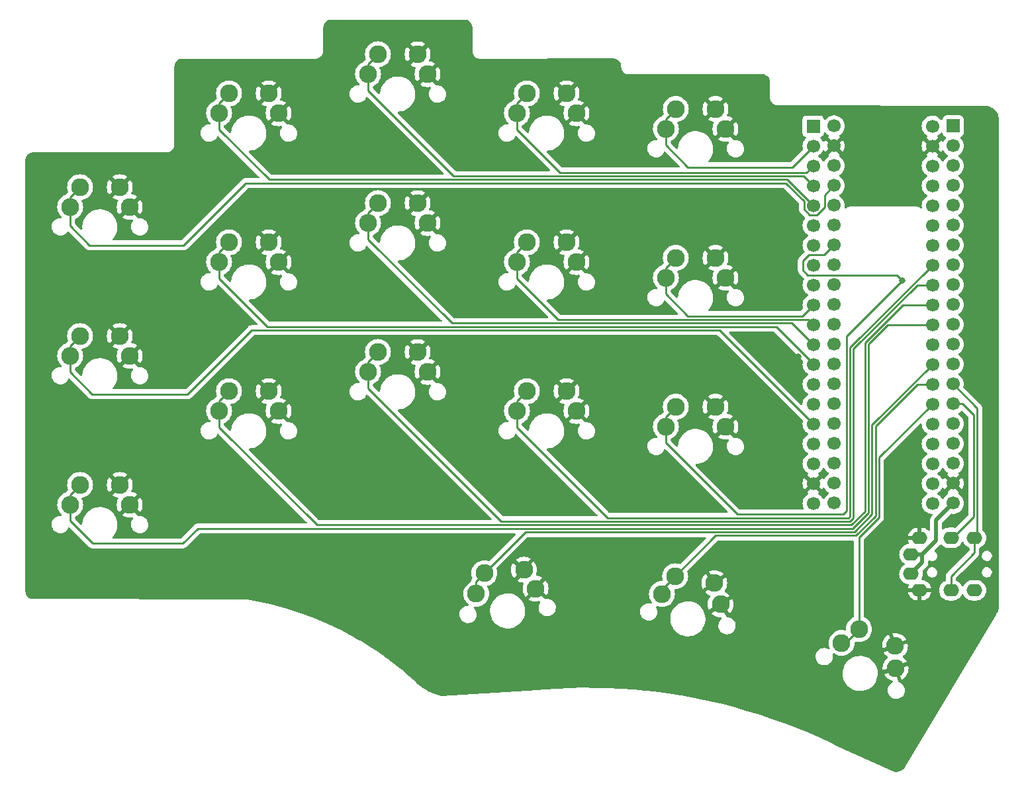
<source format=gtl>
%TF.GenerationSoftware,KiCad,Pcbnew,(7.0.0)*%
%TF.CreationDate,2023-03-01T21:35:24+09:00*%
%TF.ProjectId,keyboard_pcb,6b657962-6f61-4726-945f-7063622e6b69,rev1.0*%
%TF.SameCoordinates,Original*%
%TF.FileFunction,Copper,L1,Top*%
%TF.FilePolarity,Positive*%
%FSLAX46Y46*%
G04 Gerber Fmt 4.6, Leading zero omitted, Abs format (unit mm)*
G04 Created by KiCad (PCBNEW (7.0.0)) date 2023-03-01 21:35:24*
%MOMM*%
%LPD*%
G01*
G04 APERTURE LIST*
%TA.AperFunction,ComponentPad*%
%ADD10C,2.286000*%
%TD*%
%TA.AperFunction,ComponentPad*%
%ADD11O,2.000000X1.600000*%
%TD*%
%TA.AperFunction,ComponentPad*%
%ADD12R,1.700000X1.700000*%
%TD*%
%TA.AperFunction,ComponentPad*%
%ADD13C,1.700000*%
%TD*%
%TA.AperFunction,ViaPad*%
%ADD14C,0.800000*%
%TD*%
%TA.AperFunction,Conductor*%
%ADD15C,0.250000*%
%TD*%
%TA.AperFunction,Conductor*%
%ADD16C,0.500000*%
%TD*%
G04 APERTURE END LIST*
D10*
%TO.P,K04,1*%
%TO.N,/k04*%
X141140000Y-51360000D03*
X142410000Y-48820000D03*
%TO.P,K04,2*%
%TO.N,GND*%
X147490000Y-48820000D03*
X148760000Y-51360000D03*
%TD*%
%TO.P,K05,1*%
%TO.N,/k05*%
X160190000Y-53360000D03*
X161460000Y-50820000D03*
%TO.P,K05,2*%
%TO.N,GND*%
X166540000Y-50820000D03*
X167810000Y-53360000D03*
%TD*%
%TO.P,K15,1*%
%TO.N,/k15*%
X160190000Y-72410000D03*
X161460000Y-69870000D03*
%TO.P,K15,2*%
%TO.N,GND*%
X166540000Y-69870000D03*
X167810000Y-72410000D03*
%TD*%
%TO.P,K03,1*%
%TO.N,/k03*%
X122090000Y-46360000D03*
X123360000Y-43820000D03*
%TO.P,K03,2*%
%TO.N,GND*%
X128440000Y-43820000D03*
X129710000Y-46360000D03*
%TD*%
%TO.P,K13,1*%
%TO.N,/k13*%
X122090000Y-65410000D03*
X123360000Y-62870000D03*
%TO.P,K13,2*%
%TO.N,GND*%
X128440000Y-62870000D03*
X129710000Y-65410000D03*
%TD*%
%TO.P,K25,1*%
%TO.N,/k25*%
X160190000Y-91460000D03*
X161460000Y-88920000D03*
%TO.P,K25,2*%
%TO.N,GND*%
X166540000Y-88920000D03*
X167810000Y-91460000D03*
%TD*%
%TO.P,K24,1*%
%TO.N,/k24*%
X141140000Y-89460000D03*
X142410000Y-86920000D03*
%TO.P,K24,2*%
%TO.N,GND*%
X147490000Y-86920000D03*
X148760000Y-89460000D03*
%TD*%
%TO.P,K21,1*%
%TO.N,/k21*%
X83990000Y-101460000D03*
X85260000Y-98920000D03*
%TO.P,K21,2*%
%TO.N,GND*%
X90340000Y-98920000D03*
X91610000Y-101460000D03*
%TD*%
%TO.P,K02,1*%
%TO.N,/k02*%
X103040000Y-51360000D03*
X104310000Y-48820000D03*
%TO.P,K02,2*%
%TO.N,GND*%
X109390000Y-48820000D03*
X110660000Y-51360000D03*
%TD*%
%TO.P,K12,1*%
%TO.N,/k12*%
X103040000Y-70410000D03*
X104310000Y-67870000D03*
%TO.P,K12,2*%
%TO.N,GND*%
X109390000Y-67870000D03*
X110660000Y-70410000D03*
%TD*%
%TO.P,K30,1*%
%TO.N,/k30*%
X135933123Y-112851729D03*
X136976914Y-110210707D03*
%TO.P,K30,2*%
%TO.N,GND*%
X142037583Y-109767955D03*
X143524126Y-112187602D03*
%TD*%
%TO.P,K01,1*%
%TO.N,/k01*%
X83990000Y-63360000D03*
X85260000Y-60820000D03*
%TO.P,K01,2*%
%TO.N,GND*%
X90340000Y-60820000D03*
X91610000Y-63360000D03*
%TD*%
%TO.P,K14,1*%
%TO.N,/k14*%
X141140000Y-70410000D03*
X142410000Y-67870000D03*
%TO.P,K14,2*%
%TO.N,GND*%
X147490000Y-67870000D03*
X148760000Y-70410000D03*
%TD*%
%TO.P,K23,1*%
%TO.N,/k23*%
X122090000Y-84460000D03*
X123360000Y-81920000D03*
%TO.P,K23,2*%
%TO.N,GND*%
X128440000Y-81920000D03*
X129710000Y-84460000D03*
%TD*%
%TO.P,K22,1*%
%TO.N,/k22*%
X103040000Y-89460000D03*
X104310000Y-86920000D03*
%TO.P,K22,2*%
%TO.N,GND*%
X109390000Y-86920000D03*
X110660000Y-89460000D03*
%TD*%
D11*
%TO.P,J1,1,SLEEVE*%
%TO.N,+3V3*%
X191549999Y-107799999D03*
X191549999Y-110299999D03*
%TO.P,J1,2,TIP*%
%TO.N,GND*%
X192649999Y-105699999D03*
X192649999Y-112399999D03*
%TO.P,J1,3,RING1*%
%TO.N,/RX*%
X196649999Y-105699999D03*
X199649999Y-112399999D03*
%TO.P,J1,4,RING2*%
%TO.N,/TX*%
X199649999Y-105699999D03*
X196649999Y-112399999D03*
%TD*%
D10*
%TO.P,K32,1*%
%TO.N,/k32*%
X182670418Y-119137803D03*
X184894879Y-117372506D03*
%TO.P,K32,2*%
%TO.N,GND*%
X189498923Y-119519407D03*
X189576483Y-122358154D03*
%TD*%
%TO.P,K11,1*%
%TO.N,/k11*%
X83990000Y-82410000D03*
X85260000Y-79870000D03*
%TO.P,K11,2*%
%TO.N,GND*%
X90340000Y-79870000D03*
X91610000Y-82410000D03*
%TD*%
D12*
%TO.P,U1,1,PB12*%
%TO.N,unconnected-(U1-PB12-Pad1)*%
X179034999Y-53019999D03*
X196934999Y-52999999D03*
D13*
%TO.P,U1,2,PB13*%
%TO.N,/k05*%
X179035000Y-55560000D03*
X196935000Y-55540000D03*
%TO.P,U1,3,PB14*%
%TO.N,/k04*%
X179035000Y-58100000D03*
X196935000Y-58080000D03*
%TO.P,U1,4,PB15*%
%TO.N,/k03*%
X179035000Y-60640000D03*
X196935000Y-60620000D03*
%TO.P,U1,5,PA8*%
%TO.N,/k02*%
X179035000Y-63180000D03*
X196935000Y-63160000D03*
%TO.P,U1,6,PA9*%
%TO.N,unconnected-(U1-PA9-Pad6)*%
X179035000Y-65720000D03*
X196935000Y-65700000D03*
%TO.P,U1,7,PA10*%
%TO.N,unconnected-(U1-PA10-Pad7)*%
X179035000Y-68260000D03*
X196935000Y-68240000D03*
%TO.P,U1,8,PA11*%
%TO.N,unconnected-(U1-PA11-Pad8)*%
X179035000Y-70800000D03*
X196935000Y-70780000D03*
%TO.P,U1,9,PA12*%
%TO.N,unconnected-(U1-PA12-Pad9)*%
X179035000Y-73340000D03*
X196935000Y-73320000D03*
%TO.P,U1,10,PA15*%
%TO.N,/k15*%
X179035000Y-75880000D03*
X196935000Y-75860000D03*
%TO.P,U1,11,PB3*%
%TO.N,/k14*%
X179035000Y-78420000D03*
X196935000Y-78400000D03*
%TO.P,U1,12,PB4*%
%TO.N,/k13*%
X179035000Y-80960000D03*
X196935000Y-80940000D03*
%TO.P,U1,13,PB5*%
%TO.N,/k12*%
X179035000Y-83500000D03*
X196935000Y-83480000D03*
%TO.P,U1,14,PB6*%
%TO.N,/TX*%
X179035000Y-86040000D03*
X196935000Y-86020000D03*
%TO.P,U1,15,PB7*%
%TO.N,/RX*%
X179035000Y-88580000D03*
X196935000Y-88560000D03*
%TO.P,U1,16,PB8*%
%TO.N,/k11*%
X179035000Y-91120000D03*
X196935000Y-91100000D03*
%TO.P,U1,17,PB9*%
%TO.N,unconnected-(U1-PB9-Pad17)*%
X179035000Y-93660000D03*
X196935000Y-93640000D03*
%TO.P,U1,18,5V*%
%TO.N,unconnected-(U1-5V-Pad18)*%
X179035000Y-96200000D03*
X196935000Y-96180000D03*
%TO.P,U1,19,GND*%
%TO.N,GND*%
X179035000Y-98740000D03*
X196935000Y-98720000D03*
%TO.P,U1,20,3V3*%
%TO.N,+3V3*%
X179035000Y-101280000D03*
X196935000Y-101260000D03*
%TO.P,U1,21,VBat*%
%TO.N,unconnected-(U1-VBat-Pad21)*%
X181695000Y-101260000D03*
X194275000Y-101280000D03*
%TO.P,U1,22,PC13*%
%TO.N,unconnected-(U1-PC13-Pad22)*%
X181695000Y-98720000D03*
X194275000Y-98740000D03*
%TO.P,U1,23,PC14*%
%TO.N,unconnected-(U1-PC14-Pad23)*%
X181695000Y-96180000D03*
X194275000Y-96200000D03*
%TO.P,U1,24,PC15*%
%TO.N,unconnected-(U1-PC15-Pad24)*%
X181695000Y-93640000D03*
X194275000Y-93660000D03*
%TO.P,U1,25,RES*%
%TO.N,unconnected-(U1-RES-Pad25)*%
X181695000Y-91100000D03*
X194275000Y-91120000D03*
%TO.P,U1,26,PA0*%
%TO.N,/k32*%
X181695000Y-88560000D03*
X194275000Y-88580000D03*
%TO.P,U1,27,PA1*%
%TO.N,/k31*%
X181695000Y-86020000D03*
X194275000Y-86040000D03*
%TO.P,U1,28,PA2*%
%TO.N,/k30*%
X181695000Y-83480000D03*
X194275000Y-83500000D03*
%TO.P,U1,29,PA3*%
%TO.N,unconnected-(U1-PA3-Pad29)*%
X181695000Y-80940000D03*
X194275000Y-80960000D03*
%TO.P,U1,30,PA4*%
%TO.N,/k21*%
X181695000Y-78400000D03*
X194275000Y-78420000D03*
%TO.P,U1,31,PA5*%
%TO.N,/k22*%
X181695000Y-75860000D03*
X194275000Y-75880000D03*
%TO.P,U1,32,PA6*%
%TO.N,/k23*%
X181695000Y-73320000D03*
X194275000Y-73340000D03*
%TO.P,U1,33,PA7*%
%TO.N,/k24*%
X181695000Y-70780000D03*
X194275000Y-70800000D03*
%TO.P,U1,34,PB0*%
%TO.N,/k25*%
X181695000Y-68240000D03*
X194275000Y-68260000D03*
%TO.P,U1,35,PB1*%
%TO.N,unconnected-(U1-PB1-Pad35)*%
X181695000Y-65700000D03*
X194275000Y-65720000D03*
%TO.P,U1,36,PB2*%
%TO.N,unconnected-(U1-PB2-Pad36)*%
X181695000Y-63160000D03*
X194275000Y-63180000D03*
%TO.P,U1,37,PB10*%
%TO.N,/k01*%
X181695000Y-60620000D03*
X194275000Y-60640000D03*
%TO.P,U1,38,3V3*%
%TO.N,+3V3*%
X181695000Y-58080000D03*
X194275000Y-58100000D03*
%TO.P,U1,39,GND*%
%TO.N,GND*%
X181695000Y-55540000D03*
X194275000Y-55560000D03*
%TO.P,U1,40,5V*%
%TO.N,unconnected-(U1-5V-Pad40)*%
X181695000Y-53000000D03*
X194275000Y-53020000D03*
%TD*%
D10*
%TO.P,K31,1*%
%TO.N,/k31*%
X159688949Y-112886989D03*
X161380721Y-110606110D03*
%TO.P,K31,2*%
%TO.N,GND*%
X166383544Y-111488243D03*
X167193184Y-114210188D03*
%TD*%
D14*
%TO.N,GND*%
X176750000Y-65850000D03*
X176300000Y-86700000D03*
X199980000Y-56760000D03*
X176000000Y-69800000D03*
X177100000Y-82500000D03*
X199930000Y-84850000D03*
%TO.N,/k25*%
X190450000Y-72750000D03*
%TD*%
D15*
%TO.N,/k31*%
X184471004Y-105404600D02*
X166582231Y-105404600D01*
X192371396Y-86040000D02*
X187005000Y-91406396D01*
X194275000Y-86040000D02*
X192371396Y-86040000D01*
X187005000Y-91406396D02*
X187005000Y-102870604D01*
X187005000Y-102870604D02*
X184471004Y-105404600D01*
X166582231Y-105404600D02*
X161380721Y-110606110D01*
%TO.N,/k25*%
X160190000Y-93540131D02*
X160190000Y-91460000D01*
X183293000Y-102240600D02*
X182857800Y-102675800D01*
X182857800Y-102675800D02*
X169325669Y-102675800D01*
X183293000Y-79907000D02*
X183293000Y-102240600D01*
X169325669Y-102675800D02*
X160190000Y-93540131D01*
X190450000Y-72750000D02*
X183293000Y-79907000D01*
%TO.N,/k24*%
X141140000Y-91540131D02*
X141140000Y-89460000D01*
X152725669Y-103125800D02*
X141140000Y-91540131D01*
X183567824Y-103125800D02*
X152725669Y-103125800D01*
X183743000Y-81332000D02*
X183743000Y-102950624D01*
X183743000Y-102950624D02*
X183567824Y-103125800D01*
X194275000Y-70800000D02*
X183743000Y-81332000D01*
%TO.N,/k23*%
X122090000Y-86540131D02*
X122090000Y-84460000D01*
X139125669Y-103575800D02*
X122090000Y-86540131D01*
X183754220Y-103575800D02*
X139125669Y-103575800D01*
X184193000Y-103137020D02*
X183754220Y-103575800D01*
X184193000Y-81518396D02*
X184193000Y-103137020D01*
X192371396Y-73340000D02*
X184193000Y-81518396D01*
X194275000Y-73340000D02*
X192371396Y-73340000D01*
%TO.N,/k22*%
X185655000Y-102311416D02*
X183911816Y-104054600D01*
X115554469Y-104054600D02*
X103040000Y-91540131D01*
X185655000Y-80692792D02*
X185655000Y-102311416D01*
X190467792Y-75880000D02*
X185655000Y-80692792D01*
X183911816Y-104054600D02*
X115554469Y-104054600D01*
X103040000Y-91540131D02*
X103040000Y-89460000D01*
X194275000Y-75880000D02*
X190467792Y-75880000D01*
%TO.N,/k21*%
X188564188Y-78420000D02*
X194275000Y-78420000D01*
X186105000Y-80879188D02*
X188564188Y-78420000D01*
X186105000Y-102497812D02*
X186105000Y-80879188D01*
X98417200Y-106395200D02*
X100307800Y-104504600D01*
X86845069Y-106395200D02*
X98417200Y-106395200D01*
X83990000Y-103540131D02*
X86845069Y-106395200D01*
X83990000Y-101460000D02*
X83990000Y-103540131D01*
X100307800Y-104504600D02*
X184098212Y-104504600D01*
X184098212Y-104504600D02*
X186105000Y-102497812D01*
%TO.N,/k30*%
X142233021Y-104954600D02*
X136976914Y-110210707D01*
X184284608Y-104954600D02*
X142233021Y-104954600D01*
X186555000Y-102684208D02*
X184284608Y-104954600D01*
X186555000Y-91220000D02*
X186555000Y-102684208D01*
X194275000Y-83500000D02*
X186555000Y-91220000D01*
%TO.N,/k32*%
X187455000Y-103057000D02*
X184894879Y-105617121D01*
X184894879Y-105617121D02*
X184894879Y-117372506D01*
X187455000Y-95400000D02*
X187455000Y-103057000D01*
X194275000Y-88580000D02*
X187455000Y-95400000D01*
%TO.N,/k11*%
X167033900Y-79118900D02*
X179035000Y-91120000D01*
X107202300Y-79118900D02*
X167033900Y-79118900D01*
X83990000Y-84490131D02*
X86818769Y-87318900D01*
X83990000Y-82410000D02*
X83990000Y-84490131D01*
X86818769Y-87318900D02*
X99002300Y-87318900D01*
X99002300Y-87318900D02*
X107202300Y-79118900D01*
%TO.N,/k01*%
X83990000Y-65773900D02*
X83990000Y-63360000D01*
X98467416Y-68268900D02*
X86485000Y-68268900D01*
X86485000Y-68268900D02*
X83990000Y-65773900D01*
X175518604Y-60300000D02*
X106436316Y-60300000D01*
X106436316Y-60300000D02*
X98467416Y-68268900D01*
X177860000Y-62641396D02*
X175518604Y-60300000D01*
X180500000Y-63376701D02*
X179521701Y-64355000D01*
X180500000Y-61815000D02*
X180500000Y-63376701D01*
X179521701Y-64355000D02*
X178548299Y-64355000D01*
X181695000Y-60620000D02*
X180500000Y-61815000D01*
X178548299Y-64355000D02*
X177860000Y-63666701D01*
X177860000Y-63666701D02*
X177860000Y-62641396D01*
%TO.N,/k02*%
X103040000Y-53440131D02*
X103040000Y-51360000D01*
X175705000Y-59850000D02*
X109449869Y-59850000D01*
X179035000Y-63180000D02*
X175705000Y-59850000D01*
X109449869Y-59850000D02*
X103040000Y-53440131D01*
%TO.N,/k03*%
X122090000Y-48440131D02*
X122090000Y-46360000D01*
X133049869Y-59400000D02*
X122090000Y-48440131D01*
X177795000Y-59400000D02*
X133049869Y-59400000D01*
X179035000Y-60640000D02*
X177795000Y-59400000D01*
%TO.N,/k04*%
X141140000Y-53440131D02*
X141140000Y-51360000D01*
X146649869Y-58950000D02*
X141140000Y-53440131D01*
X179035000Y-58100000D02*
X178185000Y-58950000D01*
X178185000Y-58950000D02*
X146649869Y-58950000D01*
%TO.N,/k01*%
X83990000Y-62090000D02*
X83990000Y-63360000D01*
X85260000Y-60820000D02*
X83990000Y-62090000D01*
%TO.N,/k02*%
X103040000Y-50090000D02*
X103040000Y-51360000D01*
X104310000Y-48820000D02*
X103040000Y-50090000D01*
%TO.N,/k03*%
X122090000Y-45090000D02*
X122090000Y-46360000D01*
X123360000Y-43820000D02*
X122090000Y-45090000D01*
%TO.N,/k04*%
X142410000Y-48820000D02*
X141140000Y-50090000D01*
X141140000Y-50090000D02*
X141140000Y-51360000D01*
%TO.N,/k05*%
X160190000Y-52090000D02*
X160190000Y-53360000D01*
X161460000Y-50820000D02*
X160190000Y-52090000D01*
X160190000Y-55440131D02*
X160190000Y-53360000D01*
X163018769Y-58268900D02*
X160190000Y-55440131D01*
X176326100Y-58268900D02*
X163018769Y-58268900D01*
X179035000Y-55560000D02*
X176326100Y-58268900D01*
%TO.N,/k12*%
X103040000Y-72490131D02*
X103040000Y-70410000D01*
X174294205Y-78668900D02*
X109218769Y-78668900D01*
X109218769Y-78668900D02*
X103040000Y-72490131D01*
X179035000Y-83409695D02*
X174294205Y-78668900D01*
X179035000Y-83500000D02*
X179035000Y-83409695D01*
%TO.N,/k13*%
X122090000Y-67490131D02*
X122090000Y-65410000D01*
X132818769Y-78218900D02*
X122090000Y-67490131D01*
X176293900Y-78218900D02*
X132818769Y-78218900D01*
X179035000Y-80960000D02*
X176293900Y-78218900D01*
%TO.N,/k14*%
X178383900Y-77768900D02*
X146418769Y-77768900D01*
X179035000Y-78420000D02*
X178383900Y-77768900D01*
X146418769Y-77768900D02*
X141140000Y-72490131D01*
X141140000Y-72490131D02*
X141140000Y-70410000D01*
%TO.N,/k15*%
X163018769Y-77318900D02*
X177596100Y-77318900D01*
X160190000Y-74490131D02*
X163018769Y-77318900D01*
X160190000Y-72410000D02*
X160190000Y-74490131D01*
X177596100Y-77318900D02*
X179035000Y-75880000D01*
%TO.N,/k32*%
X183129582Y-119137803D02*
X182670418Y-119137803D01*
X184894879Y-117372506D02*
X183129582Y-119137803D01*
%TO.N,/k31*%
X159688949Y-112297882D02*
X159688949Y-112886989D01*
X161380721Y-110606110D02*
X159688949Y-112297882D01*
%TO.N,/k30*%
X135933123Y-111254498D02*
X135933123Y-112851729D01*
X136976914Y-110210707D02*
X135933123Y-111254498D01*
%TO.N,/k25*%
X160190000Y-90190000D02*
X160190000Y-91460000D01*
X161460000Y-88920000D02*
X160190000Y-90190000D01*
%TO.N,/k15*%
X160190000Y-71140000D02*
X160190000Y-72410000D01*
X161460000Y-69870000D02*
X160190000Y-71140000D01*
%TO.N,/k14*%
X142410000Y-67870000D02*
X141140000Y-69140000D01*
X141140000Y-69140000D02*
X141140000Y-70410000D01*
%TO.N,/k24*%
X141140000Y-88190000D02*
X141140000Y-89460000D01*
X142410000Y-86920000D02*
X141140000Y-88190000D01*
%TO.N,/k23*%
X122090000Y-83190000D02*
X122090000Y-84460000D01*
X123360000Y-81920000D02*
X122090000Y-83190000D01*
%TO.N,/k13*%
X122090000Y-64140000D02*
X122090000Y-65410000D01*
X123360000Y-62870000D02*
X122090000Y-64140000D01*
%TO.N,/k12*%
X103040000Y-69140000D02*
X103040000Y-70410000D01*
X104310000Y-67870000D02*
X103040000Y-69140000D01*
%TO.N,/k22*%
X103040000Y-88190000D02*
X103040000Y-89460000D01*
X104310000Y-86920000D02*
X103040000Y-88190000D01*
%TO.N,/k21*%
X85260000Y-98920000D02*
X83990000Y-100190000D01*
X83990000Y-100190000D02*
X83990000Y-101460000D01*
%TO.N,/k11*%
X85260000Y-79870000D02*
X83990000Y-81140000D01*
X83990000Y-81140000D02*
X83990000Y-82410000D01*
D16*
%TO.N,+3V3*%
X193000000Y-107800000D02*
X191550000Y-107800000D01*
X193000000Y-108850000D02*
X191550000Y-110300000D01*
X194750000Y-103445000D02*
X194750000Y-106050000D01*
X193000000Y-107800000D02*
X194750000Y-106050000D01*
X196935000Y-101260000D02*
X194750000Y-103445000D01*
X193000000Y-107800000D02*
X193000000Y-108850000D01*
D15*
%TO.N,/TX*%
X200000000Y-105350000D02*
X199650000Y-105700000D01*
X196650000Y-110600000D02*
X196650000Y-112400000D01*
X199650000Y-107600000D02*
X199650000Y-105700000D01*
X199650000Y-107600000D02*
X196650000Y-110600000D01*
X196935000Y-86020000D02*
X200000000Y-89085000D01*
X200000000Y-89085000D02*
X200000000Y-105350000D01*
%TO.N,/RX*%
X198110000Y-88560000D02*
X199550480Y-90000480D01*
X199550480Y-90000480D02*
X199550480Y-102999520D01*
X199550480Y-102999520D02*
X196850000Y-105700000D01*
X196935000Y-88560000D02*
X198110000Y-88560000D01*
X196850000Y-105700000D02*
X196650000Y-105700000D01*
%TO.N,/k25*%
X178473012Y-69510000D02*
X180425000Y-69510000D01*
X177720000Y-70263012D02*
X178473012Y-69510000D01*
X189760000Y-72060000D02*
X178330000Y-72060000D01*
X180425000Y-69510000D02*
X181695000Y-68240000D01*
X177720000Y-71450000D02*
X177720000Y-70263012D01*
X190450000Y-72750000D02*
X189760000Y-72060000D01*
X178330000Y-72060000D02*
X177720000Y-71450000D01*
%TD*%
%TA.AperFunction,Conductor*%
%TO.N,GND*%
G36*
X198123058Y-89468962D02*
G01*
X198880075Y-90225979D01*
X198907389Y-90266856D01*
X198916980Y-90315074D01*
X198916980Y-102684925D01*
X198907389Y-102733143D01*
X198880077Y-102774017D01*
X197658071Y-103996023D01*
X197263246Y-104390848D01*
X197206762Y-104423459D01*
X197141540Y-104423459D01*
X197078087Y-104406457D01*
X197072611Y-104405977D01*
X197072606Y-104405977D01*
X196909850Y-104391738D01*
X196909844Y-104391737D01*
X196907127Y-104391500D01*
X196392873Y-104391500D01*
X196390156Y-104391737D01*
X196390149Y-104391738D01*
X196227393Y-104405977D01*
X196227386Y-104405978D01*
X196221913Y-104406457D01*
X196216599Y-104407880D01*
X196216598Y-104407881D01*
X196006067Y-104464293D01*
X196006065Y-104464293D01*
X196000757Y-104465716D01*
X195995779Y-104468036D01*
X195995774Y-104468039D01*
X195798238Y-104560151D01*
X195798233Y-104560153D01*
X195793251Y-104562477D01*
X195788752Y-104565627D01*
X195788742Y-104565633D01*
X195706771Y-104623031D01*
X195642741Y-104645548D01*
X195576320Y-104631581D01*
X195526781Y-104585183D01*
X195508500Y-104519818D01*
X195508500Y-103811371D01*
X195518091Y-103763153D01*
X195545405Y-103722276D01*
X196083869Y-103183812D01*
X196628094Y-102639585D01*
X196678748Y-102608688D01*
X196737928Y-102604399D01*
X196822431Y-102618500D01*
X197042358Y-102618500D01*
X197047569Y-102618500D01*
X197269635Y-102581444D01*
X197482574Y-102508342D01*
X197680576Y-102401189D01*
X197858240Y-102262906D01*
X198010722Y-102097268D01*
X198133860Y-101908791D01*
X198224296Y-101702616D01*
X198279564Y-101484368D01*
X198298156Y-101260000D01*
X198279564Y-101035632D01*
X198224296Y-100817384D01*
X198133860Y-100611209D01*
X198010722Y-100422732D01*
X197949956Y-100356723D01*
X197861772Y-100260930D01*
X197861767Y-100260925D01*
X197858240Y-100257094D01*
X197680576Y-100118811D01*
X197676000Y-100116334D01*
X197675990Y-100116328D01*
X197646794Y-100100529D01*
X197598521Y-100054213D01*
X197580762Y-99989715D01*
X197598522Y-99925217D01*
X197646794Y-99878900D01*
X197675725Y-99863243D01*
X197684410Y-99857569D01*
X197686552Y-99855902D01*
X197694787Y-99844533D01*
X197688019Y-99832229D01*
X196946729Y-99090939D01*
X196934999Y-99084167D01*
X196923271Y-99090938D01*
X196181978Y-99832230D01*
X196175210Y-99844532D01*
X196183446Y-99855901D01*
X196185592Y-99857571D01*
X196194277Y-99863245D01*
X196223206Y-99878901D01*
X196271478Y-99925217D01*
X196289237Y-99989715D01*
X196271478Y-100054212D01*
X196223207Y-100100528D01*
X196211701Y-100106755D01*
X196194000Y-100116334D01*
X196193994Y-100116337D01*
X196189424Y-100118811D01*
X196185313Y-100122010D01*
X196185311Y-100122012D01*
X196015878Y-100253888D01*
X196015872Y-100253893D01*
X196011760Y-100257094D01*
X196008237Y-100260919D01*
X196008227Y-100260930D01*
X195862806Y-100418899D01*
X195862802Y-100418902D01*
X195859278Y-100422732D01*
X195856430Y-100427090D01*
X195856427Y-100427095D01*
X195738992Y-100606843D01*
X195736140Y-100611209D01*
X195734049Y-100615973D01*
X195734045Y-100615983D01*
X195716000Y-100657122D01*
X195681248Y-100703327D01*
X195629519Y-100729147D01*
X195571704Y-100729146D01*
X195519975Y-100703324D01*
X195485225Y-100657118D01*
X195475957Y-100635989D01*
X195475955Y-100635985D01*
X195473860Y-100631209D01*
X195350722Y-100442732D01*
X195221089Y-100301914D01*
X195201772Y-100280930D01*
X195201767Y-100280925D01*
X195198240Y-100277094D01*
X195020576Y-100138811D01*
X195016002Y-100136336D01*
X195015995Y-100136331D01*
X194987320Y-100120814D01*
X194939048Y-100074498D01*
X194921289Y-100010000D01*
X194939048Y-99945502D01*
X194987320Y-99899186D01*
X194987849Y-99898900D01*
X195020576Y-99881189D01*
X195198240Y-99742906D01*
X195350722Y-99577268D01*
X195473860Y-99388791D01*
X195494272Y-99342254D01*
X195529020Y-99296052D01*
X195580749Y-99270230D01*
X195638564Y-99270228D01*
X195690293Y-99296048D01*
X195725045Y-99342252D01*
X195734486Y-99363776D01*
X195739431Y-99372913D01*
X195804233Y-99472099D01*
X195812328Y-99479947D01*
X195821859Y-99473929D01*
X196564059Y-98731730D01*
X196570832Y-98719999D01*
X197299167Y-98719999D01*
X197305939Y-98731729D01*
X198048138Y-99473928D01*
X198057670Y-99479947D01*
X198065765Y-99472099D01*
X198130566Y-99372916D01*
X198135512Y-99363776D01*
X198221729Y-99167223D01*
X198225099Y-99157407D01*
X198277790Y-98949335D01*
X198279499Y-98939092D01*
X198297224Y-98725189D01*
X198297224Y-98714811D01*
X198279499Y-98500907D01*
X198277790Y-98490664D01*
X198225099Y-98282592D01*
X198221729Y-98272776D01*
X198135513Y-98076225D01*
X198130563Y-98067078D01*
X198065764Y-97967898D01*
X198057670Y-97960051D01*
X198048138Y-97966070D01*
X197305938Y-98708271D01*
X197299167Y-98719999D01*
X196570832Y-98719999D01*
X196564060Y-98708270D01*
X195821860Y-97966070D01*
X195812328Y-97960051D01*
X195804234Y-97967899D01*
X195739431Y-98067086D01*
X195734490Y-98076218D01*
X195716274Y-98117745D01*
X195681522Y-98163949D01*
X195629794Y-98189769D01*
X195571979Y-98189769D01*
X195520251Y-98163949D01*
X195485500Y-98117744D01*
X195475956Y-98095987D01*
X195475954Y-98095985D01*
X195473860Y-98091209D01*
X195350722Y-97902732D01*
X195221089Y-97761914D01*
X195201772Y-97740930D01*
X195201767Y-97740925D01*
X195198240Y-97737094D01*
X195020576Y-97598811D01*
X195015997Y-97596333D01*
X195015994Y-97596331D01*
X194987318Y-97580812D01*
X194939047Y-97534494D01*
X194921289Y-97469996D01*
X194939050Y-97405499D01*
X194987321Y-97359185D01*
X195020576Y-97341189D01*
X195198240Y-97202906D01*
X195350722Y-97037268D01*
X195473860Y-96848791D01*
X195493998Y-96802879D01*
X195528749Y-96756674D01*
X195580478Y-96730853D01*
X195638293Y-96730853D01*
X195690022Y-96756673D01*
X195724774Y-96802879D01*
X195736140Y-96828791D01*
X195859278Y-97017268D01*
X195881217Y-97041100D01*
X196008227Y-97179069D01*
X196008231Y-97179073D01*
X196011760Y-97182906D01*
X196189424Y-97321189D01*
X196194000Y-97323665D01*
X196194004Y-97323668D01*
X196194010Y-97323671D01*
X196223205Y-97339470D01*
X196271476Y-97385784D01*
X196289237Y-97450281D01*
X196271479Y-97514779D01*
X196223209Y-97561096D01*
X196194282Y-97576751D01*
X196185591Y-97582428D01*
X196183445Y-97584098D01*
X196175210Y-97595465D01*
X196181979Y-97607769D01*
X196923270Y-98349060D01*
X196934999Y-98355832D01*
X196946730Y-98349059D01*
X197688022Y-97607766D01*
X197694788Y-97595466D01*
X197686551Y-97584096D01*
X197684411Y-97582431D01*
X197675716Y-97576750D01*
X197646792Y-97561097D01*
X197598520Y-97514780D01*
X197580762Y-97450281D01*
X197598523Y-97385784D01*
X197646791Y-97339472D01*
X197680576Y-97321189D01*
X197858240Y-97182906D01*
X198010722Y-97017268D01*
X198133860Y-96828791D01*
X198224296Y-96622616D01*
X198279564Y-96404368D01*
X198298156Y-96180000D01*
X198279564Y-95955632D01*
X198224296Y-95737384D01*
X198133860Y-95531209D01*
X198010722Y-95342732D01*
X197949956Y-95276723D01*
X197861772Y-95180930D01*
X197861767Y-95180925D01*
X197858240Y-95177094D01*
X197680576Y-95038811D01*
X197676002Y-95036336D01*
X197675995Y-95036331D01*
X197647320Y-95020814D01*
X197599048Y-94974498D01*
X197581289Y-94910000D01*
X197599048Y-94845502D01*
X197647320Y-94799186D01*
X197675990Y-94783671D01*
X197680576Y-94781189D01*
X197858240Y-94642906D01*
X198010722Y-94477268D01*
X198133860Y-94288791D01*
X198224296Y-94082616D01*
X198279564Y-93864368D01*
X198298156Y-93640000D01*
X198279564Y-93415632D01*
X198224296Y-93197384D01*
X198133860Y-92991209D01*
X198010722Y-92802732D01*
X197938744Y-92724544D01*
X197861772Y-92640930D01*
X197861767Y-92640925D01*
X197858240Y-92637094D01*
X197680576Y-92498811D01*
X197675997Y-92496333D01*
X197675994Y-92496331D01*
X197647318Y-92480812D01*
X197599047Y-92434494D01*
X197581289Y-92369996D01*
X197599050Y-92305499D01*
X197647321Y-92259185D01*
X197680576Y-92241189D01*
X197858240Y-92102906D01*
X198010722Y-91937268D01*
X198133860Y-91748791D01*
X198224296Y-91542616D01*
X198279564Y-91324368D01*
X198298156Y-91100000D01*
X198279564Y-90875632D01*
X198224296Y-90657384D01*
X198133860Y-90451209D01*
X198010722Y-90262732D01*
X197900811Y-90143338D01*
X197861772Y-90100930D01*
X197861767Y-90100925D01*
X197858240Y-90097094D01*
X197680576Y-89958811D01*
X197676002Y-89956336D01*
X197675995Y-89956331D01*
X197647320Y-89940814D01*
X197599048Y-89894498D01*
X197581289Y-89830000D01*
X197599048Y-89765502D01*
X197647320Y-89719186D01*
X197675990Y-89703671D01*
X197680576Y-89701189D01*
X197858240Y-89562906D01*
X197941265Y-89472717D01*
X197998010Y-89437295D01*
X198064894Y-89435913D01*
X198123058Y-89468962D01*
G37*
%TD.AperFunction*%
%TA.AperFunction,Conductor*%
G36*
X174027829Y-79311991D02*
G01*
X174068706Y-79339305D01*
X177703381Y-82973980D01*
X177735765Y-83029626D01*
X177736430Y-83094006D01*
X177690436Y-83275632D01*
X177690006Y-83280820D01*
X177690005Y-83280827D01*
X177681006Y-83389436D01*
X177671844Y-83500000D01*
X177672274Y-83505189D01*
X177689893Y-83717825D01*
X177690436Y-83724368D01*
X177745704Y-83942616D01*
X177747797Y-83947389D01*
X177747799Y-83947393D01*
X177795734Y-84056674D01*
X177836140Y-84148791D01*
X177959278Y-84337268D01*
X177962806Y-84341100D01*
X178108227Y-84499069D01*
X178108231Y-84499073D01*
X178111760Y-84502906D01*
X178289424Y-84641189D01*
X178322680Y-84659186D01*
X178370950Y-84705499D01*
X178388710Y-84769996D01*
X178370953Y-84834494D01*
X178322683Y-84880811D01*
X178294005Y-84896331D01*
X178293997Y-84896336D01*
X178289424Y-84898811D01*
X178285313Y-84902010D01*
X178285311Y-84902012D01*
X178115878Y-85033888D01*
X178115872Y-85033893D01*
X178111760Y-85037094D01*
X178108237Y-85040919D01*
X178108227Y-85040930D01*
X177962806Y-85198899D01*
X177962802Y-85198902D01*
X177959278Y-85202732D01*
X177956430Y-85207090D01*
X177956427Y-85207095D01*
X177838992Y-85386843D01*
X177836140Y-85391209D01*
X177834048Y-85395978D01*
X177834046Y-85395982D01*
X177747799Y-85592606D01*
X177747796Y-85592614D01*
X177745704Y-85597384D01*
X177744423Y-85602440D01*
X177744422Y-85602445D01*
X177704914Y-85758460D01*
X177690436Y-85815632D01*
X177690006Y-85820820D01*
X177690005Y-85820827D01*
X177677181Y-85975596D01*
X177671844Y-86040000D01*
X177672274Y-86045189D01*
X177689197Y-86249422D01*
X177690436Y-86264368D01*
X177703164Y-86314631D01*
X177743652Y-86474515D01*
X177745704Y-86482616D01*
X177747797Y-86487389D01*
X177747799Y-86487393D01*
X177795734Y-86596674D01*
X177836140Y-86688791D01*
X177959278Y-86877268D01*
X177962806Y-86881100D01*
X178108227Y-87039069D01*
X178108231Y-87039073D01*
X178111760Y-87042906D01*
X178289424Y-87181189D01*
X178294002Y-87183666D01*
X178294009Y-87183671D01*
X178322680Y-87199187D01*
X178370951Y-87245503D01*
X178388710Y-87310000D01*
X178370951Y-87374497D01*
X178322680Y-87420813D01*
X178294009Y-87436328D01*
X178293993Y-87436338D01*
X178289424Y-87438811D01*
X178285313Y-87442010D01*
X178285311Y-87442012D01*
X178115878Y-87573888D01*
X178115872Y-87573893D01*
X178111760Y-87577094D01*
X178108237Y-87580919D01*
X178108227Y-87580930D01*
X177962806Y-87738899D01*
X177962802Y-87738902D01*
X177959278Y-87742732D01*
X177956430Y-87747090D01*
X177956427Y-87747095D01*
X177838992Y-87926843D01*
X177836140Y-87931209D01*
X177834048Y-87935978D01*
X177834046Y-87935982D01*
X177747799Y-88132606D01*
X177747796Y-88132614D01*
X177745704Y-88137384D01*
X177744423Y-88142440D01*
X177744422Y-88142445D01*
X177696734Y-88330763D01*
X177690436Y-88355632D01*
X177690006Y-88360820D01*
X177690005Y-88360827D01*
X177672794Y-88568534D01*
X177647450Y-88634488D01*
X177590590Y-88676431D01*
X177520094Y-88681174D01*
X177458129Y-88647224D01*
X168328400Y-79517495D01*
X168297662Y-79467336D01*
X168293046Y-79408689D01*
X168315559Y-79354339D01*
X168360292Y-79316133D01*
X168417495Y-79302400D01*
X173979611Y-79302400D01*
X174027829Y-79311991D01*
G37*
%TD.AperFunction*%
%TA.AperFunction,Conductor*%
G36*
X134443976Y-39377486D02*
G01*
X134601073Y-39391229D01*
X134622701Y-39395042D01*
X134687402Y-39412379D01*
X134769695Y-39434429D01*
X134790334Y-39441941D01*
X134928257Y-39506255D01*
X134947277Y-39517237D01*
X135071931Y-39604520D01*
X135088756Y-39618638D01*
X135196361Y-39726243D01*
X135210479Y-39743068D01*
X135297762Y-39867722D01*
X135308744Y-39886742D01*
X135373058Y-40024665D01*
X135380570Y-40045304D01*
X135419956Y-40192296D01*
X135423770Y-40213927D01*
X135437509Y-40370986D01*
X135437988Y-40382032D01*
X135436408Y-43381392D01*
X135436408Y-43381887D01*
X135436407Y-43381892D01*
X135436406Y-43469425D01*
X135437360Y-43474837D01*
X135437361Y-43474845D01*
X135465851Y-43636421D01*
X135466805Y-43641831D01*
X135468680Y-43646982D01*
X135468682Y-43646990D01*
X135524800Y-43801176D01*
X135524803Y-43801184D01*
X135526680Y-43806339D01*
X135614212Y-43957950D01*
X135617742Y-43962157D01*
X135617745Y-43962161D01*
X135662360Y-44015331D01*
X135726742Y-44092058D01*
X135730949Y-44095588D01*
X135840555Y-44187559D01*
X135860850Y-44204588D01*
X136012461Y-44292120D01*
X136017620Y-44293998D01*
X136017623Y-44293999D01*
X136171809Y-44350117D01*
X136176969Y-44351995D01*
X136349375Y-44382394D01*
X136436908Y-44382393D01*
X136437408Y-44382393D01*
X136437408Y-44385486D01*
X136437412Y-44385485D01*
X136437408Y-44382392D01*
X136437407Y-44382392D01*
X153469421Y-44359506D01*
X153480561Y-44359986D01*
X153637581Y-44373724D01*
X153659209Y-44377537D01*
X153677336Y-44382394D01*
X153806206Y-44416924D01*
X153826831Y-44424430D01*
X153964760Y-44488748D01*
X153983781Y-44499730D01*
X154027080Y-44530048D01*
X154092814Y-44576076D01*
X154108440Y-44587017D01*
X154125264Y-44601135D01*
X154232866Y-44708737D01*
X154246980Y-44725556D01*
X154334274Y-44850225D01*
X154345247Y-44869232D01*
X154398656Y-44983766D01*
X154409565Y-45007160D01*
X154417077Y-45027799D01*
X154456462Y-45174789D01*
X154460276Y-45196418D01*
X154469188Y-45298279D01*
X154473705Y-45349909D01*
X154473706Y-45349929D01*
X154474495Y-45358937D01*
X154474115Y-45358970D01*
X154474115Y-45358981D01*
X154474493Y-45358947D01*
X154474500Y-45359024D01*
X154474119Y-45359058D01*
X154474140Y-45359536D01*
X154474543Y-45359500D01*
X154497562Y-45612718D01*
X154499863Y-45638021D01*
X154499792Y-45638040D01*
X154499905Y-45638482D01*
X154499911Y-45638544D01*
X154499941Y-45638601D01*
X154520577Y-45719142D01*
X154522676Y-45723893D01*
X154522679Y-45723902D01*
X154579662Y-45852891D01*
X154587836Y-45871394D01*
X154679185Y-46010534D01*
X154682707Y-46014346D01*
X154682709Y-46014348D01*
X154788620Y-46128968D01*
X154788625Y-46128972D01*
X154792145Y-46132782D01*
X154796245Y-46135964D01*
X154796248Y-46135966D01*
X154856862Y-46182999D01*
X154923647Y-46234820D01*
X154928218Y-46237287D01*
X154928221Y-46237289D01*
X155002961Y-46277628D01*
X155070121Y-46313876D01*
X155227590Y-46367804D01*
X155232717Y-46368657D01*
X155232719Y-46368658D01*
X155251171Y-46371730D01*
X155391777Y-46395139D01*
X155475000Y-46395123D01*
X155475500Y-46395123D01*
X155475500Y-46394123D01*
X155475000Y-46394123D01*
X155465554Y-46393342D01*
X155465879Y-46393255D01*
X155498320Y-46388961D01*
X172519421Y-46366106D01*
X172530561Y-46366586D01*
X172687581Y-46380324D01*
X172709209Y-46384137D01*
X172736995Y-46391582D01*
X172856206Y-46423524D01*
X172876831Y-46431030D01*
X173014760Y-46495348D01*
X173033781Y-46506330D01*
X173158440Y-46593617D01*
X173175264Y-46607735D01*
X173282866Y-46715337D01*
X173296980Y-46732156D01*
X173384274Y-46856825D01*
X173395247Y-46875832D01*
X173423487Y-46936391D01*
X173459565Y-47013760D01*
X173467077Y-47034399D01*
X173506462Y-47181389D01*
X173510275Y-47203018D01*
X173524020Y-47360114D01*
X173524500Y-47371096D01*
X173524500Y-49362299D01*
X173524500Y-49362799D01*
X173524500Y-49450331D01*
X173525454Y-49455742D01*
X173525455Y-49455752D01*
X173553944Y-49617324D01*
X173553945Y-49617330D01*
X173554899Y-49622737D01*
X173614775Y-49787244D01*
X173639905Y-49830771D01*
X173670299Y-49883416D01*
X173702307Y-49938855D01*
X173705837Y-49943062D01*
X173705840Y-49943066D01*
X173810602Y-50067916D01*
X173814837Y-50072963D01*
X173819044Y-50076493D01*
X173918829Y-50160223D01*
X173948944Y-50185492D01*
X174100555Y-50273025D01*
X174265062Y-50332901D01*
X174420973Y-50360391D01*
X174431796Y-50362300D01*
X174437468Y-50363300D01*
X174442974Y-50363300D01*
X174524900Y-50363300D01*
X200995964Y-50400494D01*
X201004027Y-50400764D01*
X201020032Y-50401812D01*
X201226649Y-50415355D01*
X201242968Y-50417503D01*
X201457653Y-50460206D01*
X201473557Y-50464467D01*
X201680830Y-50534828D01*
X201696036Y-50541127D01*
X201892351Y-50637938D01*
X201906607Y-50646169D01*
X201990519Y-50702237D01*
X202088600Y-50767773D01*
X202101674Y-50777805D01*
X202266229Y-50922115D01*
X202277884Y-50933770D01*
X202422193Y-51098324D01*
X202432226Y-51111399D01*
X202492179Y-51201125D01*
X202553825Y-51293383D01*
X202562064Y-51307653D01*
X202658868Y-51503953D01*
X202665174Y-51519177D01*
X202681582Y-51567511D01*
X202735529Y-51726434D01*
X202739795Y-51742355D01*
X202782494Y-51957019D01*
X202784645Y-51973359D01*
X202799230Y-52195881D01*
X202799500Y-52204122D01*
X202799500Y-114395905D01*
X202799235Y-114404077D01*
X202784892Y-114624752D01*
X202782776Y-114640957D01*
X202740788Y-114853881D01*
X202736593Y-114869676D01*
X202667398Y-115075380D01*
X202661194Y-115090501D01*
X202565951Y-115285523D01*
X202557842Y-115299712D01*
X202444789Y-115470734D01*
X202444788Y-115470736D01*
X202433678Y-115487544D01*
X202433665Y-115487555D01*
X202433626Y-115487620D01*
X202433344Y-115487992D01*
X202433385Y-115488023D01*
X202431887Y-115490534D01*
X202431883Y-115490541D01*
X190827532Y-134951852D01*
X190827530Y-134951855D01*
X190821208Y-134962459D01*
X190821163Y-134962763D01*
X190821411Y-134963095D01*
X190821821Y-134963155D01*
X190822067Y-134962971D01*
X190825801Y-134956707D01*
X190817316Y-134980521D01*
X190798772Y-135014689D01*
X190763419Y-135060990D01*
X190702038Y-135141377D01*
X190690143Y-135154844D01*
X190542655Y-135299570D01*
X190528965Y-135311209D01*
X190362382Y-135433488D01*
X190347181Y-135443057D01*
X190245608Y-135497298D01*
X190164910Y-135540391D01*
X190148496Y-135547703D01*
X189954228Y-135618121D01*
X189936943Y-135623024D01*
X189734641Y-135665092D01*
X189716831Y-135667487D01*
X189532819Y-135678964D01*
X189473290Y-135668119D01*
X182119364Y-132360408D01*
X182115231Y-132358459D01*
X181380428Y-131995302D01*
X181380378Y-131995278D01*
X181379771Y-131994978D01*
X181379156Y-131994691D01*
X181379120Y-131994674D01*
X179888984Y-131299974D01*
X179888392Y-131299698D01*
X179887844Y-131299457D01*
X179887792Y-131299434D01*
X178382207Y-130638850D01*
X178382198Y-130638846D01*
X178381564Y-130638568D01*
X178380911Y-130638299D01*
X176860752Y-130012210D01*
X176860729Y-130012201D01*
X176860069Y-130011929D01*
X176859399Y-130011671D01*
X176859352Y-130011652D01*
X175325417Y-129420383D01*
X175325346Y-129420356D01*
X175324696Y-129420106D01*
X175324036Y-129419868D01*
X175323975Y-129419846D01*
X173776956Y-128863663D01*
X173776902Y-128863644D01*
X173776242Y-128863407D01*
X173775551Y-128863176D01*
X173775510Y-128863162D01*
X172216168Y-128342341D01*
X172216159Y-128342338D01*
X172215509Y-128342121D01*
X172214866Y-128341922D01*
X172214843Y-128341915D01*
X170644017Y-127856736D01*
X170643963Y-127856720D01*
X170643309Y-127856518D01*
X169856668Y-127633043D01*
X169061157Y-127407048D01*
X169061144Y-127407044D01*
X169060456Y-127406849D01*
X169059791Y-127406676D01*
X169059753Y-127406666D01*
X167468446Y-126993524D01*
X167468447Y-126993524D01*
X167467772Y-126993349D01*
X165866084Y-126616232D01*
X165865415Y-126616090D01*
X165865395Y-126616086D01*
X164256948Y-126275846D01*
X164256881Y-126275832D01*
X164256221Y-126275693D01*
X164255564Y-126275569D01*
X164255496Y-126275556D01*
X162639691Y-125972035D01*
X162639687Y-125972034D01*
X162639020Y-125971909D01*
X162638398Y-125971806D01*
X162638354Y-125971799D01*
X161016057Y-125705159D01*
X161016031Y-125705155D01*
X161015319Y-125705038D01*
X161014600Y-125704936D01*
X161014570Y-125704932D01*
X159386710Y-125475323D01*
X159386656Y-125475316D01*
X159385961Y-125475218D01*
X159385199Y-125475128D01*
X159385190Y-125475127D01*
X157752515Y-125282654D01*
X157752484Y-125282650D01*
X157751791Y-125282569D01*
X157460177Y-125254909D01*
X156114381Y-125127258D01*
X156114331Y-125127253D01*
X156113658Y-125127190D01*
X156112950Y-125127139D01*
X156112913Y-125127136D01*
X154473123Y-125009213D01*
X154473098Y-125009211D01*
X154472410Y-125009162D01*
X154471769Y-125009130D01*
X154471727Y-125009128D01*
X152829608Y-124928580D01*
X152829545Y-124928577D01*
X152828900Y-124928546D01*
X152828229Y-124928528D01*
X152828192Y-124928527D01*
X151184722Y-124885403D01*
X151184681Y-124885402D01*
X151183980Y-124885384D01*
X151183238Y-124885381D01*
X151183208Y-124885381D01*
X149539252Y-124879701D01*
X149539200Y-124879701D01*
X149538504Y-124879699D01*
X149537803Y-124879712D01*
X149537745Y-124879713D01*
X147894103Y-124911477D01*
X147894019Y-124911479D01*
X147893325Y-124911493D01*
X147892605Y-124911523D01*
X147892551Y-124911525D01*
X146250050Y-124980718D01*
X146250024Y-124980719D01*
X146249297Y-124980750D01*
X146248616Y-124980794D01*
X146248564Y-124980797D01*
X144607950Y-125087389D01*
X144607863Y-125087395D01*
X144607273Y-125087434D01*
X144606659Y-125087487D01*
X144606580Y-125087494D01*
X143789195Y-125159323D01*
X143786241Y-125159548D01*
X131504216Y-125948394D01*
X131435248Y-125932963D01*
X131433902Y-125932220D01*
X131430820Y-125930461D01*
X131425439Y-125927289D01*
X131436637Y-125930068D01*
X131437122Y-125930189D01*
X131437363Y-125929218D01*
X131436877Y-125929098D01*
X131436878Y-125929097D01*
X131420983Y-125924662D01*
X131420980Y-125924661D01*
X131026203Y-125814531D01*
X131019290Y-125812387D01*
X130619303Y-125675606D01*
X130612526Y-125673069D01*
X130221029Y-125513541D01*
X130214408Y-125510618D01*
X129832748Y-125328891D01*
X129826306Y-125325594D01*
X129455683Y-125122241D01*
X129449441Y-125118579D01*
X129091113Y-124894289D01*
X129085092Y-124890275D01*
X128744810Y-124649029D01*
X128730625Y-124637327D01*
X128702622Y-124610563D01*
X128478291Y-124396154D01*
X128282068Y-124208610D01*
X128282058Y-124208601D01*
X128281373Y-124207946D01*
X128238920Y-124169745D01*
X127344426Y-123364840D01*
X127344415Y-123364830D01*
X127343690Y-123364178D01*
X127238574Y-123275158D01*
X127061459Y-123125164D01*
X182801833Y-123125164D01*
X182802253Y-123129348D01*
X182802254Y-123129349D01*
X182831488Y-123419946D01*
X182831489Y-123419954D01*
X182831911Y-123424145D01*
X182901570Y-123716449D01*
X183009569Y-123996860D01*
X183011589Y-124000546D01*
X183128282Y-124213485D01*
X183153979Y-124260375D01*
X183156472Y-124263759D01*
X183156473Y-124263760D01*
X183307115Y-124468214D01*
X183332223Y-124502290D01*
X183541121Y-124718289D01*
X183776946Y-124904518D01*
X183780563Y-124906660D01*
X183780564Y-124906661D01*
X183782845Y-124908012D01*
X184035487Y-125057652D01*
X184312133Y-125174960D01*
X184601946Y-125254348D01*
X184899755Y-125294400D01*
X185122925Y-125294400D01*
X185125033Y-125294400D01*
X185349819Y-125279352D01*
X185644287Y-125219499D01*
X185928151Y-125120931D01*
X186196343Y-124985407D01*
X186444080Y-124815346D01*
X186666939Y-124613782D01*
X186860943Y-124384312D01*
X187022631Y-124131032D01*
X187149118Y-123858460D01*
X187238146Y-123571462D01*
X187288126Y-123275158D01*
X187292087Y-123156692D01*
X188132388Y-123156692D01*
X188136017Y-123167345D01*
X188234081Y-123327370D01*
X188239881Y-123335352D01*
X188402226Y-123525434D01*
X188409202Y-123532410D01*
X188599284Y-123694755D01*
X188607266Y-123700555D01*
X188820406Y-123831167D01*
X188829201Y-123835648D01*
X189060144Y-123931308D01*
X189069530Y-123934358D01*
X189169603Y-123958384D01*
X189223424Y-123986310D01*
X189257970Y-124036141D01*
X189265240Y-124096338D01*
X189243551Y-124152960D01*
X189197926Y-124192896D01*
X189061213Y-124263377D01*
X189061208Y-124263379D01*
X189055874Y-124266130D01*
X189051157Y-124269839D01*
X189051153Y-124269842D01*
X188895247Y-124392447D01*
X188895242Y-124392450D01*
X188890534Y-124396154D01*
X188886611Y-124400680D01*
X188886606Y-124400686D01*
X188756721Y-124550581D01*
X188756716Y-124550587D01*
X188752789Y-124555120D01*
X188749791Y-124560312D01*
X188749785Y-124560321D01*
X188650620Y-124732081D01*
X188650617Y-124732087D01*
X188647618Y-124737282D01*
X188645656Y-124742949D01*
X188645654Y-124742955D01*
X188580786Y-124930378D01*
X188580784Y-124930386D01*
X188578822Y-124936055D01*
X188577968Y-124941992D01*
X188577966Y-124942002D01*
X188549741Y-125138313D01*
X188548887Y-125144256D01*
X188549172Y-125150245D01*
X188549172Y-125150252D01*
X188558610Y-125348367D01*
X188558610Y-125348372D01*
X188558896Y-125354360D01*
X188560309Y-125360186D01*
X188560310Y-125360190D01*
X188585354Y-125463423D01*
X188608486Y-125558772D01*
X188610980Y-125564233D01*
X188693371Y-125744646D01*
X188693373Y-125744650D01*
X188695865Y-125750106D01*
X188699346Y-125754994D01*
X188813228Y-125914920D01*
X188817875Y-125921445D01*
X188970107Y-126066598D01*
X189147058Y-126180317D01*
X189342332Y-126258494D01*
X189548873Y-126298301D01*
X189703511Y-126298301D01*
X189706512Y-126298301D01*
X189863433Y-126283317D01*
X190065255Y-126224057D01*
X190252214Y-126127672D01*
X190417554Y-125997648D01*
X190555299Y-125838682D01*
X190660470Y-125656520D01*
X190729266Y-125457747D01*
X190759201Y-125249546D01*
X190749192Y-125039442D01*
X190699602Y-124835030D01*
X190612223Y-124643696D01*
X190490213Y-124472357D01*
X190337981Y-124327204D01*
X190161030Y-124213485D01*
X190109602Y-124192896D01*
X189965847Y-124135344D01*
X189910789Y-124092497D01*
X189886968Y-124026924D01*
X189892722Y-124000261D01*
X189890141Y-123962572D01*
X189430347Y-122699296D01*
X189422578Y-122688201D01*
X189409086Y-122689382D01*
X188141865Y-123150612D01*
X188132388Y-123156692D01*
X187292087Y-123156692D01*
X187298167Y-122974836D01*
X187268089Y-122675855D01*
X187198430Y-122383551D01*
X187190547Y-122363084D01*
X187920766Y-122363084D01*
X187940378Y-122612292D01*
X187941922Y-122622038D01*
X187951178Y-122660594D01*
X187958090Y-122672769D01*
X187972063Y-122671812D01*
X188410988Y-122512057D01*
X189906530Y-122512057D01*
X189907711Y-122525549D01*
X190368941Y-123792770D01*
X190375021Y-123802247D01*
X190385675Y-123798617D01*
X190545699Y-123700555D01*
X190553681Y-123694755D01*
X190743763Y-123532410D01*
X190750739Y-123525434D01*
X190913084Y-123335352D01*
X190918884Y-123327370D01*
X191049496Y-123114230D01*
X191053977Y-123105435D01*
X191149637Y-122874492D01*
X191152687Y-122865106D01*
X191211043Y-122622038D01*
X191212587Y-122612292D01*
X191232200Y-122363084D01*
X191232200Y-122353224D01*
X191212587Y-122104013D01*
X191211043Y-122094268D01*
X191201787Y-122055715D01*
X191194873Y-122043537D01*
X191180901Y-122044494D01*
X189917625Y-122504288D01*
X189906530Y-122512057D01*
X188410988Y-122512057D01*
X189250928Y-122206345D01*
X191011100Y-121565694D01*
X191020576Y-121559614D01*
X191016946Y-121548961D01*
X190918884Y-121388937D01*
X190913084Y-121380955D01*
X190750739Y-121190873D01*
X190743763Y-121183897D01*
X190553681Y-121021552D01*
X190545691Y-121015746D01*
X190544147Y-121014800D01*
X190543505Y-121014158D01*
X190541687Y-121012837D01*
X190541896Y-121012548D01*
X190502554Y-120973201D01*
X190484379Y-120917253D01*
X190493583Y-120859152D01*
X190528161Y-120811562D01*
X190666203Y-120693663D01*
X190673179Y-120686687D01*
X190835524Y-120496605D01*
X190841324Y-120488623D01*
X190971936Y-120275483D01*
X190976417Y-120266688D01*
X191072077Y-120035745D01*
X191075127Y-120026359D01*
X191133483Y-119783291D01*
X191135027Y-119773545D01*
X191154640Y-119524337D01*
X191154640Y-119514477D01*
X191135027Y-119265266D01*
X191133483Y-119255521D01*
X191124227Y-119216968D01*
X191117313Y-119204790D01*
X191103341Y-119205747D01*
X189824503Y-119671205D01*
X189824473Y-119671217D01*
X188064303Y-120311866D01*
X188054828Y-120317945D01*
X188058457Y-120328598D01*
X188156521Y-120488623D01*
X188162321Y-120496605D01*
X188324666Y-120686687D01*
X188331642Y-120693663D01*
X188521724Y-120856008D01*
X188529718Y-120861817D01*
X188531252Y-120862757D01*
X188531890Y-120863395D01*
X188533719Y-120864724D01*
X188533508Y-120865013D01*
X188572848Y-120904355D01*
X188591026Y-120960303D01*
X188581823Y-121018406D01*
X188547245Y-121065998D01*
X188409196Y-121183903D01*
X188402226Y-121190873D01*
X188239881Y-121380955D01*
X188234081Y-121388937D01*
X188103469Y-121602077D01*
X188098988Y-121610872D01*
X188003328Y-121841815D01*
X188000278Y-121851201D01*
X187941922Y-122094269D01*
X187940378Y-122104015D01*
X187920766Y-122353224D01*
X187920766Y-122363084D01*
X187190547Y-122363084D01*
X187090431Y-122103140D01*
X186946021Y-121839625D01*
X186767777Y-121597710D01*
X186558879Y-121381711D01*
X186323054Y-121195482D01*
X186319439Y-121193341D01*
X186319435Y-121193338D01*
X186068138Y-121044495D01*
X186068136Y-121044494D01*
X186064513Y-121042348D01*
X185787867Y-120925040D01*
X185783814Y-120923929D01*
X185783809Y-120923928D01*
X185502118Y-120846765D01*
X185502114Y-120846764D01*
X185498054Y-120845652D01*
X185493883Y-120845091D01*
X185493878Y-120845090D01*
X185204421Y-120806161D01*
X185204411Y-120806160D01*
X185200245Y-120805600D01*
X184974967Y-120805600D01*
X184972883Y-120805739D01*
X184972868Y-120805740D01*
X184754379Y-120820366D01*
X184754364Y-120820367D01*
X184750181Y-120820648D01*
X184746053Y-120821486D01*
X184746053Y-120821487D01*
X184459845Y-120879661D01*
X184459843Y-120879661D01*
X184455713Y-120880501D01*
X184451734Y-120881882D01*
X184451729Y-120881884D01*
X184175840Y-120977683D01*
X184175837Y-120977683D01*
X184171849Y-120979069D01*
X184168090Y-120980968D01*
X184168077Y-120980974D01*
X183907423Y-121112689D01*
X183907412Y-121112695D01*
X183903657Y-121114593D01*
X183900192Y-121116970D01*
X183900181Y-121116978D01*
X183659389Y-121282272D01*
X183659382Y-121282277D01*
X183655920Y-121284654D01*
X183652803Y-121287472D01*
X183652798Y-121287477D01*
X183436186Y-121483391D01*
X183436181Y-121483395D01*
X183433061Y-121486218D01*
X183430349Y-121489424D01*
X183430339Y-121489436D01*
X183241773Y-121712474D01*
X183241764Y-121712485D01*
X183239057Y-121715688D01*
X183236798Y-121719225D01*
X183236791Y-121719236D01*
X183079641Y-121965408D01*
X183079637Y-121965414D01*
X183077369Y-121968968D01*
X183075592Y-121972795D01*
X183075592Y-121972797D01*
X182952654Y-122237720D01*
X182952650Y-122237728D01*
X182950882Y-122241540D01*
X182949638Y-122245550D01*
X182949635Y-122245558D01*
X182863101Y-122524515D01*
X182863097Y-122524528D01*
X182861854Y-122528538D01*
X182861154Y-122532687D01*
X182861153Y-122532692D01*
X182836297Y-122680053D01*
X182811874Y-122824842D01*
X182811733Y-122829042D01*
X182811733Y-122829048D01*
X182802199Y-123114230D01*
X182801833Y-123125164D01*
X127061459Y-123125164D01*
X126381792Y-122549571D01*
X126381772Y-122549554D01*
X126381077Y-122548966D01*
X125810232Y-122094268D01*
X125395165Y-121763652D01*
X125395158Y-121763646D01*
X125394404Y-121763046D01*
X124601636Y-121169621D01*
X124385335Y-121007709D01*
X124385329Y-121007705D01*
X124384560Y-121007129D01*
X124317921Y-120960303D01*
X123353221Y-120282431D01*
X123353201Y-120282417D01*
X123352459Y-120281896D01*
X122299033Y-119588004D01*
X121775475Y-119265266D01*
X121226001Y-118926552D01*
X121225999Y-118926550D01*
X121225232Y-118926078D01*
X120695846Y-118621309D01*
X120132815Y-118297170D01*
X120132803Y-118297163D01*
X120132026Y-118296716D01*
X120131255Y-118296302D01*
X120131238Y-118296293D01*
X119021215Y-117700922D01*
X119021188Y-117700908D01*
X119020403Y-117700487D01*
X118775483Y-117578452D01*
X117892211Y-117138348D01*
X117892182Y-117138334D01*
X117891367Y-117137928D01*
X116745937Y-116609549D01*
X116745147Y-116609213D01*
X116745111Y-116609197D01*
X115586008Y-116116191D01*
X115585965Y-116116173D01*
X115585148Y-116115826D01*
X115023315Y-115896553D01*
X114410922Y-115657547D01*
X114410893Y-115657536D01*
X114410047Y-115657206D01*
X114310638Y-115621812D01*
X113222560Y-115234408D01*
X113222544Y-115234402D01*
X113221697Y-115234101D01*
X113220826Y-115233820D01*
X113220814Y-115233816D01*
X112022103Y-114847196D01*
X112022088Y-114847191D01*
X112021169Y-114846895D01*
X112020263Y-114846632D01*
X112020222Y-114846620D01*
X110810472Y-114496204D01*
X110810449Y-114496197D01*
X110809549Y-114495937D01*
X110808659Y-114495708D01*
X110808630Y-114495700D01*
X109588815Y-114181770D01*
X109588783Y-114181762D01*
X109587931Y-114181543D01*
X109587068Y-114181348D01*
X109587021Y-114181337D01*
X108358349Y-113904209D01*
X108358335Y-113904206D01*
X108357417Y-113903999D01*
X108356516Y-113903824D01*
X108356492Y-113903819D01*
X107120026Y-113663729D01*
X107119967Y-113663718D01*
X107119120Y-113663554D01*
X107118256Y-113663413D01*
X107118211Y-113663405D01*
X106564370Y-113573044D01*
X106514771Y-113553529D01*
X106499198Y-113543148D01*
X106492819Y-113541884D01*
X106500098Y-113541887D01*
X106500382Y-113541770D01*
X106500541Y-113541387D01*
X106500383Y-113541004D01*
X106500099Y-113540887D01*
X106487762Y-113540883D01*
X79280484Y-113532101D01*
X79269544Y-113531622D01*
X79112421Y-113517876D01*
X79090791Y-113514062D01*
X78943799Y-113474676D01*
X78923163Y-113467165D01*
X78826368Y-113422029D01*
X78785237Y-113402849D01*
X78766217Y-113391867D01*
X78641563Y-113304584D01*
X78624738Y-113290466D01*
X78517134Y-113182862D01*
X78503021Y-113166044D01*
X78415724Y-113041370D01*
X78404754Y-113022371D01*
X78340431Y-112884431D01*
X78332925Y-112863806D01*
X78293538Y-112716808D01*
X78289724Y-112695180D01*
X78286804Y-112661809D01*
X78275977Y-112538061D01*
X78275499Y-112527104D01*
X78275486Y-112451486D01*
X78274036Y-103947355D01*
X81614843Y-103947355D01*
X81615128Y-103953344D01*
X81615128Y-103953351D01*
X81624566Y-104151466D01*
X81624566Y-104151471D01*
X81624852Y-104157459D01*
X81626265Y-104163285D01*
X81626266Y-104163289D01*
X81651310Y-104266522D01*
X81674442Y-104361871D01*
X81676936Y-104367332D01*
X81759327Y-104547745D01*
X81759329Y-104547749D01*
X81761821Y-104553205D01*
X81811544Y-104623031D01*
X81857465Y-104687519D01*
X81883831Y-104724544D01*
X82036063Y-104869697D01*
X82213014Y-104983416D01*
X82408288Y-105061593D01*
X82614829Y-105101400D01*
X82769467Y-105101400D01*
X82772468Y-105101400D01*
X82929389Y-105086416D01*
X83131211Y-105027156D01*
X83318170Y-104930771D01*
X83483510Y-104800747D01*
X83621255Y-104641781D01*
X83726426Y-104459619D01*
X83734423Y-104436510D01*
X83769293Y-104383984D01*
X83825246Y-104354926D01*
X83888271Y-104356614D01*
X83942589Y-104388624D01*
X86341411Y-106787446D01*
X86348953Y-106795733D01*
X86353069Y-106802218D01*
X86358848Y-106807644D01*
X86358849Y-106807646D01*
X86402736Y-106848858D01*
X86405578Y-106851613D01*
X86425299Y-106871334D01*
X86428483Y-106873804D01*
X86437506Y-106881509D01*
X86469748Y-106911786D01*
X86476697Y-106915606D01*
X86487498Y-106921544D01*
X86504028Y-106932402D01*
X86513763Y-106939954D01*
X86513766Y-106939956D01*
X86520028Y-106944813D01*
X86560605Y-106962372D01*
X86571240Y-106967581D01*
X86610009Y-106988895D01*
X86629635Y-106993934D01*
X86648328Y-107000334D01*
X86666924Y-107008381D01*
X86674755Y-107009621D01*
X86674758Y-107009622D01*
X86691197Y-107012225D01*
X86710594Y-107015297D01*
X86722194Y-107017698D01*
X86765039Y-107028700D01*
X86785293Y-107028700D01*
X86805003Y-107030250D01*
X86825012Y-107033420D01*
X86869030Y-107029258D01*
X86880888Y-107028700D01*
X98338433Y-107028700D01*
X98349616Y-107029227D01*
X98357109Y-107030902D01*
X98425185Y-107028762D01*
X98429145Y-107028700D01*
X98453094Y-107028700D01*
X98457056Y-107028700D01*
X98461056Y-107028194D01*
X98472899Y-107027261D01*
X98517089Y-107025873D01*
X98536533Y-107020223D01*
X98555902Y-107016212D01*
X98575997Y-107013674D01*
X98617115Y-106997393D01*
X98628317Y-106993557D01*
X98670793Y-106981218D01*
X98688239Y-106970899D01*
X98705969Y-106962213D01*
X98724817Y-106954752D01*
X98760587Y-106928761D01*
X98770498Y-106922251D01*
X98808562Y-106899742D01*
X98822888Y-106885415D01*
X98837917Y-106872578D01*
X98854307Y-106860672D01*
X98882494Y-106826597D01*
X98890462Y-106817840D01*
X100533301Y-105175002D01*
X100574176Y-105147691D01*
X100622394Y-105138100D01*
X140849427Y-105138100D01*
X140906630Y-105151833D01*
X140951363Y-105190039D01*
X140973876Y-105244389D01*
X140969260Y-105303036D01*
X140938522Y-105353195D01*
X137666948Y-108624766D01*
X137626071Y-108652080D01*
X137577854Y-108661671D01*
X137529636Y-108652080D01*
X137493412Y-108637075D01*
X137493398Y-108637070D01*
X137488834Y-108635180D01*
X137484030Y-108634026D01*
X137484022Y-108634024D01*
X137240876Y-108575651D01*
X137240872Y-108575650D01*
X137236064Y-108574496D01*
X137231138Y-108574108D01*
X137231130Y-108574107D01*
X136981844Y-108554488D01*
X136976914Y-108554100D01*
X136971984Y-108554488D01*
X136722697Y-108574107D01*
X136722687Y-108574108D01*
X136717764Y-108574496D01*
X136712956Y-108575650D01*
X136712951Y-108575651D01*
X136469805Y-108634024D01*
X136469793Y-108634027D01*
X136464994Y-108635180D01*
X136460426Y-108637071D01*
X136460420Y-108637074D01*
X136229402Y-108732765D01*
X136229399Y-108732766D01*
X136224830Y-108734659D01*
X136220615Y-108737241D01*
X136220607Y-108737246D01*
X136007409Y-108867894D01*
X136007395Y-108867903D01*
X136003185Y-108870484D01*
X135999426Y-108873694D01*
X135999417Y-108873701D01*
X135809278Y-109036095D01*
X135809271Y-109036101D01*
X135805516Y-109039309D01*
X135802308Y-109043064D01*
X135802302Y-109043071D01*
X135639908Y-109233210D01*
X135639901Y-109233219D01*
X135636691Y-109236978D01*
X135634110Y-109241188D01*
X135634101Y-109241202D01*
X135503453Y-109454400D01*
X135503448Y-109454408D01*
X135500866Y-109458623D01*
X135498973Y-109463192D01*
X135498972Y-109463195D01*
X135403281Y-109694213D01*
X135403278Y-109694219D01*
X135401387Y-109698787D01*
X135400234Y-109703586D01*
X135400231Y-109703598D01*
X135341858Y-109946744D01*
X135340703Y-109951557D01*
X135340315Y-109956480D01*
X135340314Y-109956490D01*
X135325780Y-110141170D01*
X135320307Y-110210707D01*
X135320695Y-110215637D01*
X135340314Y-110464923D01*
X135340315Y-110464931D01*
X135340703Y-110469857D01*
X135341857Y-110474665D01*
X135341858Y-110474669D01*
X135400231Y-110717815D01*
X135401387Y-110722627D01*
X135403277Y-110727190D01*
X135403280Y-110727199D01*
X135421724Y-110771726D01*
X135431124Y-110826870D01*
X135415727Y-110880648D01*
X135406774Y-110896932D01*
X135395926Y-110913447D01*
X135388366Y-110923193D01*
X135388360Y-110923202D01*
X135383509Y-110929457D01*
X135380365Y-110936721D01*
X135380361Y-110936729D01*
X135365947Y-110970038D01*
X135360727Y-110980693D01*
X135343248Y-111012487D01*
X135343244Y-111012495D01*
X135339428Y-111019438D01*
X135337456Y-111027114D01*
X135337454Y-111027122D01*
X135334389Y-111039060D01*
X135327988Y-111057757D01*
X135323091Y-111069074D01*
X135323089Y-111069079D01*
X135319942Y-111076353D01*
X135318702Y-111084178D01*
X135318700Y-111084187D01*
X135313024Y-111120022D01*
X135310618Y-111131642D01*
X135301594Y-111166787D01*
X135301592Y-111166795D01*
X135299623Y-111174468D01*
X135299623Y-111182397D01*
X135299623Y-111194722D01*
X135298072Y-111214433D01*
X135296142Y-111226612D01*
X135296141Y-111226619D01*
X135294903Y-111234441D01*
X135295648Y-111242329D01*
X135295470Y-111248023D01*
X135284906Y-111294710D01*
X135257691Y-111334088D01*
X135217752Y-111360473D01*
X135185614Y-111373785D01*
X135185603Y-111373790D01*
X135181039Y-111375681D01*
X135176824Y-111378263D01*
X135176816Y-111378268D01*
X134963618Y-111508916D01*
X134963604Y-111508925D01*
X134959394Y-111511506D01*
X134955635Y-111514716D01*
X134955626Y-111514723D01*
X134765487Y-111677117D01*
X134765480Y-111677123D01*
X134761725Y-111680331D01*
X134758517Y-111684086D01*
X134758511Y-111684093D01*
X134596117Y-111874232D01*
X134596110Y-111874241D01*
X134592900Y-111878000D01*
X134590319Y-111882210D01*
X134590310Y-111882224D01*
X134459662Y-112095422D01*
X134459657Y-112095430D01*
X134457075Y-112099645D01*
X134455182Y-112104214D01*
X134455181Y-112104217D01*
X134359490Y-112335235D01*
X134359487Y-112335241D01*
X134357596Y-112339809D01*
X134356443Y-112344608D01*
X134356440Y-112344620D01*
X134298067Y-112587766D01*
X134296912Y-112592579D01*
X134296524Y-112597502D01*
X134296523Y-112597512D01*
X134276994Y-112845652D01*
X134276516Y-112851729D01*
X134276904Y-112856659D01*
X134296523Y-113105945D01*
X134296524Y-113105953D01*
X134296912Y-113110879D01*
X134298066Y-113115687D01*
X134298067Y-113115691D01*
X134356440Y-113358837D01*
X134356442Y-113358845D01*
X134357596Y-113363649D01*
X134359489Y-113368219D01*
X134359490Y-113368222D01*
X134400473Y-113467164D01*
X134457075Y-113603813D01*
X134459660Y-113608032D01*
X134459662Y-113608035D01*
X134590310Y-113821233D01*
X134590315Y-113821240D01*
X134592900Y-113825458D01*
X134596115Y-113829222D01*
X134596117Y-113829225D01*
X134715469Y-113968968D01*
X134761725Y-114023127D01*
X134899398Y-114140711D01*
X134933153Y-114169540D01*
X134968475Y-114218967D01*
X134976562Y-114279177D01*
X134955535Y-114336173D01*
X134910282Y-114376705D01*
X134851323Y-114391351D01*
X134836863Y-114391351D01*
X134833885Y-114391635D01*
X134833871Y-114391636D01*
X134685917Y-114405764D01*
X134685912Y-114405764D01*
X134679942Y-114406335D01*
X134674192Y-114408023D01*
X134674183Y-114408025D01*
X134483885Y-114463902D01*
X134483882Y-114463902D01*
X134478120Y-114465595D01*
X134472788Y-114468343D01*
X134472780Y-114468347D01*
X134296499Y-114559227D01*
X134296490Y-114559232D01*
X134291161Y-114561980D01*
X134286444Y-114565689D01*
X134286440Y-114565692D01*
X134130534Y-114688297D01*
X134130529Y-114688300D01*
X134125821Y-114692004D01*
X134121898Y-114696530D01*
X134121893Y-114696536D01*
X133992008Y-114846431D01*
X133992003Y-114846437D01*
X133988076Y-114850970D01*
X133985078Y-114856162D01*
X133985072Y-114856171D01*
X133885907Y-115027931D01*
X133885904Y-115027937D01*
X133882905Y-115033132D01*
X133880943Y-115038799D01*
X133880941Y-115038805D01*
X133816073Y-115226228D01*
X133816071Y-115226236D01*
X133814109Y-115231905D01*
X133813255Y-115237842D01*
X133813253Y-115237852D01*
X133785879Y-115428245D01*
X133784174Y-115440106D01*
X133784459Y-115446095D01*
X133784459Y-115446102D01*
X133793897Y-115644217D01*
X133793897Y-115644222D01*
X133794183Y-115650210D01*
X133795596Y-115656036D01*
X133795597Y-115656040D01*
X133831600Y-115804446D01*
X133843773Y-115854622D01*
X133852061Y-115872770D01*
X133928658Y-116040496D01*
X133928660Y-116040500D01*
X133931152Y-116045956D01*
X133945837Y-116066578D01*
X134039346Y-116197894D01*
X134053162Y-116217295D01*
X134205394Y-116362448D01*
X134382345Y-116476167D01*
X134577619Y-116554344D01*
X134784160Y-116594151D01*
X134938798Y-116594151D01*
X134941799Y-116594151D01*
X135098720Y-116579167D01*
X135300542Y-116519907D01*
X135487501Y-116423522D01*
X135652841Y-116293498D01*
X135790586Y-116134532D01*
X135895757Y-115952370D01*
X135964553Y-115753597D01*
X135994488Y-115545396D01*
X135984479Y-115335292D01*
X135934889Y-115130880D01*
X135932279Y-115125164D01*
X137701833Y-115125164D01*
X137702253Y-115129348D01*
X137702254Y-115129349D01*
X137731488Y-115419946D01*
X137731489Y-115419954D01*
X137731911Y-115424145D01*
X137801570Y-115716449D01*
X137909569Y-115996860D01*
X137911589Y-116000546D01*
X138050952Y-116254853D01*
X138053979Y-116260375D01*
X138056472Y-116263759D01*
X138056473Y-116263760D01*
X138214618Y-116478397D01*
X138232223Y-116502290D01*
X138441121Y-116718289D01*
X138676946Y-116904518D01*
X138935487Y-117057652D01*
X139212133Y-117174960D01*
X139501946Y-117254348D01*
X139799755Y-117294400D01*
X140022925Y-117294400D01*
X140025033Y-117294400D01*
X140249819Y-117279352D01*
X140544287Y-117219499D01*
X140828151Y-117120931D01*
X141096343Y-116985407D01*
X141344080Y-116815346D01*
X141566939Y-116613782D01*
X141760943Y-116384312D01*
X141922631Y-116131032D01*
X142049118Y-115858460D01*
X142138146Y-115571462D01*
X142188126Y-115275158D01*
X142198167Y-114974836D01*
X142168089Y-114675855D01*
X142098430Y-114383551D01*
X141990431Y-114103140D01*
X141846021Y-113839625D01*
X141701364Y-113643295D01*
X141670269Y-113601092D01*
X141670268Y-113601090D01*
X141669458Y-113599991D01*
X142673651Y-113599991D01*
X142681663Y-113607677D01*
X142768047Y-113660614D01*
X142776842Y-113665095D01*
X143007787Y-113760756D01*
X143017173Y-113763806D01*
X143260241Y-113822162D01*
X143269987Y-113823706D01*
X143519196Y-113843319D01*
X143529056Y-113843319D01*
X143778264Y-113823706D01*
X143788019Y-113822161D01*
X143972331Y-113777911D01*
X144032840Y-113778326D01*
X144086178Y-113806902D01*
X144120043Y-113857049D01*
X144126625Y-113917201D01*
X144107912Y-113964601D01*
X144109414Y-113965468D01*
X144007245Y-114142429D01*
X144007242Y-114142435D01*
X144004243Y-114147630D01*
X144002281Y-114153297D01*
X144002279Y-114153303D01*
X143937411Y-114340726D01*
X143937409Y-114340734D01*
X143935447Y-114346403D01*
X143934593Y-114352340D01*
X143934591Y-114352350D01*
X143906366Y-114548661D01*
X143905512Y-114554604D01*
X143905797Y-114560593D01*
X143905797Y-114560600D01*
X143915235Y-114758715D01*
X143915235Y-114758720D01*
X143915521Y-114764708D01*
X143916934Y-114770534D01*
X143916935Y-114770538D01*
X143940986Y-114869676D01*
X143965111Y-114969120D01*
X143967605Y-114974581D01*
X144049996Y-115154994D01*
X144049998Y-115154998D01*
X144052490Y-115160454D01*
X144174500Y-115331793D01*
X144326732Y-115476946D01*
X144503683Y-115590665D01*
X144698957Y-115668842D01*
X144905498Y-115708649D01*
X145060136Y-115708649D01*
X145063137Y-115708649D01*
X145220058Y-115693665D01*
X145421880Y-115634405D01*
X145608839Y-115538020D01*
X145774179Y-115407996D01*
X145911924Y-115249030D01*
X146017095Y-115066868D01*
X146085891Y-114868095D01*
X146115826Y-114659894D01*
X146105817Y-114449790D01*
X146056227Y-114245378D01*
X145968848Y-114054044D01*
X145846838Y-113882705D01*
X145694606Y-113737552D01*
X145517655Y-113623833D01*
X145433558Y-113590165D01*
X145327952Y-113547886D01*
X145327948Y-113547885D01*
X145322381Y-113545656D01*
X145302825Y-113541887D01*
X145121729Y-113506984D01*
X145115840Y-113505849D01*
X144958201Y-113505849D01*
X144955223Y-113506133D01*
X144955209Y-113506134D01*
X144807255Y-113520262D01*
X144807250Y-113520262D01*
X144801280Y-113520833D01*
X144795525Y-113522522D01*
X144795524Y-113522523D01*
X144767512Y-113530748D01*
X144699697Y-113531636D01*
X144641246Y-113497240D01*
X144609093Y-113437525D01*
X144607880Y-113432139D01*
X144600105Y-113422029D01*
X143568140Y-112556106D01*
X143555865Y-112550382D01*
X143544770Y-112558151D01*
X142678807Y-113590165D01*
X142673651Y-113599991D01*
X141669458Y-113599991D01*
X141667777Y-113597710D01*
X141458879Y-113381711D01*
X141223054Y-113195482D01*
X141219439Y-113193341D01*
X141219435Y-113193338D01*
X140968138Y-113044495D01*
X140968136Y-113044494D01*
X140964513Y-113042348D01*
X140687867Y-112925040D01*
X140683814Y-112923929D01*
X140683809Y-112923928D01*
X140402118Y-112846765D01*
X140402114Y-112846764D01*
X140398054Y-112845652D01*
X140393883Y-112845091D01*
X140393878Y-112845090D01*
X140104421Y-112806161D01*
X140104411Y-112806160D01*
X140100245Y-112805600D01*
X139874967Y-112805600D01*
X139872883Y-112805739D01*
X139872868Y-112805740D01*
X139654379Y-112820366D01*
X139654364Y-112820367D01*
X139650181Y-112820648D01*
X139646053Y-112821486D01*
X139646053Y-112821487D01*
X139359845Y-112879661D01*
X139359843Y-112879661D01*
X139355713Y-112880501D01*
X139351734Y-112881882D01*
X139351729Y-112881884D01*
X139075840Y-112977683D01*
X139075837Y-112977683D01*
X139071849Y-112979069D01*
X139068090Y-112980968D01*
X139068077Y-112980974D01*
X138807423Y-113112689D01*
X138807412Y-113112695D01*
X138803657Y-113114593D01*
X138800192Y-113116970D01*
X138800181Y-113116978D01*
X138559389Y-113282272D01*
X138559382Y-113282277D01*
X138555920Y-113284654D01*
X138552803Y-113287472D01*
X138552798Y-113287477D01*
X138336186Y-113483391D01*
X138336181Y-113483395D01*
X138333061Y-113486218D01*
X138330349Y-113489424D01*
X138330339Y-113489436D01*
X138141773Y-113712474D01*
X138141764Y-113712485D01*
X138139057Y-113715688D01*
X138136798Y-113719225D01*
X138136791Y-113719236D01*
X137979641Y-113965408D01*
X137979637Y-113965414D01*
X137977369Y-113968968D01*
X137975592Y-113972795D01*
X137975592Y-113972797D01*
X137852654Y-114237720D01*
X137852650Y-114237728D01*
X137850882Y-114241540D01*
X137849638Y-114245550D01*
X137849635Y-114245558D01*
X137763101Y-114524515D01*
X137763097Y-114524528D01*
X137761854Y-114528538D01*
X137761154Y-114532687D01*
X137761153Y-114532692D01*
X137714069Y-114811832D01*
X137711874Y-114824842D01*
X137711733Y-114829042D01*
X137711733Y-114829048D01*
X137702693Y-115099453D01*
X137701833Y-115125164D01*
X135932279Y-115125164D01*
X135847510Y-114939546D01*
X135725500Y-114768207D01*
X135666297Y-114711757D01*
X135633546Y-114659904D01*
X135629156Y-114598729D01*
X135654169Y-114542728D01*
X135702659Y-114505171D01*
X135763133Y-114494957D01*
X135933123Y-114508336D01*
X136192273Y-114487940D01*
X136445043Y-114427256D01*
X136685207Y-114327777D01*
X136906852Y-114191952D01*
X137104521Y-114023127D01*
X137273346Y-113825458D01*
X137409171Y-113603813D01*
X137508650Y-113363649D01*
X137569334Y-113110879D01*
X137589730Y-112851729D01*
X137569334Y-112592579D01*
X137508650Y-112339809D01*
X137409171Y-112099645D01*
X137342573Y-111990968D01*
X137324395Y-111935020D01*
X137333599Y-111876916D01*
X137368178Y-111829323D01*
X137420593Y-111802616D01*
X137488834Y-111786234D01*
X137728998Y-111686755D01*
X137950643Y-111550930D01*
X138148312Y-111382105D01*
X138317137Y-111184436D01*
X138319645Y-111180344D01*
X141187108Y-111180344D01*
X141195120Y-111188030D01*
X141281504Y-111240967D01*
X141290299Y-111245448D01*
X141521244Y-111341109D01*
X141530630Y-111344159D01*
X141773698Y-111402515D01*
X141783445Y-111404059D01*
X141879977Y-111411656D01*
X141935926Y-111429835D01*
X141977524Y-111471433D01*
X141995704Y-111527381D01*
X141986501Y-111585485D01*
X141950972Y-111671258D01*
X141947921Y-111680649D01*
X141889565Y-111923717D01*
X141888021Y-111933463D01*
X141868409Y-112182672D01*
X141868409Y-112192532D01*
X141888021Y-112441740D01*
X141889565Y-112451486D01*
X141947921Y-112694554D01*
X141950971Y-112703940D01*
X142046631Y-112934883D01*
X142051112Y-112943678D01*
X142181724Y-113156818D01*
X142187524Y-113164800D01*
X142271954Y-113263656D01*
X142280857Y-113270380D01*
X142289697Y-113263581D01*
X143205717Y-112171913D01*
X143219186Y-112155861D01*
X143886906Y-112155861D01*
X143894675Y-112166956D01*
X144926689Y-113032919D01*
X144936515Y-113038075D01*
X144944200Y-113030066D01*
X144997140Y-112943676D01*
X145001619Y-112934887D01*
X145097280Y-112703940D01*
X145100330Y-112694554D01*
X145158686Y-112451486D01*
X145160230Y-112441740D01*
X145179843Y-112192532D01*
X145179843Y-112182672D01*
X145160230Y-111933463D01*
X145158686Y-111923717D01*
X145100330Y-111680649D01*
X145097280Y-111671263D01*
X145001620Y-111440320D01*
X144997139Y-111431525D01*
X144866527Y-111218385D01*
X144860727Y-111210403D01*
X144776296Y-111111546D01*
X144767393Y-111104822D01*
X144758553Y-111111621D01*
X143892630Y-112143586D01*
X143886906Y-112155861D01*
X143219186Y-112155861D01*
X144369443Y-110785037D01*
X144374599Y-110775211D01*
X144366589Y-110767526D01*
X144280202Y-110714588D01*
X144271407Y-110710107D01*
X144040464Y-110614447D01*
X144031078Y-110611397D01*
X143788010Y-110553041D01*
X143778263Y-110551497D01*
X143681730Y-110543900D01*
X143625781Y-110525720D01*
X143584183Y-110484122D01*
X143566004Y-110428173D01*
X143575208Y-110370069D01*
X143610735Y-110284299D01*
X143613787Y-110274907D01*
X143672143Y-110031839D01*
X143673687Y-110022093D01*
X143693300Y-109772885D01*
X143693300Y-109763025D01*
X143673687Y-109513816D01*
X143672143Y-109504070D01*
X143613787Y-109261002D01*
X143610737Y-109251616D01*
X143515077Y-109020673D01*
X143510596Y-109011878D01*
X143379984Y-108798738D01*
X143374184Y-108790756D01*
X143289753Y-108691899D01*
X143280850Y-108685175D01*
X143272010Y-108691974D01*
X142395428Y-109736642D01*
X142395422Y-109736652D01*
X141192264Y-111170518D01*
X141187108Y-111180344D01*
X138319645Y-111180344D01*
X138452962Y-110962791D01*
X138552441Y-110722627D01*
X138613125Y-110469857D01*
X138633521Y-110210707D01*
X138613125Y-109951557D01*
X138570230Y-109772885D01*
X140381866Y-109772885D01*
X140401478Y-110022093D01*
X140403022Y-110031839D01*
X140461378Y-110274907D01*
X140464428Y-110284293D01*
X140560088Y-110515236D01*
X140564569Y-110524031D01*
X140695181Y-110737171D01*
X140700981Y-110745153D01*
X140785411Y-110844009D01*
X140794314Y-110850733D01*
X140803154Y-110843934D01*
X141669077Y-109811969D01*
X141674801Y-109799694D01*
X141667032Y-109788599D01*
X140635018Y-108922636D01*
X140625192Y-108917480D01*
X140617507Y-108925489D01*
X140564569Y-109011878D01*
X140560088Y-109020673D01*
X140464428Y-109251616D01*
X140461378Y-109261002D01*
X140403022Y-109504070D01*
X140401478Y-109513816D01*
X140381866Y-109763025D01*
X140381866Y-109772885D01*
X138570230Y-109772885D01*
X138552441Y-109698787D01*
X138535539Y-109657982D01*
X138525948Y-109609767D01*
X138535539Y-109561549D01*
X138562850Y-109520674D01*
X139558839Y-108524685D01*
X140954803Y-108524685D01*
X140961602Y-108533526D01*
X141993567Y-109399449D01*
X142005842Y-109405173D01*
X142016937Y-109397404D01*
X142882900Y-108365390D01*
X142888056Y-108355564D01*
X142880046Y-108347879D01*
X142793659Y-108294941D01*
X142784864Y-108290460D01*
X142553921Y-108194800D01*
X142544535Y-108191750D01*
X142301467Y-108133394D01*
X142291721Y-108131850D01*
X142042513Y-108112238D01*
X142032653Y-108112238D01*
X141783444Y-108131850D01*
X141773698Y-108133394D01*
X141530630Y-108191750D01*
X141521244Y-108194800D01*
X141290301Y-108290460D01*
X141281506Y-108294941D01*
X141068364Y-108425554D01*
X141060389Y-108431349D01*
X140961525Y-108515785D01*
X140954803Y-108524685D01*
X139558839Y-108524685D01*
X142458520Y-105625005D01*
X142499398Y-105597691D01*
X142547616Y-105588100D01*
X165198637Y-105588100D01*
X165255840Y-105601833D01*
X165300573Y-105640039D01*
X165323086Y-105694389D01*
X165318470Y-105753036D01*
X165287732Y-105803195D01*
X162070755Y-109020169D01*
X162029878Y-109047483D01*
X161981661Y-109057074D01*
X161933443Y-109047483D01*
X161897219Y-109032478D01*
X161897205Y-109032473D01*
X161892641Y-109030583D01*
X161887837Y-109029429D01*
X161887829Y-109029427D01*
X161644683Y-108971054D01*
X161644679Y-108971053D01*
X161639871Y-108969899D01*
X161634945Y-108969511D01*
X161634937Y-108969510D01*
X161385651Y-108949891D01*
X161380721Y-108949503D01*
X161375791Y-108949891D01*
X161126504Y-108969510D01*
X161126494Y-108969511D01*
X161121571Y-108969899D01*
X161116763Y-108971053D01*
X161116758Y-108971054D01*
X160873612Y-109029427D01*
X160873600Y-109029430D01*
X160868801Y-109030583D01*
X160864233Y-109032474D01*
X160864227Y-109032477D01*
X160633209Y-109128168D01*
X160633206Y-109128169D01*
X160628637Y-109130062D01*
X160624422Y-109132644D01*
X160624414Y-109132649D01*
X160411216Y-109263297D01*
X160411202Y-109263306D01*
X160406992Y-109265887D01*
X160403233Y-109269097D01*
X160403224Y-109269104D01*
X160213085Y-109431498D01*
X160213078Y-109431504D01*
X160209323Y-109434712D01*
X160206115Y-109438467D01*
X160206109Y-109438474D01*
X160043715Y-109628613D01*
X160043708Y-109628622D01*
X160040498Y-109632381D01*
X160037917Y-109636591D01*
X160037908Y-109636605D01*
X159907260Y-109849803D01*
X159907255Y-109849811D01*
X159904673Y-109854026D01*
X159902780Y-109858595D01*
X159902779Y-109858598D01*
X159807088Y-110089616D01*
X159807085Y-110089622D01*
X159805194Y-110094190D01*
X159804041Y-110098989D01*
X159804038Y-110099001D01*
X159745665Y-110342147D01*
X159744510Y-110346960D01*
X159744122Y-110351883D01*
X159744121Y-110351893D01*
X159729836Y-110533401D01*
X159724114Y-110606110D01*
X159724502Y-110611040D01*
X159744121Y-110860326D01*
X159744122Y-110860334D01*
X159744510Y-110865260D01*
X159745664Y-110870068D01*
X159745665Y-110870072D01*
X159795072Y-111075868D01*
X159796132Y-111129863D01*
X159774489Y-111179343D01*
X159734119Y-111215216D01*
X159682439Y-111230894D01*
X159434733Y-111250389D01*
X159434724Y-111250390D01*
X159429799Y-111250778D01*
X159424991Y-111251932D01*
X159424986Y-111251933D01*
X159181840Y-111310306D01*
X159181828Y-111310309D01*
X159177029Y-111311462D01*
X159172461Y-111313353D01*
X159172455Y-111313356D01*
X158941437Y-111409047D01*
X158941434Y-111409048D01*
X158936865Y-111410941D01*
X158932650Y-111413523D01*
X158932642Y-111413528D01*
X158719444Y-111544176D01*
X158719430Y-111544185D01*
X158715220Y-111546766D01*
X158711461Y-111549976D01*
X158711452Y-111549983D01*
X158521313Y-111712377D01*
X158521306Y-111712383D01*
X158517551Y-111715591D01*
X158514343Y-111719346D01*
X158514337Y-111719353D01*
X158351943Y-111909492D01*
X158351936Y-111909501D01*
X158348726Y-111913260D01*
X158346145Y-111917470D01*
X158346136Y-111917484D01*
X158215488Y-112130682D01*
X158215483Y-112130690D01*
X158212901Y-112134905D01*
X158211008Y-112139474D01*
X158211007Y-112139477D01*
X158115316Y-112370495D01*
X158115313Y-112370501D01*
X158113422Y-112375069D01*
X158112269Y-112379868D01*
X158112266Y-112379880D01*
X158055910Y-112614626D01*
X158052738Y-112627839D01*
X158052350Y-112632762D01*
X158052349Y-112632772D01*
X158035595Y-112845652D01*
X158032342Y-112886989D01*
X158032730Y-112891919D01*
X158052349Y-113141205D01*
X158052350Y-113141213D01*
X158052738Y-113146139D01*
X158053892Y-113150947D01*
X158053893Y-113150951D01*
X158112266Y-113394097D01*
X158112268Y-113394105D01*
X158113422Y-113398909D01*
X158115315Y-113403479D01*
X158115316Y-113403482D01*
X158150614Y-113488698D01*
X158212901Y-113639073D01*
X158215486Y-113643292D01*
X158215488Y-113643295D01*
X158346136Y-113856493D01*
X158346141Y-113856500D01*
X158348726Y-113860718D01*
X158373897Y-113890190D01*
X158401231Y-113945351D01*
X158399165Y-114006882D01*
X158368193Y-114060089D01*
X158315707Y-114092270D01*
X158254240Y-114095741D01*
X158108237Y-114067602D01*
X158102348Y-114066467D01*
X157944709Y-114066467D01*
X157941731Y-114066751D01*
X157941717Y-114066752D01*
X157793763Y-114080880D01*
X157793758Y-114080880D01*
X157787788Y-114081451D01*
X157782038Y-114083139D01*
X157782029Y-114083141D01*
X157591731Y-114139018D01*
X157591728Y-114139018D01*
X157585966Y-114140711D01*
X157580634Y-114143459D01*
X157580626Y-114143463D01*
X157404345Y-114234343D01*
X157404336Y-114234348D01*
X157399007Y-114237096D01*
X157394290Y-114240805D01*
X157394286Y-114240808D01*
X157238380Y-114363413D01*
X157238375Y-114363416D01*
X157233667Y-114367120D01*
X157229744Y-114371646D01*
X157229739Y-114371652D01*
X157099854Y-114521547D01*
X157099849Y-114521553D01*
X157095922Y-114526086D01*
X157092924Y-114531278D01*
X157092918Y-114531287D01*
X156993753Y-114703047D01*
X156993750Y-114703053D01*
X156990751Y-114708248D01*
X156988789Y-114713915D01*
X156988787Y-114713921D01*
X156923919Y-114901344D01*
X156923917Y-114901352D01*
X156921955Y-114907021D01*
X156921101Y-114912958D01*
X156921099Y-114912968D01*
X156892874Y-115109279D01*
X156892020Y-115115222D01*
X156892305Y-115121211D01*
X156892305Y-115121218D01*
X156901743Y-115319333D01*
X156901743Y-115319338D01*
X156902029Y-115325326D01*
X156903442Y-115331152D01*
X156903443Y-115331156D01*
X156928433Y-115434163D01*
X156951619Y-115529738D01*
X156954113Y-115535199D01*
X157036504Y-115715612D01*
X157036506Y-115715616D01*
X157038998Y-115721072D01*
X157062159Y-115753597D01*
X157151854Y-115879557D01*
X157161008Y-115892411D01*
X157313240Y-116037564D01*
X157490191Y-116151283D01*
X157685465Y-116229460D01*
X157892006Y-116269267D01*
X158046644Y-116269267D01*
X158049645Y-116269267D01*
X158206566Y-116254283D01*
X158408388Y-116195023D01*
X158543894Y-116125164D01*
X160751833Y-116125164D01*
X160752253Y-116129348D01*
X160752254Y-116129349D01*
X160781488Y-116419946D01*
X160781489Y-116419954D01*
X160781911Y-116424145D01*
X160851570Y-116716449D01*
X160959569Y-116996860D01*
X160961589Y-117000546D01*
X161100983Y-117254909D01*
X161103979Y-117260375D01*
X161106472Y-117263759D01*
X161106473Y-117263760D01*
X161269732Y-117485338D01*
X161282223Y-117502290D01*
X161491121Y-117718289D01*
X161726946Y-117904518D01*
X161985487Y-118057652D01*
X162262133Y-118174960D01*
X162551946Y-118254348D01*
X162849755Y-118294400D01*
X163072925Y-118294400D01*
X163075033Y-118294400D01*
X163299819Y-118279352D01*
X163594287Y-118219499D01*
X163878151Y-118120931D01*
X164146343Y-117985407D01*
X164394080Y-117815346D01*
X164616939Y-117613782D01*
X164810943Y-117384312D01*
X164972631Y-117131032D01*
X165099118Y-116858460D01*
X165188146Y-116571462D01*
X165238126Y-116275158D01*
X165248167Y-115974836D01*
X165218089Y-115675855D01*
X165148430Y-115383551D01*
X165137932Y-115356295D01*
X166005871Y-115356295D01*
X166011670Y-115368971D01*
X166018925Y-115377466D01*
X166025908Y-115384448D01*
X166215985Y-115546789D01*
X166223967Y-115552589D01*
X166437107Y-115683201D01*
X166445902Y-115687682D01*
X166676845Y-115783342D01*
X166686231Y-115786392D01*
X166929299Y-115844748D01*
X166939045Y-115846292D01*
X167188254Y-115865905D01*
X167198113Y-115865905D01*
X167204046Y-115865438D01*
X167266711Y-115876636D01*
X167315904Y-115917037D01*
X167339070Y-115976329D01*
X167330296Y-116039379D01*
X167291821Y-116090092D01*
X167244032Y-116127673D01*
X167244020Y-116127684D01*
X167239313Y-116131386D01*
X167235390Y-116135912D01*
X167235385Y-116135918D01*
X167105500Y-116285813D01*
X167105495Y-116285819D01*
X167101568Y-116290352D01*
X167098570Y-116295544D01*
X167098564Y-116295553D01*
X166999399Y-116467313D01*
X166999396Y-116467319D01*
X166996397Y-116472514D01*
X166994435Y-116478181D01*
X166994433Y-116478187D01*
X166929565Y-116665610D01*
X166929563Y-116665618D01*
X166927601Y-116671287D01*
X166926747Y-116677224D01*
X166926745Y-116677234D01*
X166898520Y-116873545D01*
X166897666Y-116879488D01*
X166897951Y-116885477D01*
X166897951Y-116885484D01*
X166907389Y-117083599D01*
X166907389Y-117083604D01*
X166907675Y-117089592D01*
X166909088Y-117095418D01*
X166909089Y-117095422D01*
X166947781Y-117254909D01*
X166957265Y-117294004D01*
X166959759Y-117299465D01*
X167042150Y-117479878D01*
X167042152Y-117479882D01*
X167044644Y-117485338D01*
X167063932Y-117512424D01*
X167148836Y-117631656D01*
X167166654Y-117656677D01*
X167318886Y-117801830D01*
X167495837Y-117915549D01*
X167691111Y-117993726D01*
X167897652Y-118033533D01*
X168052290Y-118033533D01*
X168055291Y-118033533D01*
X168212212Y-118018549D01*
X168414034Y-117959289D01*
X168600993Y-117862904D01*
X168766333Y-117732880D01*
X168904078Y-117573914D01*
X169009249Y-117391752D01*
X169078045Y-117192979D01*
X169107980Y-116984778D01*
X169097971Y-116774674D01*
X169048381Y-116570262D01*
X168961002Y-116378928D01*
X168838992Y-116207589D01*
X168686760Y-116062436D01*
X168509809Y-115948717D01*
X168430677Y-115917037D01*
X168320106Y-115872770D01*
X168320102Y-115872769D01*
X168314535Y-115870540D01*
X168107994Y-115830733D01*
X168045287Y-115830733D01*
X167980118Y-115812571D01*
X167933736Y-115763320D01*
X167919514Y-115697179D01*
X167919613Y-115695530D01*
X167914672Y-115683415D01*
X167140321Y-114577528D01*
X167129946Y-114568822D01*
X167117218Y-114573454D01*
X166014658Y-115345475D01*
X166005871Y-115356295D01*
X165137932Y-115356295D01*
X165040431Y-115103140D01*
X164896021Y-114839625D01*
X164717777Y-114597710D01*
X164508879Y-114381711D01*
X164273054Y-114195482D01*
X164269439Y-114193341D01*
X164269435Y-114193338D01*
X164018138Y-114044495D01*
X164018136Y-114044494D01*
X164014513Y-114042348D01*
X163737867Y-113925040D01*
X163733814Y-113923929D01*
X163733809Y-113923928D01*
X163452118Y-113846765D01*
X163452114Y-113846764D01*
X163448054Y-113845652D01*
X163443883Y-113845091D01*
X163443878Y-113845090D01*
X163154421Y-113806161D01*
X163154411Y-113806160D01*
X163150245Y-113805600D01*
X162924967Y-113805600D01*
X162922883Y-113805739D01*
X162922868Y-113805740D01*
X162704379Y-113820366D01*
X162704364Y-113820367D01*
X162700181Y-113820648D01*
X162696053Y-113821486D01*
X162696053Y-113821487D01*
X162409845Y-113879661D01*
X162409843Y-113879661D01*
X162405713Y-113880501D01*
X162401734Y-113881882D01*
X162401729Y-113881884D01*
X162125840Y-113977683D01*
X162125837Y-113977683D01*
X162121849Y-113979069D01*
X162118090Y-113980968D01*
X162118077Y-113980974D01*
X161857423Y-114112689D01*
X161857412Y-114112695D01*
X161853657Y-114114593D01*
X161850192Y-114116970D01*
X161850181Y-114116978D01*
X161609389Y-114282272D01*
X161609382Y-114282277D01*
X161605920Y-114284654D01*
X161602803Y-114287472D01*
X161602798Y-114287477D01*
X161386186Y-114483391D01*
X161386181Y-114483395D01*
X161383061Y-114486218D01*
X161380349Y-114489424D01*
X161380339Y-114489436D01*
X161191773Y-114712474D01*
X161191764Y-114712485D01*
X161189057Y-114715688D01*
X161186798Y-114719225D01*
X161186791Y-114719236D01*
X161029641Y-114965408D01*
X161029637Y-114965414D01*
X161027369Y-114968968D01*
X161025592Y-114972795D01*
X161025592Y-114972797D01*
X160902654Y-115237720D01*
X160902650Y-115237728D01*
X160900882Y-115241540D01*
X160899638Y-115245550D01*
X160899635Y-115245558D01*
X160813101Y-115524515D01*
X160813097Y-115524528D01*
X160811854Y-115528538D01*
X160811154Y-115532687D01*
X160811153Y-115532692D01*
X160763944Y-115812571D01*
X160761874Y-115824842D01*
X160761733Y-115829042D01*
X160761733Y-115829048D01*
X160752157Y-116115477D01*
X160751833Y-116125164D01*
X158543894Y-116125164D01*
X158595347Y-116098638D01*
X158760687Y-115968614D01*
X158898432Y-115809648D01*
X159003603Y-115627486D01*
X159072399Y-115428713D01*
X159102334Y-115220512D01*
X159092325Y-115010408D01*
X159042735Y-114805996D01*
X158955356Y-114614662D01*
X158954485Y-114613439D01*
X158938118Y-114555410D01*
X158951808Y-114494908D01*
X158992707Y-114448270D01*
X159050905Y-114426800D01*
X159112290Y-114435700D01*
X159177029Y-114462516D01*
X159429799Y-114523200D01*
X159688949Y-114543596D01*
X159948099Y-114523200D01*
X160200869Y-114462516D01*
X160441033Y-114363037D01*
X160662678Y-114227212D01*
X160860347Y-114058387D01*
X161029172Y-113860718D01*
X161164997Y-113639073D01*
X161264476Y-113398909D01*
X161325160Y-113146139D01*
X161345556Y-112886989D01*
X161325672Y-112634350D01*
X165196231Y-112634350D01*
X165202030Y-112647026D01*
X165209285Y-112655521D01*
X165216268Y-112662503D01*
X165406345Y-112824844D01*
X165414327Y-112830644D01*
X165627467Y-112961256D01*
X165636262Y-112965737D01*
X165807390Y-113036621D01*
X165854979Y-113071195D01*
X165881688Y-113123604D01*
X165881695Y-113182426D01*
X165858389Y-113228184D01*
X165859491Y-113228985D01*
X165850783Y-113240969D01*
X165720170Y-113454111D01*
X165715689Y-113462906D01*
X165620029Y-113693849D01*
X165616979Y-113703235D01*
X165558623Y-113946303D01*
X165557079Y-113956049D01*
X165537467Y-114205258D01*
X165537467Y-114215118D01*
X165557079Y-114464326D01*
X165558623Y-114474072D01*
X165616979Y-114717140D01*
X165620029Y-114726526D01*
X165702952Y-114926721D01*
X165709486Y-114935945D01*
X165719955Y-114931676D01*
X166660037Y-114273424D01*
X167551818Y-114273424D01*
X167556450Y-114286152D01*
X168328470Y-115388711D01*
X168339291Y-115397500D01*
X168351967Y-115391701D01*
X168360463Y-115384445D01*
X168367444Y-115377463D01*
X168529785Y-115187386D01*
X168535585Y-115179404D01*
X168666197Y-114966264D01*
X168670678Y-114957469D01*
X168766338Y-114726526D01*
X168769388Y-114717140D01*
X168827744Y-114474072D01*
X168829288Y-114464326D01*
X168848901Y-114215118D01*
X168848901Y-114205258D01*
X168829288Y-113956049D01*
X168827744Y-113946303D01*
X168769388Y-113703235D01*
X168766338Y-113693849D01*
X168683414Y-113493653D01*
X168676880Y-113484429D01*
X168666411Y-113488698D01*
X167560524Y-114263049D01*
X167551818Y-114273424D01*
X166660037Y-114273424D01*
X167255560Y-113856435D01*
X168371708Y-113074899D01*
X168380495Y-113064079D01*
X168374696Y-113051403D01*
X168367441Y-113042909D01*
X168360459Y-113035927D01*
X168170382Y-112873586D01*
X168162400Y-112867786D01*
X167949260Y-112737174D01*
X167940465Y-112732693D01*
X167769337Y-112661809D01*
X167721737Y-112627222D01*
X167695032Y-112574794D01*
X167695044Y-112515956D01*
X167718347Y-112470252D01*
X167717237Y-112469446D01*
X167725943Y-112457462D01*
X167856557Y-112244319D01*
X167861038Y-112235524D01*
X167956698Y-112004581D01*
X167959748Y-111995195D01*
X168018104Y-111752127D01*
X168019648Y-111742381D01*
X168039261Y-111493173D01*
X168039261Y-111483313D01*
X168019648Y-111234104D01*
X168018104Y-111224358D01*
X167959748Y-110981290D01*
X167956698Y-110971904D01*
X167873774Y-110771708D01*
X167867240Y-110762484D01*
X167856771Y-110766753D01*
X166321172Y-111841992D01*
X166321167Y-111841995D01*
X165205018Y-112623530D01*
X165196231Y-112634350D01*
X161325672Y-112634350D01*
X161325160Y-112627839D01*
X161274596Y-112417226D01*
X161273537Y-112363235D01*
X161295180Y-112313755D01*
X161335550Y-112277881D01*
X161387226Y-112262204D01*
X161639871Y-112242321D01*
X161892641Y-112181637D01*
X162132805Y-112082158D01*
X162354450Y-111946333D01*
X162552119Y-111777508D01*
X162720944Y-111579839D01*
X162774053Y-111493173D01*
X164727827Y-111493173D01*
X164747439Y-111742381D01*
X164748983Y-111752127D01*
X164807339Y-111995195D01*
X164810389Y-112004581D01*
X164893312Y-112204776D01*
X164899846Y-112214000D01*
X164910315Y-112209731D01*
X166016202Y-111435380D01*
X166024908Y-111425005D01*
X166020276Y-111412277D01*
X165248255Y-110309718D01*
X165237435Y-110300930D01*
X165224757Y-110306731D01*
X165216266Y-110313984D01*
X165209283Y-110320967D01*
X165046942Y-110511044D01*
X165041142Y-110519026D01*
X164910530Y-110732166D01*
X164906049Y-110740961D01*
X164810389Y-110971904D01*
X164807339Y-110981290D01*
X164748983Y-111224358D01*
X164747439Y-111234104D01*
X164727827Y-111483313D01*
X164727827Y-111493173D01*
X162774053Y-111493173D01*
X162856769Y-111358194D01*
X162956248Y-111118030D01*
X163016932Y-110865260D01*
X163037328Y-110606110D01*
X163016932Y-110346960D01*
X162956248Y-110094190D01*
X162939346Y-110053385D01*
X162929755Y-110005170D01*
X162929879Y-110004545D01*
X165657785Y-110004545D01*
X165662054Y-110015014D01*
X166436405Y-111120901D01*
X166446780Y-111129607D01*
X166459508Y-111124975D01*
X167562068Y-110352954D01*
X167570855Y-110342134D01*
X167565056Y-110329458D01*
X167557801Y-110320964D01*
X167550819Y-110313982D01*
X167360742Y-110151641D01*
X167352760Y-110145841D01*
X167139620Y-110015229D01*
X167130825Y-110010748D01*
X166899882Y-109915088D01*
X166890496Y-109912038D01*
X166647428Y-109853682D01*
X166637682Y-109852138D01*
X166388474Y-109832526D01*
X166378614Y-109832526D01*
X166129405Y-109852138D01*
X166119659Y-109853682D01*
X165876591Y-109912038D01*
X165867205Y-109915088D01*
X165667009Y-109998011D01*
X165657785Y-110004545D01*
X162929879Y-110004545D01*
X162939346Y-109956952D01*
X162966657Y-109916077D01*
X166807730Y-106075005D01*
X166848608Y-106047691D01*
X166896826Y-106038100D01*
X184135379Y-106038100D01*
X184198379Y-106054981D01*
X184244498Y-106101100D01*
X184261379Y-106164100D01*
X184261379Y-115763148D01*
X184251788Y-115811366D01*
X184224475Y-115852243D01*
X184183598Y-115879556D01*
X184142795Y-115896458D01*
X184138580Y-115899040D01*
X184138572Y-115899045D01*
X183925374Y-116029693D01*
X183925360Y-116029702D01*
X183921150Y-116032283D01*
X183917391Y-116035493D01*
X183917382Y-116035500D01*
X183727243Y-116197894D01*
X183727236Y-116197900D01*
X183723481Y-116201108D01*
X183720273Y-116204863D01*
X183720267Y-116204870D01*
X183557873Y-116395009D01*
X183557866Y-116395018D01*
X183554656Y-116398777D01*
X183552075Y-116402987D01*
X183552066Y-116403001D01*
X183421418Y-116616199D01*
X183421413Y-116616207D01*
X183418831Y-116620422D01*
X183416938Y-116624991D01*
X183416937Y-116624994D01*
X183321246Y-116856012D01*
X183321243Y-116856018D01*
X183319352Y-116860586D01*
X183318199Y-116865385D01*
X183318196Y-116865397D01*
X183259823Y-117108543D01*
X183258668Y-117113356D01*
X183258280Y-117118279D01*
X183258279Y-117118289D01*
X183238660Y-117367576D01*
X183238272Y-117372506D01*
X183238660Y-117377436D01*
X183238660Y-117377437D01*
X183240965Y-117406728D01*
X183231762Y-117464832D01*
X183197183Y-117512424D01*
X183144768Y-117539131D01*
X183085940Y-117539132D01*
X182934384Y-117502747D01*
X182934369Y-117502744D01*
X182929568Y-117501592D01*
X182924642Y-117501204D01*
X182924634Y-117501203D01*
X182675348Y-117481584D01*
X182670418Y-117481196D01*
X182665488Y-117481584D01*
X182416201Y-117501203D01*
X182416191Y-117501204D01*
X182411268Y-117501592D01*
X182406460Y-117502746D01*
X182406455Y-117502747D01*
X182163309Y-117561120D01*
X182163297Y-117561123D01*
X182158498Y-117562276D01*
X182153930Y-117564167D01*
X182153924Y-117564170D01*
X181922906Y-117659861D01*
X181922903Y-117659862D01*
X181918334Y-117661755D01*
X181914119Y-117664337D01*
X181914111Y-117664342D01*
X181700913Y-117794990D01*
X181700899Y-117794999D01*
X181696689Y-117797580D01*
X181692930Y-117800790D01*
X181692921Y-117800797D01*
X181502782Y-117963191D01*
X181502775Y-117963197D01*
X181499020Y-117966405D01*
X181495812Y-117970160D01*
X181495806Y-117970167D01*
X181333412Y-118160306D01*
X181333405Y-118160315D01*
X181330195Y-118164074D01*
X181327614Y-118168284D01*
X181327605Y-118168298D01*
X181196957Y-118381496D01*
X181196952Y-118381504D01*
X181194370Y-118385719D01*
X181192477Y-118390288D01*
X181192476Y-118390291D01*
X181096785Y-118621309D01*
X181096782Y-118621315D01*
X181094891Y-118625883D01*
X181093738Y-118630682D01*
X181093735Y-118630694D01*
X181035362Y-118873840D01*
X181034207Y-118878653D01*
X181033819Y-118883576D01*
X181033818Y-118883586D01*
X181022365Y-119029113D01*
X181013811Y-119137803D01*
X181014199Y-119142733D01*
X181033818Y-119392019D01*
X181033819Y-119392027D01*
X181034207Y-119396953D01*
X181035361Y-119401761D01*
X181035362Y-119401765D01*
X181093735Y-119644911D01*
X181093737Y-119644919D01*
X181094891Y-119649723D01*
X181096784Y-119654293D01*
X181096785Y-119654296D01*
X181144778Y-119770162D01*
X181153548Y-119832743D01*
X181130832Y-119891710D01*
X181082344Y-119932234D01*
X181020280Y-119944120D01*
X180963454Y-119925433D01*
X180963328Y-119925679D01*
X180961789Y-119924886D01*
X180960251Y-119924380D01*
X180957990Y-119922927D01*
X180957988Y-119922926D01*
X180952942Y-119919683D01*
X180867094Y-119885314D01*
X180763239Y-119843736D01*
X180763235Y-119843735D01*
X180757668Y-119841506D01*
X180713871Y-119833065D01*
X180557016Y-119802834D01*
X180551127Y-119801699D01*
X180393488Y-119801699D01*
X180390510Y-119801983D01*
X180390496Y-119801984D01*
X180242542Y-119816112D01*
X180242537Y-119816112D01*
X180236567Y-119816683D01*
X180230817Y-119818371D01*
X180230808Y-119818373D01*
X180040510Y-119874250D01*
X180040507Y-119874250D01*
X180034745Y-119875943D01*
X180029413Y-119878691D01*
X180029405Y-119878695D01*
X179853124Y-119969575D01*
X179853115Y-119969580D01*
X179847786Y-119972328D01*
X179843069Y-119976037D01*
X179843065Y-119976040D01*
X179687159Y-120098645D01*
X179687154Y-120098648D01*
X179682446Y-120102352D01*
X179678523Y-120106878D01*
X179678518Y-120106884D01*
X179548633Y-120256779D01*
X179548628Y-120256785D01*
X179544701Y-120261318D01*
X179541703Y-120266510D01*
X179541697Y-120266519D01*
X179442532Y-120438279D01*
X179442529Y-120438285D01*
X179439530Y-120443480D01*
X179437568Y-120449147D01*
X179437566Y-120449153D01*
X179372698Y-120636576D01*
X179372696Y-120636584D01*
X179370734Y-120642253D01*
X179369880Y-120648190D01*
X179369878Y-120648200D01*
X179341653Y-120844511D01*
X179340799Y-120850454D01*
X179341084Y-120856443D01*
X179341084Y-120856450D01*
X179350522Y-121054565D01*
X179350522Y-121054570D01*
X179350808Y-121060558D01*
X179352221Y-121066384D01*
X179352222Y-121066388D01*
X179377266Y-121169621D01*
X179400398Y-121264970D01*
X179402892Y-121270431D01*
X179485283Y-121450844D01*
X179485285Y-121450848D01*
X179487777Y-121456304D01*
X179491258Y-121461192D01*
X179591581Y-121602077D01*
X179609787Y-121627643D01*
X179762019Y-121772796D01*
X179938970Y-121886515D01*
X180134244Y-121964692D01*
X180340785Y-122004499D01*
X180495423Y-122004499D01*
X180498424Y-122004499D01*
X180655345Y-121989515D01*
X180857167Y-121930255D01*
X181044126Y-121833870D01*
X181209466Y-121703846D01*
X181347211Y-121544880D01*
X181452382Y-121362718D01*
X181521178Y-121163945D01*
X181551113Y-120955744D01*
X181541104Y-120745640D01*
X181509632Y-120615915D01*
X181509507Y-120557029D01*
X181536153Y-120504516D01*
X181583752Y-120469847D01*
X181641907Y-120460594D01*
X181697912Y-120478775D01*
X181918334Y-120613851D01*
X182158498Y-120713330D01*
X182411268Y-120774014D01*
X182670418Y-120794410D01*
X182929568Y-120774014D01*
X183182338Y-120713330D01*
X183422502Y-120613851D01*
X183644147Y-120478026D01*
X183841816Y-120309201D01*
X184010641Y-120111532D01*
X184146466Y-119889887D01*
X184245945Y-119649723D01*
X184276047Y-119524337D01*
X187843206Y-119524337D01*
X187862818Y-119773545D01*
X187864362Y-119783291D01*
X187873618Y-119821847D01*
X187880530Y-119834022D01*
X187894503Y-119833065D01*
X189157779Y-119373271D01*
X189168874Y-119365502D01*
X189167693Y-119352010D01*
X188706463Y-118084789D01*
X188700383Y-118075313D01*
X188689728Y-118078942D01*
X188529713Y-118177000D01*
X188521721Y-118182807D01*
X188331642Y-118345150D01*
X188324666Y-118352126D01*
X188162321Y-118542208D01*
X188156521Y-118550190D01*
X188025909Y-118763330D01*
X188021428Y-118772125D01*
X187925768Y-119003068D01*
X187922718Y-119012454D01*
X187864362Y-119255522D01*
X187862818Y-119265268D01*
X187843206Y-119514477D01*
X187843206Y-119524337D01*
X184276047Y-119524337D01*
X184306629Y-119396953D01*
X184327025Y-119137803D01*
X184326637Y-119132873D01*
X184326637Y-119132863D01*
X184324332Y-119103582D01*
X184333534Y-119045477D01*
X184368112Y-118997883D01*
X184420529Y-118971175D01*
X184479353Y-118971175D01*
X184635729Y-119008717D01*
X184894879Y-119029113D01*
X185154029Y-119008717D01*
X185406799Y-118948033D01*
X185646963Y-118848554D01*
X185868608Y-118712729D01*
X186066277Y-118543904D01*
X186235102Y-118346235D01*
X186370927Y-118124590D01*
X186463535Y-117901014D01*
X189184306Y-117901014D01*
X189185263Y-117914987D01*
X189645057Y-119178263D01*
X189652826Y-119189358D01*
X189666318Y-119188177D01*
X190933539Y-118726947D01*
X190943016Y-118720867D01*
X190939386Y-118710214D01*
X190841324Y-118550190D01*
X190835524Y-118542208D01*
X190673179Y-118352126D01*
X190666203Y-118345150D01*
X190476121Y-118182805D01*
X190468139Y-118177005D01*
X190254999Y-118046393D01*
X190246204Y-118041912D01*
X190015261Y-117946252D01*
X190005875Y-117943202D01*
X189762807Y-117884846D01*
X189753061Y-117883302D01*
X189503853Y-117863690D01*
X189493993Y-117863690D01*
X189244784Y-117883302D01*
X189235037Y-117884846D01*
X189196481Y-117894102D01*
X189184306Y-117901014D01*
X186463535Y-117901014D01*
X186470406Y-117884426D01*
X186531090Y-117631656D01*
X186551486Y-117372506D01*
X186531090Y-117113356D01*
X186470406Y-116860586D01*
X186370927Y-116620422D01*
X186296462Y-116498907D01*
X186237691Y-116403001D01*
X186237687Y-116402996D01*
X186235102Y-116398777D01*
X186218149Y-116378928D01*
X186069490Y-116204870D01*
X186066277Y-116201108D01*
X186062514Y-116197894D01*
X185872375Y-116035500D01*
X185872372Y-116035498D01*
X185868608Y-116032283D01*
X185864390Y-116029698D01*
X185864383Y-116029693D01*
X185651185Y-115899045D01*
X185651182Y-115899043D01*
X185646963Y-115896458D01*
X185606159Y-115879556D01*
X185565283Y-115852243D01*
X185537970Y-115811366D01*
X185528379Y-115763148D01*
X185528379Y-112656591D01*
X191167296Y-112656591D01*
X191167669Y-112668001D01*
X191214764Y-112843761D01*
X191218510Y-112854053D01*
X191310586Y-113051510D01*
X191316068Y-113061006D01*
X191441028Y-113239466D01*
X191448084Y-113247875D01*
X191602124Y-113401915D01*
X191610533Y-113408971D01*
X191788993Y-113533931D01*
X191798489Y-113539413D01*
X191995946Y-113631489D01*
X192006238Y-113635235D01*
X192216687Y-113691625D01*
X192227480Y-113693528D01*
X192382728Y-113707110D01*
X192392493Y-113704493D01*
X192396000Y-113691410D01*
X192904000Y-113691410D01*
X192907506Y-113704493D01*
X192917271Y-113707110D01*
X193072519Y-113693528D01*
X193083312Y-113691625D01*
X193293761Y-113635235D01*
X193304053Y-113631489D01*
X193501510Y-113539413D01*
X193511006Y-113533931D01*
X193689466Y-113408971D01*
X193697875Y-113401915D01*
X193851915Y-113247875D01*
X193858971Y-113239466D01*
X193983931Y-113061006D01*
X193989413Y-113051510D01*
X194081489Y-112854053D01*
X194085235Y-112843761D01*
X194132330Y-112668001D01*
X194132703Y-112656591D01*
X194121589Y-112654000D01*
X192920590Y-112654000D01*
X192907506Y-112657506D01*
X192904000Y-112670590D01*
X192904000Y-113691410D01*
X192396000Y-113691410D01*
X192396000Y-112670590D01*
X192392493Y-112657506D01*
X192379410Y-112654000D01*
X191178411Y-112654000D01*
X191167296Y-112656591D01*
X185528379Y-112656591D01*
X185528379Y-105931715D01*
X185537970Y-105883497D01*
X185565284Y-105842620D01*
X185964496Y-105443408D01*
X191167296Y-105443408D01*
X191178411Y-105446000D01*
X192379410Y-105446000D01*
X192392493Y-105442493D01*
X192396000Y-105429410D01*
X192396000Y-104408590D01*
X192392493Y-104395506D01*
X192382728Y-104392889D01*
X192227480Y-104406471D01*
X192216687Y-104408374D01*
X192006238Y-104464764D01*
X191995946Y-104468510D01*
X191798489Y-104560586D01*
X191788993Y-104566068D01*
X191610533Y-104691028D01*
X191602124Y-104698084D01*
X191448084Y-104852124D01*
X191441028Y-104860533D01*
X191316068Y-105038993D01*
X191310586Y-105048489D01*
X191218510Y-105245946D01*
X191214764Y-105256238D01*
X191167669Y-105431998D01*
X191167296Y-105443408D01*
X185964496Y-105443408D01*
X186688248Y-104719656D01*
X187847264Y-103560639D01*
X187855535Y-103553113D01*
X187862018Y-103549000D01*
X187908660Y-103499329D01*
X187911352Y-103496551D01*
X187931135Y-103476770D01*
X187933613Y-103473574D01*
X187941308Y-103464563D01*
X187971586Y-103432321D01*
X187981348Y-103414562D01*
X187992195Y-103398050D01*
X188004614Y-103382041D01*
X188022179Y-103341446D01*
X188027388Y-103330814D01*
X188048695Y-103292060D01*
X188053733Y-103272434D01*
X188060134Y-103253737D01*
X188068181Y-103235145D01*
X188075096Y-103191477D01*
X188077504Y-103179853D01*
X188086529Y-103144705D01*
X188088500Y-103137030D01*
X188088500Y-103116776D01*
X188090051Y-103097065D01*
X188091980Y-103084885D01*
X188093220Y-103077057D01*
X188089058Y-103033038D01*
X188088500Y-103021181D01*
X188088500Y-95714594D01*
X188098091Y-95666376D01*
X188125405Y-95625499D01*
X189258000Y-94492904D01*
X192698130Y-91052772D01*
X192760093Y-91018825D01*
X192830589Y-91023567D01*
X192887449Y-91065509D01*
X192912793Y-91131463D01*
X192930005Y-91339172D01*
X192930436Y-91344368D01*
X192958470Y-91455070D01*
X192964412Y-91478538D01*
X192985704Y-91562616D01*
X192987797Y-91567389D01*
X192987799Y-91567393D01*
X193035734Y-91676674D01*
X193076140Y-91768791D01*
X193199278Y-91957268D01*
X193231572Y-91992348D01*
X193348227Y-92119069D01*
X193348231Y-92119073D01*
X193351760Y-92122906D01*
X193529424Y-92261189D01*
X193534002Y-92263666D01*
X193534009Y-92263671D01*
X193562680Y-92279187D01*
X193610951Y-92325503D01*
X193628710Y-92390000D01*
X193610951Y-92454497D01*
X193562680Y-92500813D01*
X193534009Y-92516328D01*
X193533993Y-92516338D01*
X193529424Y-92518811D01*
X193525313Y-92522010D01*
X193525311Y-92522012D01*
X193355878Y-92653888D01*
X193355872Y-92653893D01*
X193351760Y-92657094D01*
X193348237Y-92660919D01*
X193348227Y-92660930D01*
X193202806Y-92818899D01*
X193202802Y-92818902D01*
X193199278Y-92822732D01*
X193196430Y-92827090D01*
X193196427Y-92827095D01*
X193078992Y-93006843D01*
X193076140Y-93011209D01*
X193074048Y-93015978D01*
X193074046Y-93015982D01*
X192987799Y-93212606D01*
X192987796Y-93212614D01*
X192985704Y-93217384D01*
X192984423Y-93222440D01*
X192984422Y-93222445D01*
X192947532Y-93368120D01*
X192930436Y-93435632D01*
X192930006Y-93440820D01*
X192930005Y-93440827D01*
X192914109Y-93632667D01*
X192911844Y-93660000D01*
X192912274Y-93665189D01*
X192929197Y-93869426D01*
X192930436Y-93884368D01*
X192942757Y-93933021D01*
X192977197Y-94069025D01*
X192985704Y-94102616D01*
X192987797Y-94107389D01*
X192987799Y-94107393D01*
X193054915Y-94260402D01*
X193076140Y-94308791D01*
X193199278Y-94497268D01*
X193225253Y-94525484D01*
X193348227Y-94659069D01*
X193348231Y-94659073D01*
X193351760Y-94662906D01*
X193529424Y-94801189D01*
X193534002Y-94803666D01*
X193534009Y-94803671D01*
X193562680Y-94819187D01*
X193610951Y-94865503D01*
X193628710Y-94930000D01*
X193610951Y-94994497D01*
X193562680Y-95040813D01*
X193534009Y-95056328D01*
X193533993Y-95056338D01*
X193529424Y-95058811D01*
X193525313Y-95062010D01*
X193525311Y-95062012D01*
X193355878Y-95193888D01*
X193355872Y-95193893D01*
X193351760Y-95197094D01*
X193348237Y-95200919D01*
X193348227Y-95200930D01*
X193202806Y-95358899D01*
X193202802Y-95358902D01*
X193199278Y-95362732D01*
X193196430Y-95367090D01*
X193196427Y-95367095D01*
X193078992Y-95546843D01*
X193076140Y-95551209D01*
X193074048Y-95555978D01*
X193074046Y-95555982D01*
X192987799Y-95752606D01*
X192987796Y-95752614D01*
X192985704Y-95757384D01*
X192984423Y-95762440D01*
X192984422Y-95762445D01*
X192940622Y-95935407D01*
X192930436Y-95975632D01*
X192930006Y-95980820D01*
X192930005Y-95980827D01*
X192922697Y-96069025D01*
X192911844Y-96200000D01*
X192912274Y-96205189D01*
X192929197Y-96409426D01*
X192930436Y-96424368D01*
X192985704Y-96642616D01*
X192987797Y-96647389D01*
X192987799Y-96647393D01*
X193035734Y-96756674D01*
X193076140Y-96848791D01*
X193199278Y-97037268D01*
X193202806Y-97041100D01*
X193348227Y-97199069D01*
X193348231Y-97199073D01*
X193351760Y-97202906D01*
X193529424Y-97341189D01*
X193562680Y-97359186D01*
X193610950Y-97405499D01*
X193628710Y-97469996D01*
X193610953Y-97534494D01*
X193562683Y-97580811D01*
X193534005Y-97596331D01*
X193533997Y-97596336D01*
X193529424Y-97598811D01*
X193525313Y-97602010D01*
X193525311Y-97602012D01*
X193355878Y-97733888D01*
X193355872Y-97733893D01*
X193351760Y-97737094D01*
X193348237Y-97740919D01*
X193348227Y-97740930D01*
X193202806Y-97898899D01*
X193202802Y-97898902D01*
X193199278Y-97902732D01*
X193196430Y-97907090D01*
X193196427Y-97907095D01*
X193078992Y-98086843D01*
X193076140Y-98091209D01*
X193074048Y-98095978D01*
X193074046Y-98095982D01*
X192987799Y-98292606D01*
X192987796Y-98292614D01*
X192985704Y-98297384D01*
X192984423Y-98302440D01*
X192984422Y-98302445D01*
X192956414Y-98413047D01*
X192930436Y-98515632D01*
X192930006Y-98520820D01*
X192930005Y-98520827D01*
X192927666Y-98549058D01*
X192911844Y-98740000D01*
X192912274Y-98745189D01*
X192929998Y-98959092D01*
X192930436Y-98964368D01*
X192985704Y-99182616D01*
X193076140Y-99388791D01*
X193199278Y-99577268D01*
X193202806Y-99581100D01*
X193348227Y-99739069D01*
X193348231Y-99739073D01*
X193351760Y-99742906D01*
X193529424Y-99881189D01*
X193534002Y-99883666D01*
X193534009Y-99883671D01*
X193562680Y-99899187D01*
X193610951Y-99945503D01*
X193628710Y-100010000D01*
X193610951Y-100074497D01*
X193562680Y-100120813D01*
X193534009Y-100136328D01*
X193533993Y-100136338D01*
X193529424Y-100138811D01*
X193525313Y-100142010D01*
X193525311Y-100142012D01*
X193355878Y-100273888D01*
X193355872Y-100273893D01*
X193351760Y-100277094D01*
X193348237Y-100280919D01*
X193348227Y-100280930D01*
X193202806Y-100438899D01*
X193202802Y-100438902D01*
X193199278Y-100442732D01*
X193196430Y-100447090D01*
X193196427Y-100447095D01*
X193078992Y-100626843D01*
X193076140Y-100631209D01*
X193074048Y-100635978D01*
X193074046Y-100635982D01*
X192987799Y-100832606D01*
X192987796Y-100832614D01*
X192985704Y-100837384D01*
X192984423Y-100842440D01*
X192984422Y-100842445D01*
X192956414Y-100953047D01*
X192930436Y-101055632D01*
X192930006Y-101060820D01*
X192930005Y-101060827D01*
X192926694Y-101100790D01*
X192911844Y-101280000D01*
X192912274Y-101285189D01*
X192929197Y-101489426D01*
X192930436Y-101504368D01*
X192985704Y-101722616D01*
X192987797Y-101727389D01*
X192987799Y-101727393D01*
X193030248Y-101824167D01*
X193076140Y-101928791D01*
X193199278Y-102117268D01*
X193225251Y-102145482D01*
X193348227Y-102279069D01*
X193348231Y-102279073D01*
X193351760Y-102282906D01*
X193529424Y-102421189D01*
X193727426Y-102528342D01*
X193732355Y-102530034D01*
X193732357Y-102530035D01*
X193833895Y-102564892D01*
X193940365Y-102601444D01*
X194162431Y-102638500D01*
X194167642Y-102638500D01*
X194179628Y-102638500D01*
X194236832Y-102652234D01*
X194281566Y-102690441D01*
X194304077Y-102744793D01*
X194299459Y-102803441D01*
X194268720Y-102853597D01*
X194259220Y-102863097D01*
X194259221Y-102863097D01*
X194245377Y-102875061D01*
X194231830Y-102885147D01*
X194225942Y-102889531D01*
X194221229Y-102895147D01*
X194221220Y-102895156D01*
X194193771Y-102927868D01*
X194186370Y-102935947D01*
X194185022Y-102937295D01*
X194185008Y-102937310D01*
X194182420Y-102939899D01*
X194180149Y-102942770D01*
X194180140Y-102942781D01*
X194162997Y-102964460D01*
X194160688Y-102967294D01*
X194116685Y-103019736D01*
X194116677Y-103019746D01*
X194111968Y-103025360D01*
X194108676Y-103031911D01*
X194106809Y-103034752D01*
X194106567Y-103035087D01*
X194106361Y-103035456D01*
X194104582Y-103038340D01*
X194100033Y-103044094D01*
X194096935Y-103050736D01*
X194096929Y-103050747D01*
X194067995Y-103112794D01*
X194066401Y-103116087D01*
X194035684Y-103177253D01*
X194035681Y-103177259D01*
X194032391Y-103183812D01*
X194030700Y-103190944D01*
X194029543Y-103194124D01*
X194029378Y-103194522D01*
X194029266Y-103194917D01*
X194028194Y-103198150D01*
X194025097Y-103204794D01*
X194023613Y-103211976D01*
X194023611Y-103211985D01*
X194009759Y-103279064D01*
X194008967Y-103282637D01*
X193993192Y-103349200D01*
X193993190Y-103349209D01*
X193991500Y-103356344D01*
X193991500Y-103363680D01*
X193991110Y-103367017D01*
X193991038Y-103367463D01*
X193991020Y-103367876D01*
X193990723Y-103371261D01*
X193989241Y-103378442D01*
X193989454Y-103385768D01*
X193989454Y-103385771D01*
X193991447Y-103454258D01*
X193991500Y-103457923D01*
X193991500Y-104687519D01*
X193977767Y-104744722D01*
X193939561Y-104789455D01*
X193885211Y-104811968D01*
X193826564Y-104807352D01*
X193776405Y-104776614D01*
X193697875Y-104698084D01*
X193689466Y-104691028D01*
X193511006Y-104566068D01*
X193501510Y-104560586D01*
X193304053Y-104468510D01*
X193293761Y-104464764D01*
X193083312Y-104408374D01*
X193072519Y-104406471D01*
X192917271Y-104392889D01*
X192907506Y-104395506D01*
X192904000Y-104408590D01*
X192904000Y-105828000D01*
X192887119Y-105891000D01*
X192841000Y-105937119D01*
X192778000Y-105954000D01*
X191178411Y-105954000D01*
X191167296Y-105956591D01*
X191167669Y-105968001D01*
X191214764Y-106143761D01*
X191218510Y-106154053D01*
X191296562Y-106321436D01*
X191308247Y-106380182D01*
X191291486Y-106437686D01*
X191250067Y-106480953D01*
X191193349Y-106500207D01*
X191127393Y-106505977D01*
X191127386Y-106505978D01*
X191121913Y-106506457D01*
X191116599Y-106507880D01*
X191116598Y-106507881D01*
X190906067Y-106564293D01*
X190906065Y-106564293D01*
X190900757Y-106565716D01*
X190895779Y-106568036D01*
X190895774Y-106568039D01*
X190698238Y-106660151D01*
X190698233Y-106660153D01*
X190693251Y-106662477D01*
X190688752Y-106665627D01*
X190688742Y-106665633D01*
X190510211Y-106790643D01*
X190510208Y-106790645D01*
X190505700Y-106793802D01*
X190501808Y-106797693D01*
X190501802Y-106797699D01*
X190347699Y-106951802D01*
X190347693Y-106951808D01*
X190343802Y-106955700D01*
X190340645Y-106960208D01*
X190340643Y-106960211D01*
X190215633Y-107138742D01*
X190215627Y-107138752D01*
X190212477Y-107143251D01*
X190210153Y-107148233D01*
X190210151Y-107148238D01*
X190118039Y-107345774D01*
X190118036Y-107345779D01*
X190115716Y-107350757D01*
X190114293Y-107356065D01*
X190114293Y-107356067D01*
X190095707Y-107425432D01*
X190056457Y-107571913D01*
X190055978Y-107577386D01*
X190055977Y-107577393D01*
X190043251Y-107722853D01*
X190036502Y-107800000D01*
X190036981Y-107805475D01*
X190054659Y-108007542D01*
X190056457Y-108028087D01*
X190115716Y-108249243D01*
X190118038Y-108254223D01*
X190118039Y-108254225D01*
X190161710Y-108347879D01*
X190212477Y-108456749D01*
X190215630Y-108461252D01*
X190215633Y-108461257D01*
X190260046Y-108524685D01*
X190343802Y-108644300D01*
X190505700Y-108806198D01*
X190693251Y-108937523D01*
X190698233Y-108939846D01*
X190700027Y-108940882D01*
X190746145Y-108987001D01*
X190763025Y-109050000D01*
X190746145Y-109112999D01*
X190700027Y-109159118D01*
X190698231Y-109160154D01*
X190693251Y-109162477D01*
X190688749Y-109165628D01*
X190688746Y-109165631D01*
X190510211Y-109290643D01*
X190510208Y-109290645D01*
X190505700Y-109293802D01*
X190501808Y-109297693D01*
X190501802Y-109297699D01*
X190347699Y-109451802D01*
X190347693Y-109451808D01*
X190343802Y-109455700D01*
X190340645Y-109460208D01*
X190340643Y-109460211D01*
X190215633Y-109638742D01*
X190215627Y-109638752D01*
X190212477Y-109643251D01*
X190210153Y-109648233D01*
X190210151Y-109648238D01*
X190118039Y-109845774D01*
X190118036Y-109845779D01*
X190115716Y-109850757D01*
X190114293Y-109856065D01*
X190114293Y-109856067D01*
X190057882Y-110066595D01*
X190056457Y-110071913D01*
X190055978Y-110077386D01*
X190055977Y-110077393D01*
X190044745Y-110205777D01*
X190036502Y-110300000D01*
X190036981Y-110305475D01*
X190055746Y-110519970D01*
X190056457Y-110528087D01*
X190115716Y-110749243D01*
X190118038Y-110754223D01*
X190118039Y-110754225D01*
X190168483Y-110862404D01*
X190212477Y-110956749D01*
X190215630Y-110961252D01*
X190215633Y-110961257D01*
X190270112Y-111039060D01*
X190343802Y-111144300D01*
X190505700Y-111306198D01*
X190693251Y-111437523D01*
X190900757Y-111534284D01*
X191121913Y-111593543D01*
X191193349Y-111599792D01*
X191250066Y-111619045D01*
X191291486Y-111662312D01*
X191308247Y-111719816D01*
X191296562Y-111778563D01*
X191218510Y-111945946D01*
X191214764Y-111956238D01*
X191167669Y-112131998D01*
X191167296Y-112143408D01*
X191178411Y-112146000D01*
X194121589Y-112146000D01*
X194132703Y-112143408D01*
X194132330Y-112131998D01*
X194085235Y-111956238D01*
X194081489Y-111945946D01*
X193989413Y-111748489D01*
X193983931Y-111738993D01*
X193858971Y-111560533D01*
X193851915Y-111552124D01*
X193697875Y-111398084D01*
X193689466Y-111391028D01*
X193511006Y-111266068D01*
X193501510Y-111260586D01*
X193304053Y-111168510D01*
X193293761Y-111164764D01*
X193083312Y-111108374D01*
X193072509Y-111106469D01*
X193006955Y-111100734D01*
X192950238Y-111081481D01*
X192908819Y-111038214D01*
X192892058Y-110980710D01*
X192903743Y-110921964D01*
X192907180Y-110914594D01*
X192984284Y-110749243D01*
X193043543Y-110528087D01*
X193063498Y-110300000D01*
X193043543Y-110071913D01*
X193040037Y-110058830D01*
X193595624Y-110058830D01*
X193596121Y-110066735D01*
X193596121Y-110066741D01*
X193604869Y-110205777D01*
X193605944Y-110222860D01*
X193608393Y-110230397D01*
X193653774Y-110370069D01*
X193656732Y-110379171D01*
X193660979Y-110385864D01*
X193660981Y-110385867D01*
X193740548Y-110511244D01*
X193740550Y-110511246D01*
X193744798Y-110517940D01*
X193750576Y-110523366D01*
X193750577Y-110523367D01*
X193808716Y-110577963D01*
X193864607Y-110630448D01*
X194008632Y-110709627D01*
X194167823Y-110750500D01*
X194286966Y-110750500D01*
X194290925Y-110750500D01*
X194413058Y-110735071D01*
X194565871Y-110674568D01*
X194698837Y-110577963D01*
X194803600Y-110451326D01*
X194873579Y-110302613D01*
X194904376Y-110141170D01*
X194894056Y-109977140D01*
X194843268Y-109820829D01*
X194797477Y-109748674D01*
X194759451Y-109688755D01*
X194759450Y-109688753D01*
X194755202Y-109682060D01*
X194635393Y-109569552D01*
X194549832Y-109522514D01*
X194498315Y-109494192D01*
X194498313Y-109494191D01*
X194491368Y-109490373D01*
X194483693Y-109488402D01*
X194483692Y-109488402D01*
X194339854Y-109451471D01*
X194339853Y-109451470D01*
X194332177Y-109449500D01*
X194209075Y-109449500D01*
X194205154Y-109449995D01*
X194205143Y-109449996D01*
X194094807Y-109463935D01*
X194094803Y-109463935D01*
X194086942Y-109464929D01*
X194079577Y-109467844D01*
X194079573Y-109467846D01*
X193941497Y-109522514D01*
X193941491Y-109522516D01*
X193934129Y-109525432D01*
X193927717Y-109530090D01*
X193927716Y-109530091D01*
X193807576Y-109617377D01*
X193807572Y-109617380D01*
X193801163Y-109622037D01*
X193796113Y-109628140D01*
X193796109Y-109628145D01*
X193701452Y-109742566D01*
X193701448Y-109742571D01*
X193696400Y-109748674D01*
X193693026Y-109755843D01*
X193693024Y-109755847D01*
X193629796Y-109890213D01*
X193629794Y-109890218D01*
X193626421Y-109897387D01*
X193624936Y-109905169D01*
X193624935Y-109905174D01*
X193607226Y-109998011D01*
X193595624Y-110058830D01*
X193040037Y-110058830D01*
X193021631Y-109990141D01*
X193021631Y-109924920D01*
X193054241Y-109868438D01*
X193490778Y-109431901D01*
X193504623Y-109419937D01*
X193524058Y-109405469D01*
X193556221Y-109367138D01*
X193563660Y-109359020D01*
X193567581Y-109355100D01*
X193587013Y-109330523D01*
X193589259Y-109327764D01*
X193638032Y-109269640D01*
X193641326Y-109263078D01*
X193643178Y-109260264D01*
X193643429Y-109259915D01*
X193643652Y-109259517D01*
X193645408Y-109256670D01*
X193649967Y-109250905D01*
X193682035Y-109182132D01*
X193683570Y-109178963D01*
X193717609Y-109111188D01*
X193719302Y-109104041D01*
X193720447Y-109100896D01*
X193720619Y-109100480D01*
X193720743Y-109100043D01*
X193721793Y-109096872D01*
X193724903Y-109090206D01*
X193740241Y-109015919D01*
X193741022Y-109012397D01*
X193758500Y-108938656D01*
X193758500Y-108931312D01*
X193758889Y-108927984D01*
X193758962Y-108927532D01*
X193758980Y-108927124D01*
X193759275Y-108923740D01*
X193760759Y-108916558D01*
X193758552Y-108840741D01*
X193758500Y-108837077D01*
X193758500Y-108685169D01*
X193775053Y-108622741D01*
X193820361Y-108576715D01*
X193882521Y-108559185D01*
X193945199Y-108574754D01*
X194008632Y-108609627D01*
X194167823Y-108650500D01*
X194286966Y-108650500D01*
X194290925Y-108650500D01*
X194413058Y-108635071D01*
X194565871Y-108574568D01*
X194698837Y-108477963D01*
X194803600Y-108351326D01*
X194873579Y-108202613D01*
X194904376Y-108041170D01*
X194894056Y-107877140D01*
X194843268Y-107720829D01*
X194797477Y-107648674D01*
X194759451Y-107588755D01*
X194759450Y-107588753D01*
X194755202Y-107582060D01*
X194748790Y-107576039D01*
X194641169Y-107474976D01*
X194641168Y-107474975D01*
X194635393Y-107469552D01*
X194628447Y-107465733D01*
X194622035Y-107461075D01*
X194623169Y-107459513D01*
X194589620Y-107429219D01*
X194568535Y-107375336D01*
X194573757Y-107317710D01*
X194604182Y-107268497D01*
X195240778Y-106631901D01*
X195254623Y-106619937D01*
X195274058Y-106605469D01*
X195291024Y-106585248D01*
X195347910Y-106546633D01*
X195416603Y-106543632D01*
X195476643Y-106577141D01*
X195605700Y-106706198D01*
X195793251Y-106837523D01*
X196000757Y-106934284D01*
X196221913Y-106993543D01*
X196392873Y-107008500D01*
X196904387Y-107008500D01*
X196907127Y-107008500D01*
X197078087Y-106993543D01*
X197299243Y-106934284D01*
X197506749Y-106837523D01*
X197694300Y-106706198D01*
X197856198Y-106544300D01*
X197987523Y-106356749D01*
X198035805Y-106253206D01*
X198082300Y-106200190D01*
X198150000Y-106180457D01*
X198217700Y-106200190D01*
X198264194Y-106253206D01*
X198312477Y-106356749D01*
X198315630Y-106361252D01*
X198315633Y-106361257D01*
X198328885Y-106380182D01*
X198443802Y-106544300D01*
X198605700Y-106706198D01*
X198793251Y-106837523D01*
X198887599Y-106881518D01*
X198943749Y-106907701D01*
X198996767Y-106954196D01*
X199016500Y-107021896D01*
X199016500Y-107285406D01*
X199006909Y-107333624D01*
X198979597Y-107374498D01*
X196710843Y-109643251D01*
X196257742Y-110096352D01*
X196249459Y-110103888D01*
X196242982Y-110108000D01*
X196237563Y-110113769D01*
X196237555Y-110113777D01*
X196196370Y-110157635D01*
X196193621Y-110160472D01*
X196176667Y-110177427D01*
X196176660Y-110177434D01*
X196173865Y-110180230D01*
X196171442Y-110183352D01*
X196171426Y-110183371D01*
X196171365Y-110183451D01*
X196163690Y-110192435D01*
X196138838Y-110218902D01*
X196138835Y-110218904D01*
X196133414Y-110224679D01*
X196129600Y-110231614D01*
X196129592Y-110231627D01*
X196123650Y-110242436D01*
X196112803Y-110258949D01*
X196105243Y-110268695D01*
X196105237Y-110268704D01*
X196100386Y-110274959D01*
X196097242Y-110282223D01*
X196097238Y-110282231D01*
X196082824Y-110315540D01*
X196077604Y-110326195D01*
X196060125Y-110357989D01*
X196060121Y-110357997D01*
X196056305Y-110364940D01*
X196054333Y-110372616D01*
X196054331Y-110372624D01*
X196051266Y-110384562D01*
X196044865Y-110403259D01*
X196039968Y-110414576D01*
X196039966Y-110414581D01*
X196036819Y-110421855D01*
X196035579Y-110429680D01*
X196035577Y-110429689D01*
X196029901Y-110465524D01*
X196027495Y-110477144D01*
X196018471Y-110512289D01*
X196018469Y-110512297D01*
X196016500Y-110519970D01*
X196016500Y-110527899D01*
X196016500Y-110540224D01*
X196014949Y-110559935D01*
X196013019Y-110572114D01*
X196013018Y-110572121D01*
X196011780Y-110579943D01*
X196012525Y-110587826D01*
X196012525Y-110587834D01*
X196015941Y-110623961D01*
X196016500Y-110635819D01*
X196016500Y-111078104D01*
X195996767Y-111145804D01*
X195943749Y-111192299D01*
X195798242Y-111260149D01*
X195798239Y-111260151D01*
X195793251Y-111262477D01*
X195788752Y-111265627D01*
X195788742Y-111265633D01*
X195610211Y-111390643D01*
X195610208Y-111390645D01*
X195605700Y-111393802D01*
X195601808Y-111397693D01*
X195601802Y-111397699D01*
X195447699Y-111551802D01*
X195447693Y-111551808D01*
X195443802Y-111555700D01*
X195440645Y-111560208D01*
X195440643Y-111560211D01*
X195315633Y-111738742D01*
X195315627Y-111738752D01*
X195312477Y-111743251D01*
X195310153Y-111748233D01*
X195310151Y-111748238D01*
X195218039Y-111945774D01*
X195218036Y-111945779D01*
X195215716Y-111950757D01*
X195156457Y-112171913D01*
X195155978Y-112177386D01*
X195155977Y-112177393D01*
X195139083Y-112370495D01*
X195136502Y-112400000D01*
X195136981Y-112405475D01*
X195149658Y-112550382D01*
X195156457Y-112628087D01*
X195215716Y-112849243D01*
X195218038Y-112854223D01*
X195218039Y-112854225D01*
X195270038Y-112965737D01*
X195312477Y-113056749D01*
X195315630Y-113061252D01*
X195315633Y-113061257D01*
X195371614Y-113141205D01*
X195443802Y-113244300D01*
X195605700Y-113406198D01*
X195715943Y-113483391D01*
X195785507Y-113532101D01*
X195793251Y-113537523D01*
X196000757Y-113634284D01*
X196221913Y-113693543D01*
X196392873Y-113708500D01*
X196904387Y-113708500D01*
X196907127Y-113708500D01*
X197078087Y-113693543D01*
X197299243Y-113634284D01*
X197506749Y-113537523D01*
X197694300Y-113406198D01*
X197856198Y-113244300D01*
X197987523Y-113056749D01*
X198035805Y-112953206D01*
X198082300Y-112900190D01*
X198150000Y-112880457D01*
X198217700Y-112900190D01*
X198264194Y-112953206D01*
X198312477Y-113056749D01*
X198315630Y-113061252D01*
X198315633Y-113061257D01*
X198371614Y-113141205D01*
X198443802Y-113244300D01*
X198605700Y-113406198D01*
X198715943Y-113483391D01*
X198785507Y-113532101D01*
X198793251Y-113537523D01*
X199000757Y-113634284D01*
X199221913Y-113693543D01*
X199392873Y-113708500D01*
X199904387Y-113708500D01*
X199907127Y-113708500D01*
X200078087Y-113693543D01*
X200299243Y-113634284D01*
X200506749Y-113537523D01*
X200694300Y-113406198D01*
X200856198Y-113244300D01*
X200987523Y-113056749D01*
X201084284Y-112849243D01*
X201143543Y-112628087D01*
X201163498Y-112400000D01*
X201143543Y-112171913D01*
X201084284Y-111950757D01*
X200987523Y-111743251D01*
X200970789Y-111719353D01*
X200930849Y-111662312D01*
X200856198Y-111555700D01*
X200694300Y-111393802D01*
X200563622Y-111302300D01*
X200511257Y-111265633D01*
X200511252Y-111265630D01*
X200506749Y-111262477D01*
X200464768Y-111242901D01*
X200304225Y-111168039D01*
X200304223Y-111168038D01*
X200299243Y-111165716D01*
X200078087Y-111106457D01*
X200072611Y-111105977D01*
X200072606Y-111105977D01*
X199909850Y-111091738D01*
X199909844Y-111091737D01*
X199907127Y-111091500D01*
X199392873Y-111091500D01*
X199390156Y-111091737D01*
X199390149Y-111091738D01*
X199227393Y-111105977D01*
X199227386Y-111105978D01*
X199221913Y-111106457D01*
X199216599Y-111107880D01*
X199216598Y-111107881D01*
X199006067Y-111164293D01*
X199006065Y-111164293D01*
X199000757Y-111165716D01*
X198995779Y-111168036D01*
X198995774Y-111168039D01*
X198798238Y-111260151D01*
X198798233Y-111260153D01*
X198793251Y-111262477D01*
X198788752Y-111265627D01*
X198788742Y-111265633D01*
X198610211Y-111390643D01*
X198610208Y-111390645D01*
X198605700Y-111393802D01*
X198601808Y-111397693D01*
X198601802Y-111397699D01*
X198447699Y-111551802D01*
X198447693Y-111551808D01*
X198443802Y-111555700D01*
X198440645Y-111560208D01*
X198440643Y-111560211D01*
X198315633Y-111738742D01*
X198315627Y-111738752D01*
X198312477Y-111743251D01*
X198310153Y-111748233D01*
X198310151Y-111748238D01*
X198264195Y-111846792D01*
X198217700Y-111899809D01*
X198150000Y-111919542D01*
X198082300Y-111899809D01*
X198035805Y-111846792D01*
X198007566Y-111786234D01*
X197987523Y-111743251D01*
X197970789Y-111719353D01*
X197930849Y-111662312D01*
X197856198Y-111555700D01*
X197694300Y-111393802D01*
X197563622Y-111302300D01*
X197511257Y-111265633D01*
X197511252Y-111265630D01*
X197506749Y-111262477D01*
X197484137Y-111251933D01*
X197356251Y-111192299D01*
X197303233Y-111145804D01*
X197283500Y-111078104D01*
X197283500Y-110914594D01*
X197293091Y-110866376D01*
X197320405Y-110825499D01*
X198000063Y-110145841D01*
X198087074Y-110058830D01*
X200595624Y-110058830D01*
X200596121Y-110066735D01*
X200596121Y-110066741D01*
X200604869Y-110205777D01*
X200605944Y-110222860D01*
X200608393Y-110230397D01*
X200653774Y-110370069D01*
X200656732Y-110379171D01*
X200660979Y-110385864D01*
X200660981Y-110385867D01*
X200740548Y-110511244D01*
X200740550Y-110511246D01*
X200744798Y-110517940D01*
X200750576Y-110523366D01*
X200750577Y-110523367D01*
X200808716Y-110577963D01*
X200864607Y-110630448D01*
X201008632Y-110709627D01*
X201167823Y-110750500D01*
X201286966Y-110750500D01*
X201290925Y-110750500D01*
X201413058Y-110735071D01*
X201565871Y-110674568D01*
X201698837Y-110577963D01*
X201803600Y-110451326D01*
X201873579Y-110302613D01*
X201904376Y-110141170D01*
X201894056Y-109977140D01*
X201843268Y-109820829D01*
X201797477Y-109748674D01*
X201759451Y-109688755D01*
X201759450Y-109688753D01*
X201755202Y-109682060D01*
X201635393Y-109569552D01*
X201549832Y-109522514D01*
X201498315Y-109494192D01*
X201498313Y-109494191D01*
X201491368Y-109490373D01*
X201483693Y-109488402D01*
X201483692Y-109488402D01*
X201339854Y-109451471D01*
X201339853Y-109451470D01*
X201332177Y-109449500D01*
X201209075Y-109449500D01*
X201205154Y-109449995D01*
X201205143Y-109449996D01*
X201094807Y-109463935D01*
X201094803Y-109463935D01*
X201086942Y-109464929D01*
X201079577Y-109467844D01*
X201079573Y-109467846D01*
X200941497Y-109522514D01*
X200941491Y-109522516D01*
X200934129Y-109525432D01*
X200927717Y-109530090D01*
X200927716Y-109530091D01*
X200807576Y-109617377D01*
X200807572Y-109617380D01*
X200801163Y-109622037D01*
X200796113Y-109628140D01*
X200796109Y-109628145D01*
X200701452Y-109742566D01*
X200701448Y-109742571D01*
X200696400Y-109748674D01*
X200693026Y-109755843D01*
X200693024Y-109755847D01*
X200629796Y-109890213D01*
X200629794Y-109890218D01*
X200626421Y-109897387D01*
X200624936Y-109905169D01*
X200624935Y-109905174D01*
X200607226Y-109998011D01*
X200595624Y-110058830D01*
X198087074Y-110058830D01*
X200042259Y-108103643D01*
X200050533Y-108096114D01*
X200057018Y-108092000D01*
X200103676Y-108042312D01*
X200106368Y-108039534D01*
X200126135Y-108019769D01*
X200128589Y-108016604D01*
X200136310Y-108007559D01*
X200166586Y-107975321D01*
X200175651Y-107958830D01*
X200595624Y-107958830D01*
X200596121Y-107966735D01*
X200596121Y-107966741D01*
X200605446Y-108114949D01*
X200605944Y-108122860D01*
X200608393Y-108130397D01*
X200648626Y-108254225D01*
X200656732Y-108279171D01*
X200660979Y-108285864D01*
X200660981Y-108285867D01*
X200740548Y-108411244D01*
X200740550Y-108411246D01*
X200744798Y-108417940D01*
X200864607Y-108530448D01*
X201008632Y-108609627D01*
X201167823Y-108650500D01*
X201286966Y-108650500D01*
X201290925Y-108650500D01*
X201413058Y-108635071D01*
X201565871Y-108574568D01*
X201698837Y-108477963D01*
X201803600Y-108351326D01*
X201873579Y-108202613D01*
X201904376Y-108041170D01*
X201894056Y-107877140D01*
X201843268Y-107720829D01*
X201797477Y-107648674D01*
X201759451Y-107588755D01*
X201759450Y-107588753D01*
X201755202Y-107582060D01*
X201748790Y-107576039D01*
X201641169Y-107474976D01*
X201641168Y-107474975D01*
X201635393Y-107469552D01*
X201491368Y-107390373D01*
X201483693Y-107388402D01*
X201483692Y-107388402D01*
X201339854Y-107351471D01*
X201339853Y-107351470D01*
X201332177Y-107349500D01*
X201209075Y-107349500D01*
X201205154Y-107349995D01*
X201205143Y-107349996D01*
X201094807Y-107363935D01*
X201094803Y-107363935D01*
X201086942Y-107364929D01*
X201079577Y-107367844D01*
X201079573Y-107367846D01*
X200941497Y-107422514D01*
X200941491Y-107422516D01*
X200934129Y-107425432D01*
X200927717Y-107430090D01*
X200927716Y-107430091D01*
X200807576Y-107517377D01*
X200807572Y-107517380D01*
X200801163Y-107522037D01*
X200796113Y-107528140D01*
X200796109Y-107528145D01*
X200701452Y-107642566D01*
X200701448Y-107642571D01*
X200696400Y-107648674D01*
X200693026Y-107655843D01*
X200693024Y-107655847D01*
X200629796Y-107790213D01*
X200629794Y-107790218D01*
X200626421Y-107797387D01*
X200624936Y-107805169D01*
X200624935Y-107805174D01*
X200599017Y-107941042D01*
X200595624Y-107958830D01*
X200175651Y-107958830D01*
X200176342Y-107957572D01*
X200187201Y-107941042D01*
X200199614Y-107925041D01*
X200217179Y-107884446D01*
X200222388Y-107873814D01*
X200243695Y-107835060D01*
X200248733Y-107815434D01*
X200255134Y-107796737D01*
X200263181Y-107778145D01*
X200270096Y-107734477D01*
X200272504Y-107722853D01*
X200273024Y-107720829D01*
X200283500Y-107680030D01*
X200283500Y-107659776D01*
X200285051Y-107640065D01*
X200286980Y-107627885D01*
X200288220Y-107620057D01*
X200284058Y-107576038D01*
X200283500Y-107564181D01*
X200283500Y-107021896D01*
X200303233Y-106954196D01*
X200356251Y-106907701D01*
X200404026Y-106885423D01*
X200506749Y-106837523D01*
X200694300Y-106706198D01*
X200856198Y-106544300D01*
X200987523Y-106356749D01*
X201084284Y-106149243D01*
X201143543Y-105928087D01*
X201163498Y-105700000D01*
X201143543Y-105471913D01*
X201084284Y-105250757D01*
X200987523Y-105043251D01*
X200974325Y-105024403D01*
X200908763Y-104930771D01*
X200856198Y-104855700D01*
X200694300Y-104693802D01*
X200687231Y-104688852D01*
X200686051Y-104687506D01*
X200685576Y-104687108D01*
X200685637Y-104687034D01*
X200647737Y-104643819D01*
X200633500Y-104585638D01*
X200633500Y-89163768D01*
X200634027Y-89152584D01*
X200635702Y-89145092D01*
X200633561Y-89077001D01*
X200633500Y-89073044D01*
X200633500Y-89049109D01*
X200633500Y-89045144D01*
X200632995Y-89041152D01*
X200632062Y-89029305D01*
X200631852Y-89022616D01*
X200630674Y-88985111D01*
X200625017Y-88965642D01*
X200621013Y-88946302D01*
X200618474Y-88926203D01*
X200602200Y-88885099D01*
X200598356Y-88873872D01*
X200588230Y-88839017D01*
X200588229Y-88839016D01*
X200586019Y-88831407D01*
X200575703Y-88813964D01*
X200567005Y-88796209D01*
X200559552Y-88777383D01*
X200533561Y-88741609D01*
X200527055Y-88731705D01*
X200504542Y-88693638D01*
X200490218Y-88679314D01*
X200477382Y-88664286D01*
X200465472Y-88647893D01*
X200459367Y-88642842D01*
X200459360Y-88642835D01*
X200431394Y-88619700D01*
X200422615Y-88611711D01*
X198284866Y-86473961D01*
X198252482Y-86418314D01*
X198251817Y-86353936D01*
X198279564Y-86244368D01*
X198298156Y-86020000D01*
X198279564Y-85795632D01*
X198224296Y-85577384D01*
X198133860Y-85371209D01*
X198010722Y-85182732D01*
X197904162Y-85066978D01*
X197861772Y-85020930D01*
X197861767Y-85020925D01*
X197858240Y-85017094D01*
X197680576Y-84878811D01*
X197676002Y-84876336D01*
X197675995Y-84876331D01*
X197647320Y-84860814D01*
X197599048Y-84814498D01*
X197581289Y-84750000D01*
X197599048Y-84685502D01*
X197647320Y-84639186D01*
X197675990Y-84623671D01*
X197680576Y-84621189D01*
X197858240Y-84482906D01*
X198010722Y-84317268D01*
X198133860Y-84128791D01*
X198224296Y-83922616D01*
X198279564Y-83704368D01*
X198298156Y-83480000D01*
X198279564Y-83255632D01*
X198224296Y-83037384D01*
X198133860Y-82831209D01*
X198010722Y-82642732D01*
X197942991Y-82569157D01*
X197861772Y-82480930D01*
X197861767Y-82480925D01*
X197858240Y-82477094D01*
X197680576Y-82338811D01*
X197676002Y-82336336D01*
X197675995Y-82336331D01*
X197647320Y-82320814D01*
X197599048Y-82274498D01*
X197581289Y-82210000D01*
X197599048Y-82145502D01*
X197647320Y-82099186D01*
X197675990Y-82083671D01*
X197680576Y-82081189D01*
X197858240Y-81942906D01*
X198010722Y-81777268D01*
X198133860Y-81588791D01*
X198224296Y-81382616D01*
X198279564Y-81164368D01*
X198298156Y-80940000D01*
X198279564Y-80715632D01*
X198224296Y-80497384D01*
X198133860Y-80291209D01*
X198010722Y-80102732D01*
X197949956Y-80036723D01*
X197861772Y-79940930D01*
X197861767Y-79940925D01*
X197858240Y-79937094D01*
X197680576Y-79798811D01*
X197676002Y-79796336D01*
X197675995Y-79796331D01*
X197647320Y-79780814D01*
X197599048Y-79734498D01*
X197581289Y-79670000D01*
X197599048Y-79605502D01*
X197647320Y-79559186D01*
X197649296Y-79558117D01*
X197680576Y-79541189D01*
X197858240Y-79402906D01*
X198010722Y-79237268D01*
X198133860Y-79048791D01*
X198224296Y-78842616D01*
X198279564Y-78624368D01*
X198298156Y-78400000D01*
X198279564Y-78175632D01*
X198224296Y-77957384D01*
X198133860Y-77751209D01*
X198010722Y-77562732D01*
X197879754Y-77420464D01*
X197861772Y-77400930D01*
X197861767Y-77400925D01*
X197858240Y-77397094D01*
X197680576Y-77258811D01*
X197676002Y-77256336D01*
X197675995Y-77256331D01*
X197647320Y-77240814D01*
X197599048Y-77194498D01*
X197581289Y-77130000D01*
X197599048Y-77065502D01*
X197647320Y-77019186D01*
X197675990Y-77003671D01*
X197680576Y-77001189D01*
X197858240Y-76862906D01*
X198010722Y-76697268D01*
X198133860Y-76508791D01*
X198224296Y-76302616D01*
X198279564Y-76084368D01*
X198298156Y-75860000D01*
X198279564Y-75635632D01*
X198224296Y-75417384D01*
X198133860Y-75211209D01*
X198010722Y-75022732D01*
X197900823Y-74903351D01*
X197861772Y-74860930D01*
X197861767Y-74860925D01*
X197858240Y-74857094D01*
X197680576Y-74718811D01*
X197676002Y-74716336D01*
X197675995Y-74716331D01*
X197647320Y-74700814D01*
X197599048Y-74654498D01*
X197581289Y-74590000D01*
X197599048Y-74525502D01*
X197647320Y-74479186D01*
X197675990Y-74463671D01*
X197680576Y-74461189D01*
X197858240Y-74322906D01*
X198010722Y-74157268D01*
X198133860Y-73968791D01*
X198224296Y-73762616D01*
X198279564Y-73544368D01*
X198298156Y-73320000D01*
X198279564Y-73095632D01*
X198224296Y-72877384D01*
X198133860Y-72671209D01*
X198010722Y-72482732D01*
X197936636Y-72402254D01*
X197861772Y-72320930D01*
X197861767Y-72320925D01*
X197858240Y-72317094D01*
X197680576Y-72178811D01*
X197676002Y-72176336D01*
X197675995Y-72176331D01*
X197647320Y-72160814D01*
X197599048Y-72114498D01*
X197581289Y-72050000D01*
X197599048Y-71985502D01*
X197647320Y-71939186D01*
X197663809Y-71930263D01*
X197680576Y-71921189D01*
X197858240Y-71782906D01*
X198010722Y-71617268D01*
X198133860Y-71428791D01*
X198224296Y-71222616D01*
X198279564Y-71004368D01*
X198298156Y-70780000D01*
X198279564Y-70555632D01*
X198224296Y-70337384D01*
X198133860Y-70131209D01*
X198010722Y-69942732D01*
X197937194Y-69862860D01*
X197861772Y-69780930D01*
X197861767Y-69780925D01*
X197858240Y-69777094D01*
X197680576Y-69638811D01*
X197676002Y-69636336D01*
X197675995Y-69636331D01*
X197647320Y-69620814D01*
X197599048Y-69574498D01*
X197581289Y-69510000D01*
X197599048Y-69445502D01*
X197647320Y-69399186D01*
X197675990Y-69383671D01*
X197680576Y-69381189D01*
X197858240Y-69242906D01*
X198010722Y-69077268D01*
X198133860Y-68888791D01*
X198224296Y-68682616D01*
X198279564Y-68464368D01*
X198298156Y-68240000D01*
X198279564Y-68015632D01*
X198224296Y-67797384D01*
X198133860Y-67591209D01*
X198010722Y-67402732D01*
X197923716Y-67308219D01*
X197861772Y-67240930D01*
X197861767Y-67240925D01*
X197858240Y-67237094D01*
X197680576Y-67098811D01*
X197676002Y-67096336D01*
X197675995Y-67096331D01*
X197647320Y-67080814D01*
X197599048Y-67034498D01*
X197581289Y-66970000D01*
X197599048Y-66905502D01*
X197647320Y-66859186D01*
X197666882Y-66848600D01*
X197680576Y-66841189D01*
X197858240Y-66702906D01*
X198010722Y-66537268D01*
X198133860Y-66348791D01*
X198224296Y-66142616D01*
X198279564Y-65924368D01*
X198298156Y-65700000D01*
X198279564Y-65475632D01*
X198224296Y-65257384D01*
X198133860Y-65051209D01*
X198010722Y-64862732D01*
X197949956Y-64796723D01*
X197861772Y-64700930D01*
X197861767Y-64700925D01*
X197858240Y-64697094D01*
X197680576Y-64558811D01*
X197676002Y-64556336D01*
X197675995Y-64556331D01*
X197647320Y-64540814D01*
X197599048Y-64494498D01*
X197581289Y-64430000D01*
X197599048Y-64365502D01*
X197647320Y-64319186D01*
X197675990Y-64303671D01*
X197680576Y-64301189D01*
X197858240Y-64162906D01*
X198010722Y-63997268D01*
X198133860Y-63808791D01*
X198224296Y-63602616D01*
X198279564Y-63384368D01*
X198298156Y-63160000D01*
X198279564Y-62935632D01*
X198224296Y-62717384D01*
X198133860Y-62511209D01*
X198010722Y-62322732D01*
X197890709Y-62192364D01*
X197861772Y-62160930D01*
X197861767Y-62160925D01*
X197858240Y-62157094D01*
X197680576Y-62018811D01*
X197675997Y-62016333D01*
X197675994Y-62016331D01*
X197647318Y-62000812D01*
X197599047Y-61954494D01*
X197581289Y-61889996D01*
X197599050Y-61825499D01*
X197647321Y-61779185D01*
X197680576Y-61761189D01*
X197858240Y-61622906D01*
X198010722Y-61457268D01*
X198133860Y-61268791D01*
X198224296Y-61062616D01*
X198279564Y-60844368D01*
X198298156Y-60620000D01*
X198279564Y-60395632D01*
X198224296Y-60177384D01*
X198133860Y-59971209D01*
X198010722Y-59782732D01*
X197934550Y-59699988D01*
X197861772Y-59620930D01*
X197861767Y-59620925D01*
X197858240Y-59617094D01*
X197680576Y-59478811D01*
X197676002Y-59476336D01*
X197675995Y-59476331D01*
X197647320Y-59460814D01*
X197599048Y-59414498D01*
X197581289Y-59350000D01*
X197599048Y-59285502D01*
X197647320Y-59239186D01*
X197675990Y-59223671D01*
X197680576Y-59221189D01*
X197858240Y-59082906D01*
X198010722Y-58917268D01*
X198133860Y-58728791D01*
X198224296Y-58522616D01*
X198279564Y-58304368D01*
X198298156Y-58080000D01*
X198279564Y-57855632D01*
X198224296Y-57637384D01*
X198133860Y-57431209D01*
X198010722Y-57242732D01*
X197949956Y-57176723D01*
X197861772Y-57080930D01*
X197861767Y-57080925D01*
X197858240Y-57077094D01*
X197680576Y-56938811D01*
X197676002Y-56936336D01*
X197675995Y-56936331D01*
X197647320Y-56920814D01*
X197599048Y-56874498D01*
X197581289Y-56810000D01*
X197599048Y-56745502D01*
X197647320Y-56699186D01*
X197647849Y-56698900D01*
X197680576Y-56681189D01*
X197858240Y-56542906D01*
X198010722Y-56377268D01*
X198133860Y-56188791D01*
X198224296Y-55982616D01*
X198279564Y-55764368D01*
X198298156Y-55540000D01*
X198279564Y-55315632D01*
X198224296Y-55097384D01*
X198133860Y-54891209D01*
X198010722Y-54702732D01*
X197881604Y-54562474D01*
X197867525Y-54547180D01*
X197838288Y-54493576D01*
X197837685Y-54432520D01*
X197865859Y-54378350D01*
X197916191Y-54343786D01*
X198031204Y-54300889D01*
X198148261Y-54213261D01*
X198235889Y-54096204D01*
X198286989Y-53959201D01*
X198293500Y-53898638D01*
X198293500Y-52101362D01*
X198286989Y-52040799D01*
X198235889Y-51903796D01*
X198228926Y-51894495D01*
X198153659Y-51793950D01*
X198148261Y-51786739D01*
X198141049Y-51781340D01*
X198038417Y-51704510D01*
X198038414Y-51704508D01*
X198031204Y-51699111D01*
X198022766Y-51695964D01*
X198022763Y-51695962D01*
X197901580Y-51650763D01*
X197901578Y-51650762D01*
X197894201Y-51648011D01*
X197886373Y-51647169D01*
X197886367Y-51647168D01*
X197836988Y-51641860D01*
X197836985Y-51641859D01*
X197833638Y-51641500D01*
X196036362Y-51641500D01*
X196033015Y-51641859D01*
X196033011Y-51641860D01*
X195983632Y-51647168D01*
X195983625Y-51647169D01*
X195975799Y-51648011D01*
X195968423Y-51650761D01*
X195968419Y-51650763D01*
X195847236Y-51695962D01*
X195847230Y-51695965D01*
X195838796Y-51699111D01*
X195831588Y-51704506D01*
X195831582Y-51704510D01*
X195728950Y-51781340D01*
X195728946Y-51781343D01*
X195721739Y-51786739D01*
X195716343Y-51793946D01*
X195716340Y-51793950D01*
X195639510Y-51896582D01*
X195639506Y-51896588D01*
X195634111Y-51903796D01*
X195630965Y-51912230D01*
X195630962Y-51912236D01*
X195585763Y-52033419D01*
X195585761Y-52033423D01*
X195583011Y-52040799D01*
X195582169Y-52048625D01*
X195582168Y-52048632D01*
X195576860Y-52098011D01*
X195576500Y-52101362D01*
X195576500Y-52104731D01*
X195576500Y-52106487D01*
X195576380Y-52106958D01*
X195576319Y-52108107D01*
X195576092Y-52108094D01*
X195561313Y-52166457D01*
X195519414Y-52211971D01*
X195460903Y-52232057D01*
X195399884Y-52221873D01*
X195351885Y-52184512D01*
X195350722Y-52182732D01*
X195347194Y-52178899D01*
X195347192Y-52178897D01*
X195201772Y-52020930D01*
X195201767Y-52020925D01*
X195198240Y-52017094D01*
X195020576Y-51878811D01*
X195015997Y-51876333D01*
X195015994Y-51876331D01*
X194827159Y-51774139D01*
X194827156Y-51774137D01*
X194822574Y-51771658D01*
X194817650Y-51769967D01*
X194817642Y-51769964D01*
X194614565Y-51700248D01*
X194614559Y-51700246D01*
X194609635Y-51698556D01*
X194604498Y-51697698D01*
X194604495Y-51697698D01*
X194392706Y-51662357D01*
X194392703Y-51662356D01*
X194387569Y-51661500D01*
X194162431Y-51661500D01*
X194157297Y-51662356D01*
X194157293Y-51662357D01*
X193945504Y-51697698D01*
X193945498Y-51697699D01*
X193940365Y-51698556D01*
X193935443Y-51700245D01*
X193935434Y-51700248D01*
X193732357Y-51769964D01*
X193732344Y-51769969D01*
X193727426Y-51771658D01*
X193722847Y-51774135D01*
X193722840Y-51774139D01*
X193534005Y-51876331D01*
X193533997Y-51876336D01*
X193529424Y-51878811D01*
X193525313Y-51882010D01*
X193525311Y-51882012D01*
X193355878Y-52013888D01*
X193355872Y-52013893D01*
X193351760Y-52017094D01*
X193348237Y-52020919D01*
X193348227Y-52020930D01*
X193202806Y-52178899D01*
X193202802Y-52178902D01*
X193199278Y-52182732D01*
X193196430Y-52187090D01*
X193196427Y-52187095D01*
X193086088Y-52355982D01*
X193076140Y-52371209D01*
X193074048Y-52375978D01*
X193074046Y-52375982D01*
X192987799Y-52572606D01*
X192987796Y-52572614D01*
X192985704Y-52577384D01*
X192984423Y-52582440D01*
X192984422Y-52582445D01*
X192936782Y-52770573D01*
X192930436Y-52795632D01*
X192930006Y-52800820D01*
X192930005Y-52800827D01*
X192917690Y-52949453D01*
X192911844Y-53020000D01*
X192912274Y-53025189D01*
X192929878Y-53237642D01*
X192930436Y-53244368D01*
X192958470Y-53355070D01*
X192964412Y-53378538D01*
X192985704Y-53462616D01*
X192987797Y-53467389D01*
X192987799Y-53467393D01*
X193052167Y-53614138D01*
X193076140Y-53668791D01*
X193199278Y-53857268D01*
X193231572Y-53892348D01*
X193348227Y-54019069D01*
X193348231Y-54019073D01*
X193351760Y-54022906D01*
X193529424Y-54161189D01*
X193534000Y-54163665D01*
X193534004Y-54163668D01*
X193544582Y-54169392D01*
X193563205Y-54179470D01*
X193611476Y-54225784D01*
X193629237Y-54290281D01*
X193611479Y-54354779D01*
X193563209Y-54401096D01*
X193534282Y-54416751D01*
X193525591Y-54422428D01*
X193523445Y-54424098D01*
X193515210Y-54435465D01*
X193521979Y-54447769D01*
X194263270Y-55189060D01*
X194274999Y-55195832D01*
X194286730Y-55189059D01*
X195028022Y-54447766D01*
X195034788Y-54435466D01*
X195026551Y-54424096D01*
X195024411Y-54422431D01*
X195015716Y-54416750D01*
X194986792Y-54401097D01*
X194938520Y-54354780D01*
X194920762Y-54290281D01*
X194938523Y-54225784D01*
X194986791Y-54179472D01*
X195020576Y-54161189D01*
X195198240Y-54022906D01*
X195350722Y-53857268D01*
X195353580Y-53852892D01*
X195353718Y-53852716D01*
X195400075Y-53815826D01*
X195458167Y-53804199D01*
X195515152Y-53820406D01*
X195558430Y-53860865D01*
X195578434Y-53916629D01*
X195583011Y-53959201D01*
X195585762Y-53966578D01*
X195585763Y-53966580D01*
X195630962Y-54087763D01*
X195630964Y-54087766D01*
X195634111Y-54096204D01*
X195639508Y-54103414D01*
X195639510Y-54103417D01*
X195716142Y-54205784D01*
X195721739Y-54213261D01*
X195728950Y-54218659D01*
X195816213Y-54283984D01*
X195838796Y-54300889D01*
X195847235Y-54304036D01*
X195847236Y-54304037D01*
X195953806Y-54343786D01*
X196004140Y-54378350D01*
X196032314Y-54432520D01*
X196031711Y-54493576D01*
X196002474Y-54547180D01*
X195862806Y-54698899D01*
X195862802Y-54698902D01*
X195859278Y-54702732D01*
X195856430Y-54707090D01*
X195856427Y-54707095D01*
X195748138Y-54872844D01*
X195736140Y-54891209D01*
X195734048Y-54895978D01*
X195734046Y-54895982D01*
X195715728Y-54937744D01*
X195680976Y-54983949D01*
X195629248Y-55009770D01*
X195571433Y-55009770D01*
X195519704Y-54983950D01*
X195484953Y-54937745D01*
X195475513Y-54916225D01*
X195470563Y-54907078D01*
X195405764Y-54807898D01*
X195397670Y-54800051D01*
X195388138Y-54806070D01*
X194645938Y-55548271D01*
X194639167Y-55559999D01*
X194645939Y-55571729D01*
X195388138Y-56313928D01*
X195397670Y-56319947D01*
X195405765Y-56312099D01*
X195470566Y-56212916D01*
X195475511Y-56203778D01*
X195493724Y-56162257D01*
X195528475Y-56116052D01*
X195580203Y-56090230D01*
X195638017Y-56090229D01*
X195689746Y-56116049D01*
X195724498Y-56162253D01*
X195733940Y-56183776D01*
X195736140Y-56188791D01*
X195859278Y-56377268D01*
X195884791Y-56404982D01*
X196008227Y-56539069D01*
X196008231Y-56539073D01*
X196011760Y-56542906D01*
X196189424Y-56681189D01*
X196222680Y-56699186D01*
X196270950Y-56745499D01*
X196288710Y-56809996D01*
X196270953Y-56874494D01*
X196222683Y-56920811D01*
X196194005Y-56936331D01*
X196193997Y-56936336D01*
X196189424Y-56938811D01*
X196185313Y-56942010D01*
X196185311Y-56942012D01*
X196015878Y-57073888D01*
X196015872Y-57073893D01*
X196011760Y-57077094D01*
X196008237Y-57080919D01*
X196008227Y-57080930D01*
X195862806Y-57238899D01*
X195862802Y-57238902D01*
X195859278Y-57242732D01*
X195856430Y-57247090D01*
X195856427Y-57247095D01*
X195738992Y-57426843D01*
X195736140Y-57431209D01*
X195734049Y-57435973D01*
X195734045Y-57435983D01*
X195716000Y-57477122D01*
X195681248Y-57523327D01*
X195629519Y-57549147D01*
X195571704Y-57549146D01*
X195519975Y-57523324D01*
X195485225Y-57477118D01*
X195475957Y-57455989D01*
X195475955Y-57455985D01*
X195473860Y-57451209D01*
X195350722Y-57262732D01*
X195213125Y-57113263D01*
X195201772Y-57100930D01*
X195201767Y-57100925D01*
X195198240Y-57097094D01*
X195020576Y-56958811D01*
X195016000Y-56956334D01*
X195015990Y-56956328D01*
X194986794Y-56940529D01*
X194938521Y-56894213D01*
X194920762Y-56829715D01*
X194938522Y-56765217D01*
X194986794Y-56718900D01*
X195015725Y-56703243D01*
X195024410Y-56697569D01*
X195026552Y-56695902D01*
X195034787Y-56684533D01*
X195028019Y-56672229D01*
X194286729Y-55930939D01*
X194274999Y-55924167D01*
X194263271Y-55930938D01*
X193521978Y-56672230D01*
X193515210Y-56684532D01*
X193523446Y-56695901D01*
X193525592Y-56697571D01*
X193534277Y-56703245D01*
X193563206Y-56718901D01*
X193611478Y-56765217D01*
X193629237Y-56829715D01*
X193611478Y-56894212D01*
X193563207Y-56940528D01*
X193562680Y-56940814D01*
X193534000Y-56956334D01*
X193533994Y-56956337D01*
X193529424Y-56958811D01*
X193525313Y-56962010D01*
X193525311Y-56962012D01*
X193355878Y-57093888D01*
X193355872Y-57093893D01*
X193351760Y-57097094D01*
X193348237Y-57100919D01*
X193348227Y-57100930D01*
X193202806Y-57258899D01*
X193202802Y-57258902D01*
X193199278Y-57262732D01*
X193196430Y-57267090D01*
X193196427Y-57267095D01*
X193078992Y-57446843D01*
X193076140Y-57451209D01*
X193074048Y-57455978D01*
X193074046Y-57455982D01*
X192987799Y-57652606D01*
X192987796Y-57652614D01*
X192985704Y-57657384D01*
X192930436Y-57875632D01*
X192930006Y-57880820D01*
X192930005Y-57880827D01*
X192913931Y-58074811D01*
X192911844Y-58100000D01*
X192912274Y-58105189D01*
X192929197Y-58309426D01*
X192930436Y-58324368D01*
X192985704Y-58542616D01*
X192987797Y-58547389D01*
X192987799Y-58547393D01*
X193056001Y-58702879D01*
X193076140Y-58748791D01*
X193199278Y-58937268D01*
X193202806Y-58941100D01*
X193348227Y-59099069D01*
X193348231Y-59099073D01*
X193351760Y-59102906D01*
X193529424Y-59241189D01*
X193534002Y-59243666D01*
X193534009Y-59243671D01*
X193562680Y-59259187D01*
X193610951Y-59305503D01*
X193628710Y-59370000D01*
X193610951Y-59434497D01*
X193562680Y-59480813D01*
X193534009Y-59496328D01*
X193533993Y-59496338D01*
X193529424Y-59498811D01*
X193525313Y-59502010D01*
X193525311Y-59502012D01*
X193355878Y-59633888D01*
X193355872Y-59633893D01*
X193351760Y-59637094D01*
X193348237Y-59640919D01*
X193348227Y-59640930D01*
X193202806Y-59798899D01*
X193202802Y-59798902D01*
X193199278Y-59802732D01*
X193196430Y-59807090D01*
X193196427Y-59807095D01*
X193078992Y-59986843D01*
X193076140Y-59991209D01*
X193074048Y-59995978D01*
X193074046Y-59995982D01*
X192987799Y-60192606D01*
X192987796Y-60192614D01*
X192985704Y-60197384D01*
X192984423Y-60202440D01*
X192984422Y-60202445D01*
X192956414Y-60313047D01*
X192930436Y-60415632D01*
X192930006Y-60420820D01*
X192930005Y-60420827D01*
X192927666Y-60449058D01*
X192911844Y-60640000D01*
X192912274Y-60645189D01*
X192929197Y-60849426D01*
X192930436Y-60864368D01*
X192985704Y-61082616D01*
X192987797Y-61087389D01*
X192987799Y-61087393D01*
X193035734Y-61196674D01*
X193076140Y-61288791D01*
X193199278Y-61477268D01*
X193244139Y-61526000D01*
X193348227Y-61639069D01*
X193348231Y-61639073D01*
X193351760Y-61642906D01*
X193529424Y-61781189D01*
X193534002Y-61783666D01*
X193534009Y-61783671D01*
X193562680Y-61799187D01*
X193610951Y-61845503D01*
X193628710Y-61910000D01*
X193610951Y-61974497D01*
X193562680Y-62020813D01*
X193534009Y-62036328D01*
X193533993Y-62036338D01*
X193529424Y-62038811D01*
X193525313Y-62042010D01*
X193525311Y-62042012D01*
X193355878Y-62173888D01*
X193355872Y-62173893D01*
X193351760Y-62177094D01*
X193348237Y-62180919D01*
X193348227Y-62180930D01*
X193202806Y-62338899D01*
X193202802Y-62338902D01*
X193199278Y-62342732D01*
X193196430Y-62347090D01*
X193196427Y-62347095D01*
X193078992Y-62526843D01*
X193076140Y-62531209D01*
X193074048Y-62535978D01*
X193074046Y-62535982D01*
X192987799Y-62732606D01*
X192987796Y-62732614D01*
X192985704Y-62737384D01*
X192984423Y-62742440D01*
X192984422Y-62742445D01*
X192936782Y-62930573D01*
X192930436Y-62955632D01*
X192930006Y-62960820D01*
X192930005Y-62960827D01*
X192926694Y-63000790D01*
X192911844Y-63180000D01*
X192912274Y-63185189D01*
X192929454Y-63392524D01*
X192930436Y-63404368D01*
X192931468Y-63408443D01*
X192926757Y-63468654D01*
X192894239Y-63519956D01*
X192841498Y-63550084D01*
X192780790Y-63552036D01*
X192726222Y-63525360D01*
X192673167Y-63480842D01*
X192673166Y-63480841D01*
X192668952Y-63477305D01*
X192517340Y-63389773D01*
X192482114Y-63376952D01*
X192357991Y-63331775D01*
X192357983Y-63331773D01*
X192352832Y-63329898D01*
X192347423Y-63328944D01*
X192347422Y-63328944D01*
X192185846Y-63300454D01*
X192185838Y-63300453D01*
X192180426Y-63299499D01*
X192174921Y-63299499D01*
X192092893Y-63299500D01*
X183900500Y-63299500D01*
X183900000Y-63299500D01*
X183812468Y-63299500D01*
X183807057Y-63300453D01*
X183807046Y-63300455D01*
X183645474Y-63328944D01*
X183645465Y-63328946D01*
X183640062Y-63329899D01*
X183634898Y-63331778D01*
X183634896Y-63331779D01*
X183480722Y-63387894D01*
X183480718Y-63387895D01*
X183475555Y-63389775D01*
X183470804Y-63392517D01*
X183470791Y-63392524D01*
X183328707Y-63474558D01*
X183328701Y-63474561D01*
X183323945Y-63477308D01*
X183319742Y-63480834D01*
X183319733Y-63480841D01*
X183231875Y-63554563D01*
X183175266Y-63581659D01*
X183112608Y-63578087D01*
X183059447Y-63544731D01*
X183028970Y-63489868D01*
X183028740Y-63427109D01*
X183034499Y-63404368D01*
X183039564Y-63384368D01*
X183058156Y-63160000D01*
X183039564Y-62935632D01*
X182984296Y-62717384D01*
X182893860Y-62511209D01*
X182770722Y-62322732D01*
X182650709Y-62192364D01*
X182621772Y-62160930D01*
X182621767Y-62160925D01*
X182618240Y-62157094D01*
X182440576Y-62018811D01*
X182435997Y-62016333D01*
X182435994Y-62016331D01*
X182407318Y-62000812D01*
X182359047Y-61954494D01*
X182341289Y-61889996D01*
X182359050Y-61825499D01*
X182407321Y-61779185D01*
X182440576Y-61761189D01*
X182618240Y-61622906D01*
X182770722Y-61457268D01*
X182893860Y-61268791D01*
X182984296Y-61062616D01*
X183039564Y-60844368D01*
X183058156Y-60620000D01*
X183039564Y-60395632D01*
X182984296Y-60177384D01*
X182893860Y-59971209D01*
X182770722Y-59782732D01*
X182694550Y-59699988D01*
X182621772Y-59620930D01*
X182621767Y-59620925D01*
X182618240Y-59617094D01*
X182440576Y-59478811D01*
X182436002Y-59476336D01*
X182435995Y-59476331D01*
X182407320Y-59460814D01*
X182359048Y-59414498D01*
X182341289Y-59350000D01*
X182359048Y-59285502D01*
X182407320Y-59239186D01*
X182435990Y-59223671D01*
X182440576Y-59221189D01*
X182618240Y-59082906D01*
X182770722Y-58917268D01*
X182893860Y-58728791D01*
X182984296Y-58522616D01*
X183039564Y-58304368D01*
X183058156Y-58080000D01*
X183039564Y-57855632D01*
X182984296Y-57637384D01*
X182893860Y-57431209D01*
X182770722Y-57242732D01*
X182709956Y-57176723D01*
X182621772Y-57080930D01*
X182621767Y-57080925D01*
X182618240Y-57077094D01*
X182440576Y-56938811D01*
X182436000Y-56936334D01*
X182435990Y-56936328D01*
X182406794Y-56920529D01*
X182358521Y-56874213D01*
X182340762Y-56809715D01*
X182358522Y-56745217D01*
X182406794Y-56698900D01*
X182435725Y-56683243D01*
X182444410Y-56677569D01*
X182446552Y-56675902D01*
X182454787Y-56664533D01*
X182448019Y-56652229D01*
X181706729Y-55910939D01*
X181694999Y-55904167D01*
X181683271Y-55910938D01*
X180941978Y-56652230D01*
X180935210Y-56664532D01*
X180943446Y-56675901D01*
X180945592Y-56677571D01*
X180954277Y-56683245D01*
X180983206Y-56698901D01*
X181031478Y-56745217D01*
X181049237Y-56809715D01*
X181031478Y-56874212D01*
X180983207Y-56920528D01*
X180982680Y-56920814D01*
X180954000Y-56936334D01*
X180953994Y-56936337D01*
X180949424Y-56938811D01*
X180945313Y-56942010D01*
X180945311Y-56942012D01*
X180775878Y-57073888D01*
X180775872Y-57073893D01*
X180771760Y-57077094D01*
X180768237Y-57080919D01*
X180768227Y-57080930D01*
X180622806Y-57238899D01*
X180622802Y-57238902D01*
X180619278Y-57242732D01*
X180616430Y-57247090D01*
X180616427Y-57247095D01*
X180498992Y-57426843D01*
X180496140Y-57431209D01*
X180494049Y-57435973D01*
X180494045Y-57435983D01*
X180476000Y-57477122D01*
X180441248Y-57523327D01*
X180389519Y-57549147D01*
X180331704Y-57549146D01*
X180279975Y-57523324D01*
X180245225Y-57477118D01*
X180235957Y-57455989D01*
X180235955Y-57455985D01*
X180233860Y-57451209D01*
X180110722Y-57262732D01*
X179973125Y-57113263D01*
X179961772Y-57100930D01*
X179961767Y-57100925D01*
X179958240Y-57097094D01*
X179780576Y-56958811D01*
X179776002Y-56956336D01*
X179775995Y-56956331D01*
X179747320Y-56940814D01*
X179699048Y-56894498D01*
X179681289Y-56830000D01*
X179699048Y-56765502D01*
X179747320Y-56719186D01*
X179747849Y-56718900D01*
X179780576Y-56701189D01*
X179958240Y-56562906D01*
X180110722Y-56397268D01*
X180233860Y-56208791D01*
X180254272Y-56162254D01*
X180289020Y-56116052D01*
X180340749Y-56090230D01*
X180398564Y-56090228D01*
X180450293Y-56116048D01*
X180485045Y-56162252D01*
X180494486Y-56183776D01*
X180499431Y-56192913D01*
X180564233Y-56292099D01*
X180572328Y-56299947D01*
X180581859Y-56293929D01*
X181324059Y-55551730D01*
X181330832Y-55539999D01*
X182059167Y-55539999D01*
X182065939Y-55551729D01*
X182808138Y-56293928D01*
X182817670Y-56299947D01*
X182825765Y-56292099D01*
X182890566Y-56192916D01*
X182895512Y-56183776D01*
X182981729Y-55987223D01*
X182985099Y-55977407D01*
X183037790Y-55769335D01*
X183039499Y-55759092D01*
X183055567Y-55565189D01*
X192912776Y-55565189D01*
X192930500Y-55779092D01*
X192932209Y-55789335D01*
X192984900Y-55997407D01*
X192988270Y-56007223D01*
X193074488Y-56203778D01*
X193079431Y-56212913D01*
X193144233Y-56312099D01*
X193152328Y-56319947D01*
X193161859Y-56313929D01*
X193904059Y-55571730D01*
X193910832Y-55559999D01*
X193904060Y-55548270D01*
X193161860Y-54806070D01*
X193152328Y-54800051D01*
X193144234Y-54807899D01*
X193079431Y-54907086D01*
X193074488Y-54916221D01*
X192988270Y-55112776D01*
X192984900Y-55122592D01*
X192932209Y-55330664D01*
X192930500Y-55340907D01*
X192912776Y-55554811D01*
X192912776Y-55565189D01*
X183055567Y-55565189D01*
X183057224Y-55545189D01*
X183057224Y-55534811D01*
X183039499Y-55320907D01*
X183037790Y-55310664D01*
X182985099Y-55102592D01*
X182981729Y-55092776D01*
X182895513Y-54896225D01*
X182890563Y-54887078D01*
X182825764Y-54787898D01*
X182817670Y-54780051D01*
X182808138Y-54786070D01*
X182065938Y-55528271D01*
X182059167Y-55539999D01*
X181330832Y-55539999D01*
X181324060Y-55528270D01*
X180581860Y-54786070D01*
X180572328Y-54780051D01*
X180564234Y-54787899D01*
X180499431Y-54887086D01*
X180494490Y-54896218D01*
X180476274Y-54937745D01*
X180441522Y-54983949D01*
X180389794Y-55009769D01*
X180331979Y-55009769D01*
X180280251Y-54983949D01*
X180245500Y-54937744D01*
X180235956Y-54915987D01*
X180235954Y-54915985D01*
X180233860Y-54911209D01*
X180110722Y-54722732D01*
X179967525Y-54567180D01*
X179938288Y-54513576D01*
X179937685Y-54452520D01*
X179965859Y-54398350D01*
X180016191Y-54363786D01*
X180131204Y-54320889D01*
X180248261Y-54233261D01*
X180335889Y-54116204D01*
X180386989Y-53979201D01*
X180393500Y-53918638D01*
X180393500Y-53913513D01*
X180393619Y-53913041D01*
X180393681Y-53911893D01*
X180393907Y-53911905D01*
X180408687Y-53853543D01*
X180450586Y-53808029D01*
X180509097Y-53787943D01*
X180570116Y-53798127D01*
X180618114Y-53835487D01*
X180619278Y-53837268D01*
X180622804Y-53841098D01*
X180622807Y-53841102D01*
X180768227Y-53999069D01*
X180768231Y-53999073D01*
X180771760Y-54002906D01*
X180949424Y-54141189D01*
X180954000Y-54143665D01*
X180954004Y-54143668D01*
X180964582Y-54149392D01*
X180983205Y-54159470D01*
X181031476Y-54205784D01*
X181049237Y-54270281D01*
X181031479Y-54334779D01*
X180983209Y-54381096D01*
X180954282Y-54396751D01*
X180945591Y-54402428D01*
X180943445Y-54404098D01*
X180935210Y-54415465D01*
X180941979Y-54427769D01*
X181683270Y-55169060D01*
X181694999Y-55175832D01*
X181706730Y-55169059D01*
X182448022Y-54427766D01*
X182454788Y-54415466D01*
X182446551Y-54404096D01*
X182444411Y-54402431D01*
X182435716Y-54396750D01*
X182406792Y-54381097D01*
X182358520Y-54334780D01*
X182340762Y-54270281D01*
X182358523Y-54205784D01*
X182406791Y-54159472D01*
X182440576Y-54141189D01*
X182618240Y-54002906D01*
X182770722Y-53837268D01*
X182893860Y-53648791D01*
X182984296Y-53442616D01*
X183039564Y-53224368D01*
X183058156Y-53000000D01*
X183039564Y-52775632D01*
X182984296Y-52557384D01*
X182893860Y-52351209D01*
X182770722Y-52162732D01*
X182676885Y-52060799D01*
X182621772Y-52000930D01*
X182621767Y-52000925D01*
X182618240Y-51997094D01*
X182440576Y-51858811D01*
X182435997Y-51856333D01*
X182435994Y-51856331D01*
X182247159Y-51754139D01*
X182247156Y-51754137D01*
X182242574Y-51751658D01*
X182237650Y-51749967D01*
X182237642Y-51749964D01*
X182034565Y-51680248D01*
X182034559Y-51680246D01*
X182029635Y-51678556D01*
X182024498Y-51677698D01*
X182024495Y-51677698D01*
X181812706Y-51642357D01*
X181812703Y-51642356D01*
X181807569Y-51641500D01*
X181582431Y-51641500D01*
X181577297Y-51642356D01*
X181577293Y-51642357D01*
X181365504Y-51677698D01*
X181365498Y-51677699D01*
X181360365Y-51678556D01*
X181355443Y-51680245D01*
X181355434Y-51680248D01*
X181152357Y-51749964D01*
X181152344Y-51749969D01*
X181147426Y-51751658D01*
X181142847Y-51754135D01*
X181142840Y-51754139D01*
X180954005Y-51856331D01*
X180953997Y-51856336D01*
X180949424Y-51858811D01*
X180945313Y-51862010D01*
X180945311Y-51862012D01*
X180775878Y-51993888D01*
X180775872Y-51993893D01*
X180771760Y-51997094D01*
X180768237Y-52000919D01*
X180768227Y-52000930D01*
X180622807Y-52158898D01*
X180622804Y-52158901D01*
X180619278Y-52162732D01*
X180616428Y-52167093D01*
X180616274Y-52167292D01*
X180569915Y-52204177D01*
X180511824Y-52215800D01*
X180454842Y-52199590D01*
X180411567Y-52159131D01*
X180391565Y-52103367D01*
X180391349Y-52101362D01*
X180386989Y-52060799D01*
X180335889Y-51923796D01*
X180327235Y-51912236D01*
X180264977Y-51829069D01*
X180248261Y-51806739D01*
X180230882Y-51793729D01*
X180138417Y-51724510D01*
X180138414Y-51724508D01*
X180131204Y-51719111D01*
X180122766Y-51715964D01*
X180122763Y-51715962D01*
X180001580Y-51670763D01*
X180001578Y-51670762D01*
X179994201Y-51668011D01*
X179986373Y-51667169D01*
X179986367Y-51667168D01*
X179936988Y-51661860D01*
X179936985Y-51661859D01*
X179933638Y-51661500D01*
X178136362Y-51661500D01*
X178133015Y-51661859D01*
X178133011Y-51661860D01*
X178083632Y-51667168D01*
X178083625Y-51667169D01*
X178075799Y-51668011D01*
X178068423Y-51670761D01*
X178068419Y-51670763D01*
X177947236Y-51715962D01*
X177947230Y-51715965D01*
X177938796Y-51719111D01*
X177931588Y-51724506D01*
X177931582Y-51724510D01*
X177828950Y-51801340D01*
X177828946Y-51801343D01*
X177821739Y-51806739D01*
X177816343Y-51813946D01*
X177816340Y-51813950D01*
X177739510Y-51916582D01*
X177739506Y-51916588D01*
X177734111Y-51923796D01*
X177730965Y-51932230D01*
X177730962Y-51932236D01*
X177685763Y-52053419D01*
X177685761Y-52053423D01*
X177683011Y-52060799D01*
X177682169Y-52068625D01*
X177682168Y-52068632D01*
X177676860Y-52118011D01*
X177676500Y-52121362D01*
X177676500Y-53918638D01*
X177676859Y-53921985D01*
X177676860Y-53921988D01*
X177682168Y-53971367D01*
X177682169Y-53971373D01*
X177683011Y-53979201D01*
X177685762Y-53986578D01*
X177685763Y-53986580D01*
X177730962Y-54107763D01*
X177730964Y-54107766D01*
X177734111Y-54116204D01*
X177739508Y-54123414D01*
X177739510Y-54123417D01*
X177801170Y-54205784D01*
X177821739Y-54233261D01*
X177828950Y-54238659D01*
X177904865Y-54295489D01*
X177938796Y-54320889D01*
X177947235Y-54324036D01*
X177947236Y-54324037D01*
X178053806Y-54363786D01*
X178104140Y-54398350D01*
X178132314Y-54452520D01*
X178131711Y-54513576D01*
X178102474Y-54567180D01*
X177962806Y-54718899D01*
X177962802Y-54718902D01*
X177959278Y-54722732D01*
X177956430Y-54727090D01*
X177956427Y-54727095D01*
X177838992Y-54906843D01*
X177836140Y-54911209D01*
X177834048Y-54915978D01*
X177834046Y-54915982D01*
X177747799Y-55112606D01*
X177747796Y-55112614D01*
X177745704Y-55117384D01*
X177744423Y-55122440D01*
X177744422Y-55122445D01*
X177696782Y-55310573D01*
X177690436Y-55335632D01*
X177690006Y-55340820D01*
X177690005Y-55340827D01*
X177674109Y-55532667D01*
X177671844Y-55560000D01*
X177672274Y-55565189D01*
X177689998Y-55779092D01*
X177690436Y-55784368D01*
X177706386Y-55847355D01*
X177718182Y-55893935D01*
X177717517Y-55958315D01*
X177685133Y-56013961D01*
X176100600Y-57598495D01*
X176059723Y-57625809D01*
X176011505Y-57635400D01*
X165743368Y-57635400D01*
X165675570Y-57615604D01*
X165629075Y-57562438D01*
X165618492Y-57492606D01*
X165647148Y-57428051D01*
X165772108Y-57280246D01*
X165810943Y-57234312D01*
X165972631Y-56981032D01*
X166099118Y-56708460D01*
X166188146Y-56421462D01*
X166238126Y-56125158D01*
X166248167Y-55824836D01*
X166218089Y-55525855D01*
X166148430Y-55233551D01*
X166040431Y-54953140D01*
X165899676Y-54696294D01*
X166838241Y-54696294D01*
X166843389Y-54703998D01*
X167053923Y-54833013D01*
X167062718Y-54837494D01*
X167293661Y-54933154D01*
X167303047Y-54936204D01*
X167546115Y-54994560D01*
X167555861Y-54996104D01*
X167805070Y-55015717D01*
X167814930Y-55015717D01*
X168064138Y-54996104D01*
X168073893Y-54994559D01*
X168113055Y-54985157D01*
X168175891Y-54986188D01*
X168230413Y-55017441D01*
X168263057Y-55071142D01*
X168265704Y-55133930D01*
X168237695Y-55190187D01*
X168199461Y-55234312D01*
X168178745Y-55258219D01*
X168175747Y-55263411D01*
X168175741Y-55263420D01*
X168076576Y-55435180D01*
X168076573Y-55435186D01*
X168073574Y-55440381D01*
X168071612Y-55446048D01*
X168071610Y-55446054D01*
X168006742Y-55633477D01*
X168006740Y-55633485D01*
X168004778Y-55639154D01*
X168003924Y-55645091D01*
X168003922Y-55645101D01*
X167976287Y-55837310D01*
X167974843Y-55847355D01*
X167975128Y-55853344D01*
X167975128Y-55853351D01*
X167984566Y-56051466D01*
X167984566Y-56051471D01*
X167984852Y-56057459D01*
X167986265Y-56063285D01*
X167986266Y-56063289D01*
X168010275Y-56162253D01*
X168034442Y-56261871D01*
X168036936Y-56267332D01*
X168119327Y-56447745D01*
X168119329Y-56447749D01*
X168121821Y-56453205D01*
X168243831Y-56624544D01*
X168396063Y-56769697D01*
X168573014Y-56883416D01*
X168768288Y-56961593D01*
X168974829Y-57001400D01*
X169129467Y-57001400D01*
X169132468Y-57001400D01*
X169289389Y-56986416D01*
X169491211Y-56927156D01*
X169678170Y-56830771D01*
X169843510Y-56700747D01*
X169981255Y-56541781D01*
X170086426Y-56359619D01*
X170155222Y-56160846D01*
X170185157Y-55952645D01*
X170175148Y-55742541D01*
X170125558Y-55538129D01*
X170038179Y-55346795D01*
X169916169Y-55175456D01*
X169839751Y-55102592D01*
X169768281Y-55034445D01*
X169763937Y-55030303D01*
X169586986Y-54916584D01*
X169508511Y-54885167D01*
X169397283Y-54840637D01*
X169397279Y-54840636D01*
X169391712Y-54838407D01*
X169185171Y-54798600D01*
X169027532Y-54798600D01*
X168921156Y-54808757D01*
X168851756Y-54795481D01*
X168800414Y-54746932D01*
X168792592Y-54715639D01*
X168774979Y-54684190D01*
X167821730Y-53730940D01*
X167809999Y-53724167D01*
X167798270Y-53730939D01*
X166845021Y-54684188D01*
X166838241Y-54696294D01*
X165899676Y-54696294D01*
X165896021Y-54689625D01*
X165717777Y-54447710D01*
X165508879Y-54231711D01*
X165273054Y-54045482D01*
X165269439Y-54043341D01*
X165269435Y-54043338D01*
X165018138Y-53894495D01*
X165018136Y-53894494D01*
X165014513Y-53892348D01*
X164737867Y-53775040D01*
X164733814Y-53773929D01*
X164733809Y-53773928D01*
X164452118Y-53696765D01*
X164452114Y-53696764D01*
X164448054Y-53695652D01*
X164443883Y-53695091D01*
X164443878Y-53695090D01*
X164154421Y-53656161D01*
X164154411Y-53656160D01*
X164150245Y-53655600D01*
X163924967Y-53655600D01*
X163922883Y-53655739D01*
X163922868Y-53655740D01*
X163704379Y-53670366D01*
X163704364Y-53670367D01*
X163700181Y-53670648D01*
X163696053Y-53671486D01*
X163696053Y-53671487D01*
X163409845Y-53729661D01*
X163409843Y-53729661D01*
X163405713Y-53730501D01*
X163401734Y-53731882D01*
X163401729Y-53731884D01*
X163125840Y-53827683D01*
X163125837Y-53827683D01*
X163121849Y-53829069D01*
X163118090Y-53830968D01*
X163118077Y-53830974D01*
X162857423Y-53962689D01*
X162857412Y-53962695D01*
X162853657Y-53964593D01*
X162850192Y-53966970D01*
X162850181Y-53966978D01*
X162609389Y-54132272D01*
X162609382Y-54132277D01*
X162605920Y-54134654D01*
X162602803Y-54137472D01*
X162602798Y-54137477D01*
X162386186Y-54333391D01*
X162386181Y-54333395D01*
X162383061Y-54336218D01*
X162380349Y-54339424D01*
X162380339Y-54339436D01*
X162191773Y-54562474D01*
X162191764Y-54562485D01*
X162189057Y-54565688D01*
X162186798Y-54569225D01*
X162186791Y-54569236D01*
X162029641Y-54815408D01*
X162029637Y-54815414D01*
X162027369Y-54818968D01*
X162025592Y-54822795D01*
X162025592Y-54822797D01*
X161902654Y-55087720D01*
X161902650Y-55087728D01*
X161900882Y-55091540D01*
X161899638Y-55095550D01*
X161899635Y-55095558D01*
X161813101Y-55374515D01*
X161813097Y-55374528D01*
X161811854Y-55378538D01*
X161811154Y-55382687D01*
X161811153Y-55382692D01*
X161763476Y-55665346D01*
X161761874Y-55674842D01*
X161761733Y-55679042D01*
X161761733Y-55679048D01*
X161757301Y-55811617D01*
X161742068Y-55867591D01*
X161703373Y-55910808D01*
X161649416Y-55932108D01*
X161591635Y-55926977D01*
X161542276Y-55896502D01*
X160860405Y-55214631D01*
X160833091Y-55173754D01*
X160823500Y-55125536D01*
X160823500Y-54969358D01*
X160833091Y-54921140D01*
X160860404Y-54880263D01*
X160901281Y-54852949D01*
X160942084Y-54836048D01*
X161163729Y-54700223D01*
X161361398Y-54531398D01*
X161530223Y-54333729D01*
X161666048Y-54112084D01*
X161765527Y-53871920D01*
X161826211Y-53619150D01*
X161846607Y-53360000D01*
X161826211Y-53100850D01*
X161765527Y-52848080D01*
X161670151Y-52617823D01*
X161660658Y-52564660D01*
X161674294Y-52512404D01*
X161708556Y-52470657D01*
X161757145Y-52447089D01*
X161971920Y-52395527D01*
X162212084Y-52296048D01*
X162433729Y-52160223D01*
X162438329Y-52156294D01*
X165568241Y-52156294D01*
X165573389Y-52163998D01*
X165783923Y-52293013D01*
X165792718Y-52297494D01*
X166023661Y-52393154D01*
X166033047Y-52396204D01*
X166243539Y-52446739D01*
X166292131Y-52470308D01*
X166326392Y-52512055D01*
X166340028Y-52564311D01*
X166330534Y-52617476D01*
X166236845Y-52843661D01*
X166233795Y-52853047D01*
X166175439Y-53096115D01*
X166173895Y-53105861D01*
X166154283Y-53355070D01*
X166154283Y-53364930D01*
X166173895Y-53614138D01*
X166175439Y-53623884D01*
X166233795Y-53866952D01*
X166236845Y-53876338D01*
X166332505Y-54107281D01*
X166336986Y-54116076D01*
X166466000Y-54326608D01*
X166473704Y-54331757D01*
X166485809Y-54324978D01*
X167450790Y-53359999D01*
X168174167Y-53359999D01*
X168180940Y-53371730D01*
X169134190Y-54324979D01*
X169146295Y-54331758D01*
X169153996Y-54326613D01*
X169283013Y-54116076D01*
X169287494Y-54107281D01*
X169383154Y-53876338D01*
X169386204Y-53866952D01*
X169444560Y-53623884D01*
X169446104Y-53614138D01*
X169465717Y-53364930D01*
X169465717Y-53355070D01*
X169446104Y-53105861D01*
X169444560Y-53096115D01*
X169386204Y-52853047D01*
X169383154Y-52843661D01*
X169287494Y-52612718D01*
X169283013Y-52603923D01*
X169153998Y-52393389D01*
X169146294Y-52388241D01*
X169134188Y-52395021D01*
X168180939Y-53348270D01*
X168174167Y-53359999D01*
X167450790Y-53359999D01*
X167810000Y-53000790D01*
X167810000Y-53000791D01*
X167810001Y-53000790D01*
X167810000Y-53000790D01*
X168774978Y-52035809D01*
X168781757Y-52023704D01*
X168776608Y-52016000D01*
X168566076Y-51886986D01*
X168557281Y-51882505D01*
X168326338Y-51786845D01*
X168316955Y-51783796D01*
X168106459Y-51733260D01*
X168057868Y-51709691D01*
X168023607Y-51667943D01*
X168009971Y-51615687D01*
X168019465Y-51562522D01*
X168113156Y-51336333D01*
X168116204Y-51326952D01*
X168174560Y-51083884D01*
X168176104Y-51074138D01*
X168195717Y-50824930D01*
X168195717Y-50815070D01*
X168176104Y-50565861D01*
X168174560Y-50556115D01*
X168116204Y-50313047D01*
X168113154Y-50303661D01*
X168017494Y-50072718D01*
X168013013Y-50063923D01*
X167883998Y-49853389D01*
X167876294Y-49848241D01*
X167864188Y-49855021D01*
X165575021Y-52144188D01*
X165568241Y-52156294D01*
X162438329Y-52156294D01*
X162631398Y-51991398D01*
X162800223Y-51793729D01*
X162936048Y-51572084D01*
X163035527Y-51331920D01*
X163096211Y-51079150D01*
X163116219Y-50824930D01*
X164884283Y-50824930D01*
X164903895Y-51074138D01*
X164905439Y-51083884D01*
X164963795Y-51326952D01*
X164966845Y-51336338D01*
X165062505Y-51567281D01*
X165066986Y-51576076D01*
X165196000Y-51786608D01*
X165203704Y-51791757D01*
X165215810Y-51784977D01*
X166169058Y-50831730D01*
X166175831Y-50819999D01*
X166169059Y-50808270D01*
X165215811Y-49855022D01*
X165203704Y-49848242D01*
X165195999Y-49853393D01*
X165066986Y-50063923D01*
X165062505Y-50072718D01*
X164966845Y-50303661D01*
X164963795Y-50313047D01*
X164905439Y-50556115D01*
X164903895Y-50565861D01*
X164884283Y-50815070D01*
X164884283Y-50824930D01*
X163116219Y-50824930D01*
X163116607Y-50820000D01*
X163096211Y-50560850D01*
X163035527Y-50308080D01*
X162936048Y-50067916D01*
X162895287Y-50001400D01*
X162802812Y-49850495D01*
X162802808Y-49850490D01*
X162800223Y-49846271D01*
X162765564Y-49805691D01*
X162634611Y-49652364D01*
X162631398Y-49648602D01*
X162608079Y-49628686D01*
X162438327Y-49483704D01*
X165568242Y-49483704D01*
X165575022Y-49495811D01*
X166528270Y-50449059D01*
X166539999Y-50455831D01*
X166551730Y-50449058D01*
X167504977Y-49495810D01*
X167511757Y-49483704D01*
X167506608Y-49476000D01*
X167296076Y-49346986D01*
X167287281Y-49342505D01*
X167056338Y-49246845D01*
X167046952Y-49243795D01*
X166803884Y-49185439D01*
X166794138Y-49183895D01*
X166544930Y-49164283D01*
X166535070Y-49164283D01*
X166285861Y-49183895D01*
X166276115Y-49185439D01*
X166033047Y-49243795D01*
X166023661Y-49246845D01*
X165792718Y-49342505D01*
X165783923Y-49346986D01*
X165573393Y-49475999D01*
X165568242Y-49483704D01*
X162438327Y-49483704D01*
X162437496Y-49482994D01*
X162437493Y-49482992D01*
X162433729Y-49479777D01*
X162429511Y-49477192D01*
X162429504Y-49477187D01*
X162216306Y-49346539D01*
X162216303Y-49346537D01*
X162212084Y-49343952D01*
X161971920Y-49244473D01*
X161967116Y-49243319D01*
X161967108Y-49243317D01*
X161723962Y-49184944D01*
X161723958Y-49184943D01*
X161719150Y-49183789D01*
X161714224Y-49183401D01*
X161714216Y-49183400D01*
X161464930Y-49163781D01*
X161460000Y-49163393D01*
X161455070Y-49163781D01*
X161205783Y-49183400D01*
X161205773Y-49183401D01*
X161200850Y-49183789D01*
X161196042Y-49184943D01*
X161196037Y-49184944D01*
X160952891Y-49243317D01*
X160952879Y-49243320D01*
X160948080Y-49244473D01*
X160943512Y-49246364D01*
X160943506Y-49246367D01*
X160712488Y-49342058D01*
X160712485Y-49342059D01*
X160707916Y-49343952D01*
X160703701Y-49346534D01*
X160703693Y-49346539D01*
X160490495Y-49477187D01*
X160490481Y-49477196D01*
X160486271Y-49479777D01*
X160482512Y-49482987D01*
X160482503Y-49482994D01*
X160292364Y-49645388D01*
X160292357Y-49645394D01*
X160288602Y-49648602D01*
X160285394Y-49652357D01*
X160285388Y-49652364D01*
X160122994Y-49842503D01*
X160122987Y-49842512D01*
X160119777Y-49846271D01*
X160117196Y-49850481D01*
X160117187Y-49850495D01*
X159986539Y-50063693D01*
X159986534Y-50063701D01*
X159983952Y-50067916D01*
X159982059Y-50072485D01*
X159982058Y-50072488D01*
X159886367Y-50303506D01*
X159886364Y-50303512D01*
X159884473Y-50308080D01*
X159883320Y-50312879D01*
X159883317Y-50312891D01*
X159828523Y-50541131D01*
X159823789Y-50560850D01*
X159823401Y-50565773D01*
X159823400Y-50565783D01*
X159815377Y-50667727D01*
X159803393Y-50820000D01*
X159803781Y-50824930D01*
X159823400Y-51074216D01*
X159823401Y-51074224D01*
X159823789Y-51079150D01*
X159824943Y-51083958D01*
X159824944Y-51083962D01*
X159883317Y-51327108D01*
X159883319Y-51327116D01*
X159884473Y-51331920D01*
X159886363Y-51336484D01*
X159886368Y-51336498D01*
X159901373Y-51372722D01*
X159910964Y-51420940D01*
X159901373Y-51469157D01*
X159874059Y-51510034D01*
X159797742Y-51586351D01*
X159789459Y-51593888D01*
X159782982Y-51598000D01*
X159777563Y-51603769D01*
X159777555Y-51603777D01*
X159736370Y-51647635D01*
X159733621Y-51650472D01*
X159716667Y-51667427D01*
X159716660Y-51667434D01*
X159713865Y-51670230D01*
X159711442Y-51673352D01*
X159711426Y-51673371D01*
X159711365Y-51673451D01*
X159703690Y-51682435D01*
X159678838Y-51708902D01*
X159678835Y-51708904D01*
X159673414Y-51714679D01*
X159669600Y-51721614D01*
X159669592Y-51721627D01*
X159663650Y-51732436D01*
X159652803Y-51748949D01*
X159645244Y-51758695D01*
X159645241Y-51758698D01*
X159640386Y-51764959D01*
X159637240Y-51772226D01*
X159635797Y-51774668D01*
X159609925Y-51805691D01*
X159575565Y-51826933D01*
X159442500Y-51882051D01*
X159442476Y-51882062D01*
X159437916Y-51883952D01*
X159433692Y-51886540D01*
X159433689Y-51886542D01*
X159220495Y-52017187D01*
X159220481Y-52017196D01*
X159216271Y-52019777D01*
X159212512Y-52022987D01*
X159212503Y-52022994D01*
X159022364Y-52185388D01*
X159022357Y-52185394D01*
X159018602Y-52188602D01*
X159015394Y-52192357D01*
X159015388Y-52192364D01*
X158852994Y-52382503D01*
X158852987Y-52382512D01*
X158849777Y-52386271D01*
X158847196Y-52390481D01*
X158847187Y-52390495D01*
X158716539Y-52603693D01*
X158716534Y-52603701D01*
X158713952Y-52607916D01*
X158712059Y-52612485D01*
X158712058Y-52612488D01*
X158616367Y-52843506D01*
X158616364Y-52843512D01*
X158614473Y-52848080D01*
X158613320Y-52852879D01*
X158613317Y-52852891D01*
X158569731Y-53034445D01*
X158553789Y-53100850D01*
X158553401Y-53105773D01*
X158553400Y-53105783D01*
X158540994Y-53263420D01*
X158533393Y-53360000D01*
X158533781Y-53364930D01*
X158553400Y-53614216D01*
X158553401Y-53614224D01*
X158553789Y-53619150D01*
X158554943Y-53623958D01*
X158554944Y-53623962D01*
X158613317Y-53867108D01*
X158613319Y-53867116D01*
X158614473Y-53871920D01*
X158616366Y-53876490D01*
X158616367Y-53876493D01*
X158630581Y-53910808D01*
X158713952Y-54112084D01*
X158716537Y-54116303D01*
X158716539Y-54116306D01*
X158847187Y-54329504D01*
X158847192Y-54329511D01*
X158849777Y-54333729D01*
X158852992Y-54337493D01*
X158852994Y-54337496D01*
X159015388Y-54527635D01*
X159018602Y-54531398D01*
X159022364Y-54534611D01*
X159071748Y-54576789D01*
X159107070Y-54626216D01*
X159115157Y-54686427D01*
X159094130Y-54743423D01*
X159048877Y-54783954D01*
X158989918Y-54798600D01*
X158867532Y-54798600D01*
X158864554Y-54798884D01*
X158864540Y-54798885D01*
X158716586Y-54813013D01*
X158716581Y-54813013D01*
X158710611Y-54813584D01*
X158704861Y-54815272D01*
X158704852Y-54815274D01*
X158514554Y-54871151D01*
X158514551Y-54871151D01*
X158508789Y-54872844D01*
X158503457Y-54875592D01*
X158503449Y-54875596D01*
X158327168Y-54966476D01*
X158327159Y-54966481D01*
X158321830Y-54969229D01*
X158317113Y-54972938D01*
X158317109Y-54972941D01*
X158161203Y-55095546D01*
X158161198Y-55095549D01*
X158156490Y-55099253D01*
X158152567Y-55103779D01*
X158152562Y-55103785D01*
X158022677Y-55253680D01*
X158022672Y-55253686D01*
X158018745Y-55258219D01*
X158015747Y-55263411D01*
X158015741Y-55263420D01*
X157916576Y-55435180D01*
X157916573Y-55435186D01*
X157913574Y-55440381D01*
X157911612Y-55446048D01*
X157911610Y-55446054D01*
X157846742Y-55633477D01*
X157846740Y-55633485D01*
X157844778Y-55639154D01*
X157843924Y-55645091D01*
X157843922Y-55645101D01*
X157816287Y-55837310D01*
X157814843Y-55847355D01*
X157815128Y-55853344D01*
X157815128Y-55853351D01*
X157824566Y-56051466D01*
X157824566Y-56051471D01*
X157824852Y-56057459D01*
X157826265Y-56063285D01*
X157826266Y-56063289D01*
X157850275Y-56162253D01*
X157874442Y-56261871D01*
X157876936Y-56267332D01*
X157959327Y-56447745D01*
X157959329Y-56447749D01*
X157961821Y-56453205D01*
X158083831Y-56624544D01*
X158236063Y-56769697D01*
X158413014Y-56883416D01*
X158608288Y-56961593D01*
X158814829Y-57001400D01*
X158969467Y-57001400D01*
X158972468Y-57001400D01*
X159129389Y-56986416D01*
X159331211Y-56927156D01*
X159518170Y-56830771D01*
X159683510Y-56700747D01*
X159821255Y-56541781D01*
X159926426Y-56359619D01*
X159934423Y-56336510D01*
X159969293Y-56283984D01*
X160025246Y-56254926D01*
X160088271Y-56256614D01*
X160142589Y-56288624D01*
X161955370Y-58101405D01*
X161986108Y-58151564D01*
X161990724Y-58210211D01*
X161968211Y-58264561D01*
X161923478Y-58302767D01*
X161866275Y-58316500D01*
X146964464Y-58316500D01*
X146916246Y-58306909D01*
X146875369Y-58279595D01*
X144954320Y-56358546D01*
X144924113Y-56309986D01*
X144918484Y-56253074D01*
X144938591Y-56199537D01*
X144980294Y-56160402D01*
X145034995Y-56143733D01*
X145249819Y-56129352D01*
X145544287Y-56069499D01*
X145828151Y-55970931D01*
X146096343Y-55835407D01*
X146344080Y-55665346D01*
X146566939Y-55463782D01*
X146760943Y-55234312D01*
X146922631Y-54981032D01*
X147049118Y-54708460D01*
X147138146Y-54421462D01*
X147188126Y-54125158D01*
X147198167Y-53824836D01*
X147168089Y-53525855D01*
X147098430Y-53233551D01*
X146990431Y-52953140D01*
X146849676Y-52696294D01*
X147788241Y-52696294D01*
X147793389Y-52703998D01*
X148003923Y-52833013D01*
X148012718Y-52837494D01*
X148243661Y-52933154D01*
X148253047Y-52936204D01*
X148496115Y-52994560D01*
X148505861Y-52996104D01*
X148755070Y-53015717D01*
X148764930Y-53015717D01*
X149014138Y-52996104D01*
X149023893Y-52994559D01*
X149063055Y-52985157D01*
X149125891Y-52986188D01*
X149180413Y-53017441D01*
X149213057Y-53071142D01*
X149215704Y-53133930D01*
X149187694Y-53190187D01*
X149128745Y-53258219D01*
X149125747Y-53263411D01*
X149125741Y-53263420D01*
X149026576Y-53435180D01*
X149026573Y-53435186D01*
X149023574Y-53440381D01*
X149021612Y-53446048D01*
X149021610Y-53446054D01*
X148956742Y-53633477D01*
X148956740Y-53633485D01*
X148954778Y-53639154D01*
X148953924Y-53645091D01*
X148953922Y-53645101D01*
X148926293Y-53837268D01*
X148924843Y-53847355D01*
X148925128Y-53853344D01*
X148925128Y-53853351D01*
X148934566Y-54051466D01*
X148934566Y-54051471D01*
X148934852Y-54057459D01*
X148936265Y-54063285D01*
X148936266Y-54063289D01*
X148960017Y-54161189D01*
X148984442Y-54261871D01*
X148986936Y-54267332D01*
X149069327Y-54447745D01*
X149069329Y-54447749D01*
X149071821Y-54453205D01*
X149193831Y-54624544D01*
X149346063Y-54769697D01*
X149523014Y-54883416D01*
X149718288Y-54961593D01*
X149924829Y-55001400D01*
X150079467Y-55001400D01*
X150082468Y-55001400D01*
X150239389Y-54986416D01*
X150441211Y-54927156D01*
X150628170Y-54830771D01*
X150793510Y-54700747D01*
X150931255Y-54541781D01*
X151036426Y-54359619D01*
X151105222Y-54160846D01*
X151135157Y-53952645D01*
X151125148Y-53742541D01*
X151075558Y-53538129D01*
X150988179Y-53346795D01*
X150866169Y-53175456D01*
X150778160Y-53091540D01*
X150718281Y-53034445D01*
X150713937Y-53030303D01*
X150536986Y-52916584D01*
X150446262Y-52880263D01*
X150347283Y-52840637D01*
X150347279Y-52840636D01*
X150341712Y-52838407D01*
X150135171Y-52798600D01*
X149977532Y-52798600D01*
X149871156Y-52808757D01*
X149801756Y-52795481D01*
X149750414Y-52746932D01*
X149742592Y-52715639D01*
X149724979Y-52684190D01*
X148771730Y-51730940D01*
X148759999Y-51724167D01*
X148748270Y-51730939D01*
X147795021Y-52684188D01*
X147788241Y-52696294D01*
X146849676Y-52696294D01*
X146846021Y-52689625D01*
X146715187Y-52512055D01*
X146670269Y-52451092D01*
X146670268Y-52451090D01*
X146667777Y-52447710D01*
X146458879Y-52231711D01*
X146223054Y-52045482D01*
X146219439Y-52043341D01*
X146219435Y-52043338D01*
X145968138Y-51894495D01*
X145968136Y-51894494D01*
X145964513Y-51892348D01*
X145687867Y-51775040D01*
X145683814Y-51773929D01*
X145683809Y-51773928D01*
X145402118Y-51696765D01*
X145402114Y-51696764D01*
X145398054Y-51695652D01*
X145393883Y-51695091D01*
X145393878Y-51695090D01*
X145104421Y-51656161D01*
X145104411Y-51656160D01*
X145100245Y-51655600D01*
X144874967Y-51655600D01*
X144872883Y-51655739D01*
X144872868Y-51655740D01*
X144654379Y-51670366D01*
X144654364Y-51670367D01*
X144650181Y-51670648D01*
X144646053Y-51671486D01*
X144646053Y-51671487D01*
X144359845Y-51729661D01*
X144359843Y-51729661D01*
X144355713Y-51730501D01*
X144351734Y-51731882D01*
X144351729Y-51731884D01*
X144075840Y-51827683D01*
X144075837Y-51827683D01*
X144071849Y-51829069D01*
X144068090Y-51830968D01*
X144068077Y-51830974D01*
X143807423Y-51962689D01*
X143807412Y-51962695D01*
X143803657Y-51964593D01*
X143800192Y-51966970D01*
X143800181Y-51966978D01*
X143559389Y-52132272D01*
X143559382Y-52132277D01*
X143555920Y-52134654D01*
X143552803Y-52137472D01*
X143552798Y-52137477D01*
X143336186Y-52333391D01*
X143336181Y-52333395D01*
X143333061Y-52336218D01*
X143330349Y-52339424D01*
X143330339Y-52339436D01*
X143141773Y-52562474D01*
X143141764Y-52562485D01*
X143139057Y-52565688D01*
X143136798Y-52569225D01*
X143136791Y-52569236D01*
X142979641Y-52815408D01*
X142979637Y-52815414D01*
X142977369Y-52818968D01*
X142975592Y-52822795D01*
X142975592Y-52822797D01*
X142852654Y-53087720D01*
X142852650Y-53087728D01*
X142850882Y-53091540D01*
X142849638Y-53095550D01*
X142849635Y-53095558D01*
X142763101Y-53374515D01*
X142763097Y-53374528D01*
X142761854Y-53378538D01*
X142761154Y-53382687D01*
X142761153Y-53382692D01*
X142712895Y-53668791D01*
X142711874Y-53674842D01*
X142711733Y-53679042D01*
X142711733Y-53679048D01*
X142707301Y-53811617D01*
X142692068Y-53867591D01*
X142653373Y-53910808D01*
X142599416Y-53932108D01*
X142541635Y-53926977D01*
X142492276Y-53896502D01*
X141810405Y-53214631D01*
X141783091Y-53173754D01*
X141773500Y-53125536D01*
X141773500Y-52969358D01*
X141783091Y-52921140D01*
X141810404Y-52880263D01*
X141851281Y-52852949D01*
X141851421Y-52852891D01*
X141892084Y-52836048D01*
X142113729Y-52700223D01*
X142311398Y-52531398D01*
X142480223Y-52333729D01*
X142616048Y-52112084D01*
X142715527Y-51871920D01*
X142776211Y-51619150D01*
X142796607Y-51360000D01*
X142776211Y-51100850D01*
X142715527Y-50848080D01*
X142620151Y-50617823D01*
X142610658Y-50564660D01*
X142624294Y-50512404D01*
X142658556Y-50470657D01*
X142707145Y-50447089D01*
X142921920Y-50395527D01*
X143162084Y-50296048D01*
X143383729Y-50160223D01*
X143388329Y-50156294D01*
X146518241Y-50156294D01*
X146523389Y-50163998D01*
X146733923Y-50293013D01*
X146742718Y-50297494D01*
X146973661Y-50393154D01*
X146983047Y-50396204D01*
X147193539Y-50446739D01*
X147242131Y-50470308D01*
X147276392Y-50512055D01*
X147290028Y-50564311D01*
X147280534Y-50617476D01*
X147186845Y-50843661D01*
X147183795Y-50853047D01*
X147125439Y-51096115D01*
X147123895Y-51105861D01*
X147104283Y-51355070D01*
X147104283Y-51364930D01*
X147123895Y-51614138D01*
X147125439Y-51623884D01*
X147183795Y-51866952D01*
X147186845Y-51876338D01*
X147282505Y-52107281D01*
X147286986Y-52116076D01*
X147416000Y-52326608D01*
X147423704Y-52331757D01*
X147435809Y-52324978D01*
X148400790Y-51359999D01*
X149124167Y-51359999D01*
X149130940Y-51371730D01*
X150084190Y-52324979D01*
X150096295Y-52331758D01*
X150103996Y-52326613D01*
X150233013Y-52116076D01*
X150237494Y-52107281D01*
X150333154Y-51876338D01*
X150336204Y-51866952D01*
X150394560Y-51623884D01*
X150396104Y-51614138D01*
X150415717Y-51364930D01*
X150415717Y-51355070D01*
X150396104Y-51105861D01*
X150394560Y-51096115D01*
X150336204Y-50853047D01*
X150333154Y-50843661D01*
X150237494Y-50612718D01*
X150233013Y-50603923D01*
X150103998Y-50393389D01*
X150096294Y-50388241D01*
X150084188Y-50395021D01*
X149130939Y-51348270D01*
X149124167Y-51359999D01*
X148400790Y-51359999D01*
X148760000Y-51000790D01*
X148760000Y-51000791D01*
X148760001Y-51000790D01*
X148760000Y-51000790D01*
X149724978Y-50035809D01*
X149731757Y-50023704D01*
X149726608Y-50016000D01*
X149516076Y-49886986D01*
X149507281Y-49882505D01*
X149276338Y-49786845D01*
X149266955Y-49783796D01*
X149056459Y-49733260D01*
X149007868Y-49709691D01*
X148973607Y-49667943D01*
X148959971Y-49615687D01*
X148969465Y-49562522D01*
X149063156Y-49336333D01*
X149066204Y-49326952D01*
X149124560Y-49083884D01*
X149126104Y-49074138D01*
X149145717Y-48824930D01*
X149145717Y-48815070D01*
X149126104Y-48565861D01*
X149124560Y-48556115D01*
X149066204Y-48313047D01*
X149063154Y-48303661D01*
X148967494Y-48072718D01*
X148963013Y-48063923D01*
X148833998Y-47853389D01*
X148826294Y-47848241D01*
X148814188Y-47855021D01*
X146525021Y-50144188D01*
X146518241Y-50156294D01*
X143388329Y-50156294D01*
X143581398Y-49991398D01*
X143750223Y-49793729D01*
X143886048Y-49572084D01*
X143985527Y-49331920D01*
X144046211Y-49079150D01*
X144066219Y-48824930D01*
X145834283Y-48824930D01*
X145853895Y-49074138D01*
X145855439Y-49083884D01*
X145913795Y-49326952D01*
X145916845Y-49336338D01*
X146012505Y-49567281D01*
X146016986Y-49576076D01*
X146146000Y-49786608D01*
X146153704Y-49791757D01*
X146165810Y-49784977D01*
X147119058Y-48831730D01*
X147125831Y-48819999D01*
X147119059Y-48808270D01*
X146165811Y-47855022D01*
X146153704Y-47848242D01*
X146145999Y-47853393D01*
X146016986Y-48063923D01*
X146012505Y-48072718D01*
X145916845Y-48303661D01*
X145913795Y-48313047D01*
X145855439Y-48556115D01*
X145853895Y-48565861D01*
X145834283Y-48815070D01*
X145834283Y-48824930D01*
X144066219Y-48824930D01*
X144066607Y-48820000D01*
X144046211Y-48560850D01*
X143985527Y-48308080D01*
X143886048Y-48067916D01*
X143815713Y-47953140D01*
X143752812Y-47850495D01*
X143752808Y-47850490D01*
X143750223Y-47846271D01*
X143739281Y-47833460D01*
X143584611Y-47652364D01*
X143581398Y-47648602D01*
X143480555Y-47562474D01*
X143388327Y-47483704D01*
X146518242Y-47483704D01*
X146525022Y-47495811D01*
X147478270Y-48449059D01*
X147489999Y-48455831D01*
X147501730Y-48449058D01*
X148454977Y-47495810D01*
X148461757Y-47483704D01*
X148456608Y-47476000D01*
X148246076Y-47346986D01*
X148237281Y-47342505D01*
X148006338Y-47246845D01*
X147996952Y-47243795D01*
X147753884Y-47185439D01*
X147744138Y-47183895D01*
X147494930Y-47164283D01*
X147485070Y-47164283D01*
X147235861Y-47183895D01*
X147226115Y-47185439D01*
X146983047Y-47243795D01*
X146973661Y-47246845D01*
X146742718Y-47342505D01*
X146733923Y-47346986D01*
X146523393Y-47475999D01*
X146518242Y-47483704D01*
X143388327Y-47483704D01*
X143387496Y-47482994D01*
X143387493Y-47482992D01*
X143383729Y-47479777D01*
X143379511Y-47477192D01*
X143379504Y-47477187D01*
X143166306Y-47346539D01*
X143166303Y-47346537D01*
X143162084Y-47343952D01*
X143003023Y-47278067D01*
X142926493Y-47246367D01*
X142926490Y-47246366D01*
X142921920Y-47244473D01*
X142917116Y-47243319D01*
X142917108Y-47243317D01*
X142673962Y-47184944D01*
X142673958Y-47184943D01*
X142669150Y-47183789D01*
X142664224Y-47183401D01*
X142664216Y-47183400D01*
X142414930Y-47163781D01*
X142410000Y-47163393D01*
X142405070Y-47163781D01*
X142155783Y-47183400D01*
X142155773Y-47183401D01*
X142150850Y-47183789D01*
X142146042Y-47184943D01*
X142146037Y-47184944D01*
X141902891Y-47243317D01*
X141902879Y-47243320D01*
X141898080Y-47244473D01*
X141893512Y-47246364D01*
X141893506Y-47246367D01*
X141662488Y-47342058D01*
X141662485Y-47342059D01*
X141657916Y-47343952D01*
X141653701Y-47346534D01*
X141653693Y-47346539D01*
X141440495Y-47477187D01*
X141440481Y-47477196D01*
X141436271Y-47479777D01*
X141432512Y-47482987D01*
X141432503Y-47482994D01*
X141242364Y-47645388D01*
X141242357Y-47645394D01*
X141238602Y-47648602D01*
X141235394Y-47652357D01*
X141235388Y-47652364D01*
X141072994Y-47842503D01*
X141072987Y-47842512D01*
X141069777Y-47846271D01*
X141067196Y-47850481D01*
X141067187Y-47850495D01*
X140936539Y-48063693D01*
X140936534Y-48063701D01*
X140933952Y-48067916D01*
X140932059Y-48072485D01*
X140932058Y-48072488D01*
X140836367Y-48303506D01*
X140836364Y-48303512D01*
X140834473Y-48308080D01*
X140833320Y-48312879D01*
X140833317Y-48312891D01*
X140774944Y-48556037D01*
X140773789Y-48560850D01*
X140773401Y-48565773D01*
X140773400Y-48565783D01*
X140754316Y-48808270D01*
X140753393Y-48820000D01*
X140753781Y-48824930D01*
X140773400Y-49074216D01*
X140773401Y-49074224D01*
X140773789Y-49079150D01*
X140774943Y-49083958D01*
X140774944Y-49083962D01*
X140833317Y-49327108D01*
X140833319Y-49327116D01*
X140834473Y-49331920D01*
X140836363Y-49336484D01*
X140836368Y-49336498D01*
X140851373Y-49372722D01*
X140860964Y-49420940D01*
X140851373Y-49469157D01*
X140824059Y-49510034D01*
X140747742Y-49586351D01*
X140739459Y-49593888D01*
X140732982Y-49598000D01*
X140727563Y-49603769D01*
X140727555Y-49603777D01*
X140686370Y-49647635D01*
X140683621Y-49650472D01*
X140666667Y-49667427D01*
X140666660Y-49667434D01*
X140663865Y-49670230D01*
X140661442Y-49673352D01*
X140661426Y-49673371D01*
X140661365Y-49673451D01*
X140653690Y-49682435D01*
X140628838Y-49708902D01*
X140628835Y-49708904D01*
X140623414Y-49714679D01*
X140619600Y-49721614D01*
X140619592Y-49721627D01*
X140613650Y-49732436D01*
X140602803Y-49748949D01*
X140595244Y-49758695D01*
X140595241Y-49758698D01*
X140590386Y-49764959D01*
X140587240Y-49772226D01*
X140585797Y-49774668D01*
X140559925Y-49805691D01*
X140525565Y-49826933D01*
X140392500Y-49882051D01*
X140392476Y-49882062D01*
X140387916Y-49883952D01*
X140383692Y-49886540D01*
X140383689Y-49886542D01*
X140170495Y-50017187D01*
X140170481Y-50017196D01*
X140166271Y-50019777D01*
X140162512Y-50022987D01*
X140162503Y-50022994D01*
X139972364Y-50185388D01*
X139972357Y-50185394D01*
X139968602Y-50188602D01*
X139965394Y-50192357D01*
X139965388Y-50192364D01*
X139802994Y-50382503D01*
X139802987Y-50382512D01*
X139799777Y-50386271D01*
X139797196Y-50390481D01*
X139797187Y-50390495D01*
X139666539Y-50603693D01*
X139666534Y-50603701D01*
X139663952Y-50607916D01*
X139662059Y-50612485D01*
X139662058Y-50612488D01*
X139566367Y-50843506D01*
X139566364Y-50843512D01*
X139564473Y-50848080D01*
X139563320Y-50852879D01*
X139563317Y-50852891D01*
X139507862Y-51083884D01*
X139503789Y-51100850D01*
X139503401Y-51105773D01*
X139503400Y-51105783D01*
X139487329Y-51309986D01*
X139483393Y-51360000D01*
X139483781Y-51364930D01*
X139503400Y-51614216D01*
X139503401Y-51614224D01*
X139503789Y-51619150D01*
X139504943Y-51623958D01*
X139504944Y-51623962D01*
X139563317Y-51867108D01*
X139563319Y-51867116D01*
X139564473Y-51871920D01*
X139566366Y-51876490D01*
X139566367Y-51876493D01*
X139585961Y-51923796D01*
X139663952Y-52112084D01*
X139666537Y-52116303D01*
X139666539Y-52116306D01*
X139797187Y-52329504D01*
X139797192Y-52329511D01*
X139799777Y-52333729D01*
X139802992Y-52337493D01*
X139802994Y-52337496D01*
X139952380Y-52512404D01*
X139968602Y-52531398D01*
X139972364Y-52534611D01*
X140021748Y-52576789D01*
X140057070Y-52626216D01*
X140065157Y-52686427D01*
X140044130Y-52743423D01*
X139998877Y-52783954D01*
X139939918Y-52798600D01*
X139817532Y-52798600D01*
X139814554Y-52798884D01*
X139814540Y-52798885D01*
X139666586Y-52813013D01*
X139666581Y-52813013D01*
X139660611Y-52813584D01*
X139654861Y-52815272D01*
X139654852Y-52815274D01*
X139464554Y-52871151D01*
X139464551Y-52871151D01*
X139458789Y-52872844D01*
X139453457Y-52875592D01*
X139453449Y-52875596D01*
X139277168Y-52966476D01*
X139277159Y-52966481D01*
X139271830Y-52969229D01*
X139267113Y-52972938D01*
X139267109Y-52972941D01*
X139111203Y-53095546D01*
X139111198Y-53095549D01*
X139106490Y-53099253D01*
X139102567Y-53103779D01*
X139102562Y-53103785D01*
X138972677Y-53253680D01*
X138972672Y-53253686D01*
X138968745Y-53258219D01*
X138965747Y-53263411D01*
X138965741Y-53263420D01*
X138866576Y-53435180D01*
X138866573Y-53435186D01*
X138863574Y-53440381D01*
X138861612Y-53446048D01*
X138861610Y-53446054D01*
X138796742Y-53633477D01*
X138796740Y-53633485D01*
X138794778Y-53639154D01*
X138793924Y-53645091D01*
X138793922Y-53645101D01*
X138766293Y-53837268D01*
X138764843Y-53847355D01*
X138765128Y-53853344D01*
X138765128Y-53853351D01*
X138774566Y-54051466D01*
X138774566Y-54051471D01*
X138774852Y-54057459D01*
X138776265Y-54063285D01*
X138776266Y-54063289D01*
X138800017Y-54161189D01*
X138824442Y-54261871D01*
X138826936Y-54267332D01*
X138909327Y-54447745D01*
X138909329Y-54447749D01*
X138911821Y-54453205D01*
X139033831Y-54624544D01*
X139186063Y-54769697D01*
X139363014Y-54883416D01*
X139558288Y-54961593D01*
X139764829Y-55001400D01*
X139919467Y-55001400D01*
X139922468Y-55001400D01*
X140079389Y-54986416D01*
X140281211Y-54927156D01*
X140468170Y-54830771D01*
X140633510Y-54700747D01*
X140771255Y-54541781D01*
X140876426Y-54359619D01*
X140884423Y-54336510D01*
X140919293Y-54283984D01*
X140975246Y-54254926D01*
X141038271Y-54256614D01*
X141092589Y-54288624D01*
X145355370Y-58551405D01*
X145386108Y-58601564D01*
X145390724Y-58660211D01*
X145368211Y-58714561D01*
X145323478Y-58752767D01*
X145266275Y-58766500D01*
X133364464Y-58766500D01*
X133316246Y-58756909D01*
X133275369Y-58729595D01*
X125904320Y-51358546D01*
X125874113Y-51309986D01*
X125868484Y-51253074D01*
X125888591Y-51199537D01*
X125930294Y-51160402D01*
X125984995Y-51143733D01*
X126199819Y-51129352D01*
X126494287Y-51069499D01*
X126778151Y-50970931D01*
X127046343Y-50835407D01*
X127294080Y-50665346D01*
X127516939Y-50463782D01*
X127710943Y-50234312D01*
X127872631Y-49981032D01*
X127999118Y-49708460D01*
X128088146Y-49421462D01*
X128138126Y-49125158D01*
X128148167Y-48824836D01*
X128118089Y-48525855D01*
X128048430Y-48233551D01*
X127940431Y-47953140D01*
X127799676Y-47696294D01*
X128738241Y-47696294D01*
X128743389Y-47703998D01*
X128953923Y-47833013D01*
X128962718Y-47837494D01*
X129193661Y-47933154D01*
X129203047Y-47936204D01*
X129446115Y-47994560D01*
X129455861Y-47996104D01*
X129705070Y-48015717D01*
X129714930Y-48015717D01*
X129964138Y-47996104D01*
X129973893Y-47994559D01*
X130013055Y-47985157D01*
X130075891Y-47986188D01*
X130130413Y-48017441D01*
X130163057Y-48071142D01*
X130165704Y-48133930D01*
X130137694Y-48190187D01*
X130078745Y-48258219D01*
X130075747Y-48263411D01*
X130075741Y-48263420D01*
X129976576Y-48435180D01*
X129976573Y-48435186D01*
X129973574Y-48440381D01*
X129971612Y-48446048D01*
X129971610Y-48446054D01*
X129906742Y-48633477D01*
X129906740Y-48633485D01*
X129904778Y-48639154D01*
X129903924Y-48645091D01*
X129903922Y-48645101D01*
X129875697Y-48841412D01*
X129874843Y-48847355D01*
X129875128Y-48853344D01*
X129875128Y-48853351D01*
X129884566Y-49051466D01*
X129884566Y-49051471D01*
X129884852Y-49057459D01*
X129886265Y-49063285D01*
X129886266Y-49063289D01*
X129910767Y-49164283D01*
X129934442Y-49261871D01*
X129936936Y-49267332D01*
X130019327Y-49447745D01*
X130019329Y-49447749D01*
X130021821Y-49453205D01*
X130038053Y-49475999D01*
X130138689Y-49617324D01*
X130143831Y-49624544D01*
X130296063Y-49769697D01*
X130473014Y-49883416D01*
X130668288Y-49961593D01*
X130874829Y-50001400D01*
X131029467Y-50001400D01*
X131032468Y-50001400D01*
X131189389Y-49986416D01*
X131391211Y-49927156D01*
X131578170Y-49830771D01*
X131743510Y-49700747D01*
X131881255Y-49541781D01*
X131986426Y-49359619D01*
X132055222Y-49160846D01*
X132085157Y-48952645D01*
X132075148Y-48742541D01*
X132025558Y-48538129D01*
X131938179Y-48346795D01*
X131816169Y-48175456D01*
X131728160Y-48091540D01*
X131668281Y-48034445D01*
X131663937Y-48030303D01*
X131486986Y-47916584D01*
X131396262Y-47880263D01*
X131297283Y-47840637D01*
X131297279Y-47840636D01*
X131291712Y-47838407D01*
X131085171Y-47798600D01*
X130927532Y-47798600D01*
X130821156Y-47808757D01*
X130751756Y-47795481D01*
X130700414Y-47746932D01*
X130692592Y-47715639D01*
X130674979Y-47684190D01*
X129721730Y-46730940D01*
X129709999Y-46724167D01*
X129698270Y-46730939D01*
X128745021Y-47684188D01*
X128738241Y-47696294D01*
X127799676Y-47696294D01*
X127796021Y-47689625D01*
X127638621Y-47476000D01*
X127620269Y-47451092D01*
X127620268Y-47451090D01*
X127617777Y-47447710D01*
X127408879Y-47231711D01*
X127173054Y-47045482D01*
X127169439Y-47043341D01*
X127169435Y-47043338D01*
X126918138Y-46894495D01*
X126918136Y-46894494D01*
X126914513Y-46892348D01*
X126637867Y-46775040D01*
X126633814Y-46773929D01*
X126633809Y-46773928D01*
X126352118Y-46696765D01*
X126352114Y-46696764D01*
X126348054Y-46695652D01*
X126343883Y-46695091D01*
X126343878Y-46695090D01*
X126054421Y-46656161D01*
X126054411Y-46656160D01*
X126050245Y-46655600D01*
X125824967Y-46655600D01*
X125822883Y-46655739D01*
X125822868Y-46655740D01*
X125604379Y-46670366D01*
X125604364Y-46670367D01*
X125600181Y-46670648D01*
X125596053Y-46671486D01*
X125596053Y-46671487D01*
X125309845Y-46729661D01*
X125309843Y-46729661D01*
X125305713Y-46730501D01*
X125301734Y-46731882D01*
X125301729Y-46731884D01*
X125025840Y-46827683D01*
X125025837Y-46827683D01*
X125021849Y-46829069D01*
X125018090Y-46830968D01*
X125018077Y-46830974D01*
X124757423Y-46962689D01*
X124757412Y-46962695D01*
X124753657Y-46964593D01*
X124750192Y-46966970D01*
X124750181Y-46966978D01*
X124509389Y-47132272D01*
X124509382Y-47132277D01*
X124505920Y-47134654D01*
X124502803Y-47137472D01*
X124502798Y-47137477D01*
X124286186Y-47333391D01*
X124286181Y-47333395D01*
X124283061Y-47336218D01*
X124280349Y-47339424D01*
X124280339Y-47339436D01*
X124091773Y-47562474D01*
X124091764Y-47562485D01*
X124089057Y-47565688D01*
X124086798Y-47569225D01*
X124086791Y-47569236D01*
X123929641Y-47815408D01*
X123929637Y-47815414D01*
X123927369Y-47818968D01*
X123925592Y-47822795D01*
X123925592Y-47822797D01*
X123802654Y-48087720D01*
X123802650Y-48087728D01*
X123800882Y-48091540D01*
X123799638Y-48095550D01*
X123799635Y-48095558D01*
X123713101Y-48374515D01*
X123713097Y-48374528D01*
X123711854Y-48378538D01*
X123711154Y-48382687D01*
X123711153Y-48382692D01*
X123666891Y-48645101D01*
X123661874Y-48674842D01*
X123661733Y-48679042D01*
X123661733Y-48679048D01*
X123657301Y-48811617D01*
X123642068Y-48867591D01*
X123603373Y-48910808D01*
X123549416Y-48932108D01*
X123491635Y-48926977D01*
X123442276Y-48896502D01*
X122760405Y-48214631D01*
X122733091Y-48173754D01*
X122723500Y-48125536D01*
X122723500Y-47969358D01*
X122733091Y-47921140D01*
X122760404Y-47880263D01*
X122801281Y-47852949D01*
X122842084Y-47836048D01*
X123063729Y-47700223D01*
X123261398Y-47531398D01*
X123430223Y-47333729D01*
X123566048Y-47112084D01*
X123665527Y-46871920D01*
X123726211Y-46619150D01*
X123746607Y-46360000D01*
X123726211Y-46100850D01*
X123665527Y-45848080D01*
X123570151Y-45617823D01*
X123560658Y-45564660D01*
X123574294Y-45512404D01*
X123608556Y-45470657D01*
X123657145Y-45447089D01*
X123871920Y-45395527D01*
X124112084Y-45296048D01*
X124333729Y-45160223D01*
X124338329Y-45156294D01*
X127468241Y-45156294D01*
X127473389Y-45163998D01*
X127683923Y-45293013D01*
X127692718Y-45297494D01*
X127923661Y-45393154D01*
X127933047Y-45396204D01*
X128143539Y-45446739D01*
X128192131Y-45470308D01*
X128226392Y-45512055D01*
X128240028Y-45564311D01*
X128230534Y-45617476D01*
X128136845Y-45843661D01*
X128133795Y-45853047D01*
X128075439Y-46096115D01*
X128073895Y-46105861D01*
X128054283Y-46355070D01*
X128054283Y-46364930D01*
X128073895Y-46614138D01*
X128075439Y-46623884D01*
X128133795Y-46866952D01*
X128136845Y-46876338D01*
X128232505Y-47107281D01*
X128236986Y-47116076D01*
X128366000Y-47326608D01*
X128373704Y-47331757D01*
X128385809Y-47324978D01*
X129350790Y-46359999D01*
X130074167Y-46359999D01*
X130080940Y-46371730D01*
X131034190Y-47324979D01*
X131046295Y-47331758D01*
X131053996Y-47326613D01*
X131183013Y-47116076D01*
X131187494Y-47107281D01*
X131283154Y-46876338D01*
X131286204Y-46866952D01*
X131344560Y-46623884D01*
X131346104Y-46614138D01*
X131365717Y-46364930D01*
X131365717Y-46355070D01*
X131346104Y-46105861D01*
X131344560Y-46096115D01*
X131286204Y-45853047D01*
X131283154Y-45843661D01*
X131187494Y-45612718D01*
X131183013Y-45603923D01*
X131053998Y-45393389D01*
X131046294Y-45388241D01*
X131034188Y-45395021D01*
X130080939Y-46348270D01*
X130074167Y-46359999D01*
X129350790Y-46359999D01*
X129710000Y-46000790D01*
X129710000Y-46000791D01*
X129710001Y-46000790D01*
X129710000Y-46000790D01*
X130674978Y-45035809D01*
X130681757Y-45023704D01*
X130676608Y-45016000D01*
X130466076Y-44886986D01*
X130457281Y-44882505D01*
X130226338Y-44786845D01*
X130216955Y-44783796D01*
X130006459Y-44733260D01*
X129957868Y-44709691D01*
X129923607Y-44667943D01*
X129909971Y-44615687D01*
X129919465Y-44562522D01*
X130013156Y-44336333D01*
X130016204Y-44326952D01*
X130074560Y-44083884D01*
X130076104Y-44074138D01*
X130095717Y-43824930D01*
X130095717Y-43815070D01*
X130076104Y-43565861D01*
X130074560Y-43556115D01*
X130016204Y-43313047D01*
X130013154Y-43303661D01*
X129917494Y-43072718D01*
X129913013Y-43063923D01*
X129783998Y-42853389D01*
X129776294Y-42848241D01*
X129764188Y-42855021D01*
X127475021Y-45144188D01*
X127468241Y-45156294D01*
X124338329Y-45156294D01*
X124531398Y-44991398D01*
X124700223Y-44793729D01*
X124836048Y-44572084D01*
X124935527Y-44331920D01*
X124996211Y-44079150D01*
X125016219Y-43824930D01*
X126784283Y-43824930D01*
X126803895Y-44074138D01*
X126805439Y-44083884D01*
X126863795Y-44326952D01*
X126866845Y-44336338D01*
X126962505Y-44567281D01*
X126966986Y-44576076D01*
X127096000Y-44786608D01*
X127103704Y-44791757D01*
X127115810Y-44784977D01*
X128069058Y-43831730D01*
X128075831Y-43819999D01*
X128069059Y-43808270D01*
X127115811Y-42855022D01*
X127103704Y-42848242D01*
X127095999Y-42853393D01*
X126966986Y-43063923D01*
X126962505Y-43072718D01*
X126866845Y-43303661D01*
X126863795Y-43313047D01*
X126805439Y-43556115D01*
X126803895Y-43565861D01*
X126784283Y-43815070D01*
X126784283Y-43824930D01*
X125016219Y-43824930D01*
X125016607Y-43820000D01*
X124996211Y-43560850D01*
X124935527Y-43308080D01*
X124836048Y-43067916D01*
X124705586Y-42855022D01*
X124702812Y-42850495D01*
X124702808Y-42850490D01*
X124700223Y-42846271D01*
X124531398Y-42648602D01*
X124527635Y-42645388D01*
X124338327Y-42483704D01*
X127468242Y-42483704D01*
X127475022Y-42495811D01*
X128428270Y-43449059D01*
X128439999Y-43455831D01*
X128451730Y-43449058D01*
X129404977Y-42495810D01*
X129411757Y-42483704D01*
X129406608Y-42476000D01*
X129196076Y-42346986D01*
X129187281Y-42342505D01*
X128956338Y-42246845D01*
X128946952Y-42243795D01*
X128703884Y-42185439D01*
X128694138Y-42183895D01*
X128444930Y-42164283D01*
X128435070Y-42164283D01*
X128185861Y-42183895D01*
X128176115Y-42185439D01*
X127933047Y-42243795D01*
X127923661Y-42246845D01*
X127692718Y-42342505D01*
X127683923Y-42346986D01*
X127473393Y-42475999D01*
X127468242Y-42483704D01*
X124338327Y-42483704D01*
X124337496Y-42482994D01*
X124337493Y-42482992D01*
X124333729Y-42479777D01*
X124329511Y-42477192D01*
X124329504Y-42477187D01*
X124116306Y-42346539D01*
X124116303Y-42346537D01*
X124112084Y-42343952D01*
X123871920Y-42244473D01*
X123867116Y-42243319D01*
X123867108Y-42243317D01*
X123623962Y-42184944D01*
X123623958Y-42184943D01*
X123619150Y-42183789D01*
X123614224Y-42183401D01*
X123614216Y-42183400D01*
X123364930Y-42163781D01*
X123360000Y-42163393D01*
X123355070Y-42163781D01*
X123105783Y-42183400D01*
X123105773Y-42183401D01*
X123100850Y-42183789D01*
X123096042Y-42184943D01*
X123096037Y-42184944D01*
X122852891Y-42243317D01*
X122852879Y-42243320D01*
X122848080Y-42244473D01*
X122843512Y-42246364D01*
X122843506Y-42246367D01*
X122612488Y-42342058D01*
X122612485Y-42342059D01*
X122607916Y-42343952D01*
X122603701Y-42346534D01*
X122603693Y-42346539D01*
X122390495Y-42477187D01*
X122390481Y-42477196D01*
X122386271Y-42479777D01*
X122382512Y-42482987D01*
X122382503Y-42482994D01*
X122192364Y-42645388D01*
X122192357Y-42645394D01*
X122188602Y-42648602D01*
X122185394Y-42652357D01*
X122185388Y-42652364D01*
X122022994Y-42842503D01*
X122022987Y-42842512D01*
X122019777Y-42846271D01*
X122017196Y-42850481D01*
X122017187Y-42850495D01*
X121886539Y-43063693D01*
X121886534Y-43063701D01*
X121883952Y-43067916D01*
X121882059Y-43072485D01*
X121882058Y-43072488D01*
X121786367Y-43303506D01*
X121786364Y-43303512D01*
X121784473Y-43308080D01*
X121783320Y-43312879D01*
X121783317Y-43312891D01*
X121725084Y-43555454D01*
X121723789Y-43560850D01*
X121723401Y-43565773D01*
X121723400Y-43565783D01*
X121704468Y-43806339D01*
X121703393Y-43820000D01*
X121703781Y-43824930D01*
X121723400Y-44074216D01*
X121723401Y-44074224D01*
X121723789Y-44079150D01*
X121724943Y-44083958D01*
X121724944Y-44083962D01*
X121783317Y-44327108D01*
X121783319Y-44327116D01*
X121784473Y-44331920D01*
X121786363Y-44336484D01*
X121786368Y-44336498D01*
X121801373Y-44372722D01*
X121810964Y-44420940D01*
X121801373Y-44469157D01*
X121774059Y-44510034D01*
X121697742Y-44586351D01*
X121689459Y-44593888D01*
X121682982Y-44598000D01*
X121677563Y-44603769D01*
X121677555Y-44603777D01*
X121636370Y-44647635D01*
X121633621Y-44650472D01*
X121616667Y-44667427D01*
X121616660Y-44667434D01*
X121613865Y-44670230D01*
X121611442Y-44673352D01*
X121611426Y-44673371D01*
X121611365Y-44673451D01*
X121603690Y-44682435D01*
X121578838Y-44708902D01*
X121578835Y-44708904D01*
X121573414Y-44714679D01*
X121569600Y-44721614D01*
X121569592Y-44721627D01*
X121563650Y-44732436D01*
X121552803Y-44748949D01*
X121545244Y-44758695D01*
X121545241Y-44758698D01*
X121540386Y-44764959D01*
X121537240Y-44772226D01*
X121535797Y-44774668D01*
X121509925Y-44805691D01*
X121475565Y-44826933D01*
X121342500Y-44882051D01*
X121342476Y-44882062D01*
X121337916Y-44883952D01*
X121333692Y-44886540D01*
X121333689Y-44886542D01*
X121120495Y-45017187D01*
X121120481Y-45017196D01*
X121116271Y-45019777D01*
X121112512Y-45022987D01*
X121112503Y-45022994D01*
X120922364Y-45185388D01*
X120922357Y-45185394D01*
X120918602Y-45188602D01*
X120915394Y-45192357D01*
X120915388Y-45192364D01*
X120752994Y-45382503D01*
X120752987Y-45382512D01*
X120749777Y-45386271D01*
X120747196Y-45390481D01*
X120747187Y-45390495D01*
X120616539Y-45603693D01*
X120616534Y-45603701D01*
X120613952Y-45607916D01*
X120612059Y-45612485D01*
X120612058Y-45612488D01*
X120516367Y-45843506D01*
X120516364Y-45843512D01*
X120514473Y-45848080D01*
X120513320Y-45852879D01*
X120513317Y-45852891D01*
X120454944Y-46096037D01*
X120453789Y-46100850D01*
X120453401
... [216154 chars truncated]
</source>
